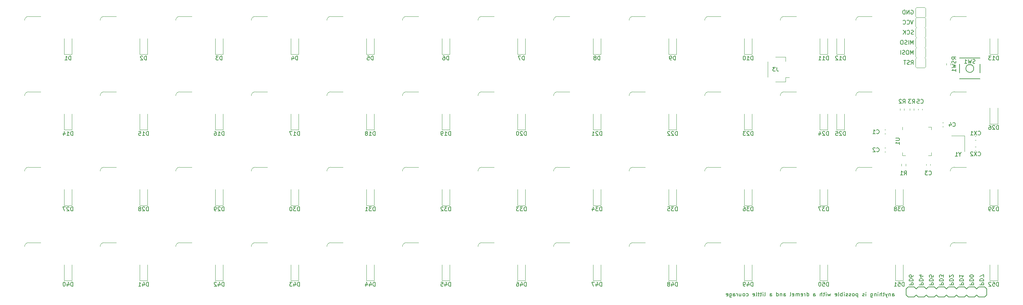
<source format=gbr>
%TF.GenerationSoftware,KiCad,Pcbnew,7.0.1-0*%
%TF.CreationDate,2023-05-19T13:37:57-05:00*%
%TF.ProjectId,pcb,7063622e-6b69-4636-9164-5f7063625858,rev?*%
%TF.SameCoordinates,Original*%
%TF.FileFunction,Legend,Bot*%
%TF.FilePolarity,Positive*%
%FSLAX46Y46*%
G04 Gerber Fmt 4.6, Leading zero omitted, Abs format (unit mm)*
G04 Created by KiCad (PCBNEW 7.0.1-0) date 2023-05-19 13:37:57*
%MOMM*%
%LPD*%
G01*
G04 APERTURE LIST*
%ADD10C,0.150000*%
%ADD11C,0.120000*%
G04 APERTURE END LIST*
D10*
X252120541Y-94837619D02*
X252120541Y-94313809D01*
X252120541Y-94313809D02*
X252168160Y-94218571D01*
X252168160Y-94218571D02*
X252263398Y-94170952D01*
X252263398Y-94170952D02*
X252453874Y-94170952D01*
X252453874Y-94170952D02*
X252549112Y-94218571D01*
X252120541Y-94790000D02*
X252215779Y-94837619D01*
X252215779Y-94837619D02*
X252453874Y-94837619D01*
X252453874Y-94837619D02*
X252549112Y-94790000D01*
X252549112Y-94790000D02*
X252596731Y-94694761D01*
X252596731Y-94694761D02*
X252596731Y-94599523D01*
X252596731Y-94599523D02*
X252549112Y-94504285D01*
X252549112Y-94504285D02*
X252453874Y-94456666D01*
X252453874Y-94456666D02*
X252215779Y-94456666D01*
X252215779Y-94456666D02*
X252120541Y-94409047D01*
X251644350Y-94170952D02*
X251644350Y-94837619D01*
X251644350Y-94266190D02*
X251596731Y-94218571D01*
X251596731Y-94218571D02*
X251501493Y-94170952D01*
X251501493Y-94170952D02*
X251358636Y-94170952D01*
X251358636Y-94170952D02*
X251263398Y-94218571D01*
X251263398Y-94218571D02*
X251215779Y-94313809D01*
X251215779Y-94313809D02*
X251215779Y-94837619D01*
X250834826Y-94170952D02*
X250596731Y-94837619D01*
X250358636Y-94170952D02*
X250596731Y-94837619D01*
X250596731Y-94837619D02*
X250691969Y-95075714D01*
X250691969Y-95075714D02*
X250739588Y-95123333D01*
X250739588Y-95123333D02*
X250834826Y-95170952D01*
X250120540Y-94170952D02*
X249739588Y-94170952D01*
X249977683Y-93837619D02*
X249977683Y-94694761D01*
X249977683Y-94694761D02*
X249930064Y-94790000D01*
X249930064Y-94790000D02*
X249834826Y-94837619D01*
X249834826Y-94837619D02*
X249739588Y-94837619D01*
X249406254Y-94837619D02*
X249406254Y-93837619D01*
X248977683Y-94837619D02*
X248977683Y-94313809D01*
X248977683Y-94313809D02*
X249025302Y-94218571D01*
X249025302Y-94218571D02*
X249120540Y-94170952D01*
X249120540Y-94170952D02*
X249263397Y-94170952D01*
X249263397Y-94170952D02*
X249358635Y-94218571D01*
X249358635Y-94218571D02*
X249406254Y-94266190D01*
X248501492Y-94837619D02*
X248501492Y-94170952D01*
X248501492Y-93837619D02*
X248549111Y-93885238D01*
X248549111Y-93885238D02*
X248501492Y-93932857D01*
X248501492Y-93932857D02*
X248453873Y-93885238D01*
X248453873Y-93885238D02*
X248501492Y-93837619D01*
X248501492Y-93837619D02*
X248501492Y-93932857D01*
X248025302Y-94170952D02*
X248025302Y-94837619D01*
X248025302Y-94266190D02*
X247977683Y-94218571D01*
X247977683Y-94218571D02*
X247882445Y-94170952D01*
X247882445Y-94170952D02*
X247739588Y-94170952D01*
X247739588Y-94170952D02*
X247644350Y-94218571D01*
X247644350Y-94218571D02*
X247596731Y-94313809D01*
X247596731Y-94313809D02*
X247596731Y-94837619D01*
X246691969Y-94170952D02*
X246691969Y-94980476D01*
X246691969Y-94980476D02*
X246739588Y-95075714D01*
X246739588Y-95075714D02*
X246787207Y-95123333D01*
X246787207Y-95123333D02*
X246882445Y-95170952D01*
X246882445Y-95170952D02*
X247025302Y-95170952D01*
X247025302Y-95170952D02*
X247120540Y-95123333D01*
X246691969Y-94790000D02*
X246787207Y-94837619D01*
X246787207Y-94837619D02*
X246977683Y-94837619D01*
X246977683Y-94837619D02*
X247072921Y-94790000D01*
X247072921Y-94790000D02*
X247120540Y-94742380D01*
X247120540Y-94742380D02*
X247168159Y-94647142D01*
X247168159Y-94647142D02*
X247168159Y-94361428D01*
X247168159Y-94361428D02*
X247120540Y-94266190D01*
X247120540Y-94266190D02*
X247072921Y-94218571D01*
X247072921Y-94218571D02*
X246977683Y-94170952D01*
X246977683Y-94170952D02*
X246787207Y-94170952D01*
X246787207Y-94170952D02*
X246691969Y-94218571D01*
X245453873Y-94837619D02*
X245453873Y-94170952D01*
X245453873Y-93837619D02*
X245501492Y-93885238D01*
X245501492Y-93885238D02*
X245453873Y-93932857D01*
X245453873Y-93932857D02*
X245406254Y-93885238D01*
X245406254Y-93885238D02*
X245453873Y-93837619D01*
X245453873Y-93837619D02*
X245453873Y-93932857D01*
X245025302Y-94790000D02*
X244930064Y-94837619D01*
X244930064Y-94837619D02*
X244739588Y-94837619D01*
X244739588Y-94837619D02*
X244644350Y-94790000D01*
X244644350Y-94790000D02*
X244596731Y-94694761D01*
X244596731Y-94694761D02*
X244596731Y-94647142D01*
X244596731Y-94647142D02*
X244644350Y-94551904D01*
X244644350Y-94551904D02*
X244739588Y-94504285D01*
X244739588Y-94504285D02*
X244882445Y-94504285D01*
X244882445Y-94504285D02*
X244977683Y-94456666D01*
X244977683Y-94456666D02*
X245025302Y-94361428D01*
X245025302Y-94361428D02*
X245025302Y-94313809D01*
X245025302Y-94313809D02*
X244977683Y-94218571D01*
X244977683Y-94218571D02*
X244882445Y-94170952D01*
X244882445Y-94170952D02*
X244739588Y-94170952D01*
X244739588Y-94170952D02*
X244644350Y-94218571D01*
X243406254Y-94170952D02*
X243406254Y-95170952D01*
X243406254Y-94218571D02*
X243311016Y-94170952D01*
X243311016Y-94170952D02*
X243120540Y-94170952D01*
X243120540Y-94170952D02*
X243025302Y-94218571D01*
X243025302Y-94218571D02*
X242977683Y-94266190D01*
X242977683Y-94266190D02*
X242930064Y-94361428D01*
X242930064Y-94361428D02*
X242930064Y-94647142D01*
X242930064Y-94647142D02*
X242977683Y-94742380D01*
X242977683Y-94742380D02*
X243025302Y-94790000D01*
X243025302Y-94790000D02*
X243120540Y-94837619D01*
X243120540Y-94837619D02*
X243311016Y-94837619D01*
X243311016Y-94837619D02*
X243406254Y-94790000D01*
X242358635Y-94837619D02*
X242453873Y-94790000D01*
X242453873Y-94790000D02*
X242501492Y-94742380D01*
X242501492Y-94742380D02*
X242549111Y-94647142D01*
X242549111Y-94647142D02*
X242549111Y-94361428D01*
X242549111Y-94361428D02*
X242501492Y-94266190D01*
X242501492Y-94266190D02*
X242453873Y-94218571D01*
X242453873Y-94218571D02*
X242358635Y-94170952D01*
X242358635Y-94170952D02*
X242215778Y-94170952D01*
X242215778Y-94170952D02*
X242120540Y-94218571D01*
X242120540Y-94218571D02*
X242072921Y-94266190D01*
X242072921Y-94266190D02*
X242025302Y-94361428D01*
X242025302Y-94361428D02*
X242025302Y-94647142D01*
X242025302Y-94647142D02*
X242072921Y-94742380D01*
X242072921Y-94742380D02*
X242120540Y-94790000D01*
X242120540Y-94790000D02*
X242215778Y-94837619D01*
X242215778Y-94837619D02*
X242358635Y-94837619D01*
X241644349Y-94790000D02*
X241549111Y-94837619D01*
X241549111Y-94837619D02*
X241358635Y-94837619D01*
X241358635Y-94837619D02*
X241263397Y-94790000D01*
X241263397Y-94790000D02*
X241215778Y-94694761D01*
X241215778Y-94694761D02*
X241215778Y-94647142D01*
X241215778Y-94647142D02*
X241263397Y-94551904D01*
X241263397Y-94551904D02*
X241358635Y-94504285D01*
X241358635Y-94504285D02*
X241501492Y-94504285D01*
X241501492Y-94504285D02*
X241596730Y-94456666D01*
X241596730Y-94456666D02*
X241644349Y-94361428D01*
X241644349Y-94361428D02*
X241644349Y-94313809D01*
X241644349Y-94313809D02*
X241596730Y-94218571D01*
X241596730Y-94218571D02*
X241501492Y-94170952D01*
X241501492Y-94170952D02*
X241358635Y-94170952D01*
X241358635Y-94170952D02*
X241263397Y-94218571D01*
X240834825Y-94790000D02*
X240739587Y-94837619D01*
X240739587Y-94837619D02*
X240549111Y-94837619D01*
X240549111Y-94837619D02*
X240453873Y-94790000D01*
X240453873Y-94790000D02*
X240406254Y-94694761D01*
X240406254Y-94694761D02*
X240406254Y-94647142D01*
X240406254Y-94647142D02*
X240453873Y-94551904D01*
X240453873Y-94551904D02*
X240549111Y-94504285D01*
X240549111Y-94504285D02*
X240691968Y-94504285D01*
X240691968Y-94504285D02*
X240787206Y-94456666D01*
X240787206Y-94456666D02*
X240834825Y-94361428D01*
X240834825Y-94361428D02*
X240834825Y-94313809D01*
X240834825Y-94313809D02*
X240787206Y-94218571D01*
X240787206Y-94218571D02*
X240691968Y-94170952D01*
X240691968Y-94170952D02*
X240549111Y-94170952D01*
X240549111Y-94170952D02*
X240453873Y-94218571D01*
X239977682Y-94837619D02*
X239977682Y-94170952D01*
X239977682Y-93837619D02*
X240025301Y-93885238D01*
X240025301Y-93885238D02*
X239977682Y-93932857D01*
X239977682Y-93932857D02*
X239930063Y-93885238D01*
X239930063Y-93885238D02*
X239977682Y-93837619D01*
X239977682Y-93837619D02*
X239977682Y-93932857D01*
X239501492Y-94837619D02*
X239501492Y-93837619D01*
X239501492Y-94218571D02*
X239406254Y-94170952D01*
X239406254Y-94170952D02*
X239215778Y-94170952D01*
X239215778Y-94170952D02*
X239120540Y-94218571D01*
X239120540Y-94218571D02*
X239072921Y-94266190D01*
X239072921Y-94266190D02*
X239025302Y-94361428D01*
X239025302Y-94361428D02*
X239025302Y-94647142D01*
X239025302Y-94647142D02*
X239072921Y-94742380D01*
X239072921Y-94742380D02*
X239120540Y-94790000D01*
X239120540Y-94790000D02*
X239215778Y-94837619D01*
X239215778Y-94837619D02*
X239406254Y-94837619D01*
X239406254Y-94837619D02*
X239501492Y-94790000D01*
X238453873Y-94837619D02*
X238549111Y-94790000D01*
X238549111Y-94790000D02*
X238596730Y-94694761D01*
X238596730Y-94694761D02*
X238596730Y-93837619D01*
X237691968Y-94790000D02*
X237787206Y-94837619D01*
X237787206Y-94837619D02*
X237977682Y-94837619D01*
X237977682Y-94837619D02*
X238072920Y-94790000D01*
X238072920Y-94790000D02*
X238120539Y-94694761D01*
X238120539Y-94694761D02*
X238120539Y-94313809D01*
X238120539Y-94313809D02*
X238072920Y-94218571D01*
X238072920Y-94218571D02*
X237977682Y-94170952D01*
X237977682Y-94170952D02*
X237787206Y-94170952D01*
X237787206Y-94170952D02*
X237691968Y-94218571D01*
X237691968Y-94218571D02*
X237644349Y-94313809D01*
X237644349Y-94313809D02*
X237644349Y-94409047D01*
X237644349Y-94409047D02*
X238120539Y-94504285D01*
X236549110Y-94170952D02*
X236358634Y-94837619D01*
X236358634Y-94837619D02*
X236168158Y-94361428D01*
X236168158Y-94361428D02*
X235977682Y-94837619D01*
X235977682Y-94837619D02*
X235787206Y-94170952D01*
X235406253Y-94837619D02*
X235406253Y-94170952D01*
X235406253Y-93837619D02*
X235453872Y-93885238D01*
X235453872Y-93885238D02*
X235406253Y-93932857D01*
X235406253Y-93932857D02*
X235358634Y-93885238D01*
X235358634Y-93885238D02*
X235406253Y-93837619D01*
X235406253Y-93837619D02*
X235406253Y-93932857D01*
X235072920Y-94170952D02*
X234691968Y-94170952D01*
X234930063Y-93837619D02*
X234930063Y-94694761D01*
X234930063Y-94694761D02*
X234882444Y-94790000D01*
X234882444Y-94790000D02*
X234787206Y-94837619D01*
X234787206Y-94837619D02*
X234691968Y-94837619D01*
X234358634Y-94837619D02*
X234358634Y-93837619D01*
X233930063Y-94837619D02*
X233930063Y-94313809D01*
X233930063Y-94313809D02*
X233977682Y-94218571D01*
X233977682Y-94218571D02*
X234072920Y-94170952D01*
X234072920Y-94170952D02*
X234215777Y-94170952D01*
X234215777Y-94170952D02*
X234311015Y-94218571D01*
X234311015Y-94218571D02*
X234358634Y-94266190D01*
X232263396Y-94837619D02*
X232263396Y-94313809D01*
X232263396Y-94313809D02*
X232311015Y-94218571D01*
X232311015Y-94218571D02*
X232406253Y-94170952D01*
X232406253Y-94170952D02*
X232596729Y-94170952D01*
X232596729Y-94170952D02*
X232691967Y-94218571D01*
X232263396Y-94790000D02*
X232358634Y-94837619D01*
X232358634Y-94837619D02*
X232596729Y-94837619D01*
X232596729Y-94837619D02*
X232691967Y-94790000D01*
X232691967Y-94790000D02*
X232739586Y-94694761D01*
X232739586Y-94694761D02*
X232739586Y-94599523D01*
X232739586Y-94599523D02*
X232691967Y-94504285D01*
X232691967Y-94504285D02*
X232596729Y-94456666D01*
X232596729Y-94456666D02*
X232358634Y-94456666D01*
X232358634Y-94456666D02*
X232263396Y-94409047D01*
X230596729Y-94837619D02*
X230596729Y-93837619D01*
X230596729Y-94790000D02*
X230691967Y-94837619D01*
X230691967Y-94837619D02*
X230882443Y-94837619D01*
X230882443Y-94837619D02*
X230977681Y-94790000D01*
X230977681Y-94790000D02*
X231025300Y-94742380D01*
X231025300Y-94742380D02*
X231072919Y-94647142D01*
X231072919Y-94647142D02*
X231072919Y-94361428D01*
X231072919Y-94361428D02*
X231025300Y-94266190D01*
X231025300Y-94266190D02*
X230977681Y-94218571D01*
X230977681Y-94218571D02*
X230882443Y-94170952D01*
X230882443Y-94170952D02*
X230691967Y-94170952D01*
X230691967Y-94170952D02*
X230596729Y-94218571D01*
X230120538Y-94837619D02*
X230120538Y-94170952D01*
X230120538Y-94361428D02*
X230072919Y-94266190D01*
X230072919Y-94266190D02*
X230025300Y-94218571D01*
X230025300Y-94218571D02*
X229930062Y-94170952D01*
X229930062Y-94170952D02*
X229834824Y-94170952D01*
X229120538Y-94790000D02*
X229215776Y-94837619D01*
X229215776Y-94837619D02*
X229406252Y-94837619D01*
X229406252Y-94837619D02*
X229501490Y-94790000D01*
X229501490Y-94790000D02*
X229549109Y-94694761D01*
X229549109Y-94694761D02*
X229549109Y-94313809D01*
X229549109Y-94313809D02*
X229501490Y-94218571D01*
X229501490Y-94218571D02*
X229406252Y-94170952D01*
X229406252Y-94170952D02*
X229215776Y-94170952D01*
X229215776Y-94170952D02*
X229120538Y-94218571D01*
X229120538Y-94218571D02*
X229072919Y-94313809D01*
X229072919Y-94313809D02*
X229072919Y-94409047D01*
X229072919Y-94409047D02*
X229549109Y-94504285D01*
X228644347Y-94837619D02*
X228644347Y-94170952D01*
X228644347Y-94266190D02*
X228596728Y-94218571D01*
X228596728Y-94218571D02*
X228501490Y-94170952D01*
X228501490Y-94170952D02*
X228358633Y-94170952D01*
X228358633Y-94170952D02*
X228263395Y-94218571D01*
X228263395Y-94218571D02*
X228215776Y-94313809D01*
X228215776Y-94313809D02*
X228215776Y-94837619D01*
X228215776Y-94313809D02*
X228168157Y-94218571D01*
X228168157Y-94218571D02*
X228072919Y-94170952D01*
X228072919Y-94170952D02*
X227930062Y-94170952D01*
X227930062Y-94170952D02*
X227834823Y-94218571D01*
X227834823Y-94218571D02*
X227787204Y-94313809D01*
X227787204Y-94313809D02*
X227787204Y-94837619D01*
X226930062Y-94790000D02*
X227025300Y-94837619D01*
X227025300Y-94837619D02*
X227215776Y-94837619D01*
X227215776Y-94837619D02*
X227311014Y-94790000D01*
X227311014Y-94790000D02*
X227358633Y-94694761D01*
X227358633Y-94694761D02*
X227358633Y-94313809D01*
X227358633Y-94313809D02*
X227311014Y-94218571D01*
X227311014Y-94218571D02*
X227215776Y-94170952D01*
X227215776Y-94170952D02*
X227025300Y-94170952D01*
X227025300Y-94170952D02*
X226930062Y-94218571D01*
X226930062Y-94218571D02*
X226882443Y-94313809D01*
X226882443Y-94313809D02*
X226882443Y-94409047D01*
X226882443Y-94409047D02*
X227358633Y-94504285D01*
X226311014Y-94837619D02*
X226406252Y-94790000D01*
X226406252Y-94790000D02*
X226453871Y-94694761D01*
X226453871Y-94694761D02*
X226453871Y-93837619D01*
X224739585Y-94837619D02*
X224739585Y-94313809D01*
X224739585Y-94313809D02*
X224787204Y-94218571D01*
X224787204Y-94218571D02*
X224882442Y-94170952D01*
X224882442Y-94170952D02*
X225072918Y-94170952D01*
X225072918Y-94170952D02*
X225168156Y-94218571D01*
X224739585Y-94790000D02*
X224834823Y-94837619D01*
X224834823Y-94837619D02*
X225072918Y-94837619D01*
X225072918Y-94837619D02*
X225168156Y-94790000D01*
X225168156Y-94790000D02*
X225215775Y-94694761D01*
X225215775Y-94694761D02*
X225215775Y-94599523D01*
X225215775Y-94599523D02*
X225168156Y-94504285D01*
X225168156Y-94504285D02*
X225072918Y-94456666D01*
X225072918Y-94456666D02*
X224834823Y-94456666D01*
X224834823Y-94456666D02*
X224739585Y-94409047D01*
X224263394Y-94170952D02*
X224263394Y-94837619D01*
X224263394Y-94266190D02*
X224215775Y-94218571D01*
X224215775Y-94218571D02*
X224120537Y-94170952D01*
X224120537Y-94170952D02*
X223977680Y-94170952D01*
X223977680Y-94170952D02*
X223882442Y-94218571D01*
X223882442Y-94218571D02*
X223834823Y-94313809D01*
X223834823Y-94313809D02*
X223834823Y-94837619D01*
X222930061Y-94837619D02*
X222930061Y-93837619D01*
X222930061Y-94790000D02*
X223025299Y-94837619D01*
X223025299Y-94837619D02*
X223215775Y-94837619D01*
X223215775Y-94837619D02*
X223311013Y-94790000D01*
X223311013Y-94790000D02*
X223358632Y-94742380D01*
X223358632Y-94742380D02*
X223406251Y-94647142D01*
X223406251Y-94647142D02*
X223406251Y-94361428D01*
X223406251Y-94361428D02*
X223358632Y-94266190D01*
X223358632Y-94266190D02*
X223311013Y-94218571D01*
X223311013Y-94218571D02*
X223215775Y-94170952D01*
X223215775Y-94170952D02*
X223025299Y-94170952D01*
X223025299Y-94170952D02*
X222930061Y-94218571D01*
X221263394Y-94837619D02*
X221263394Y-94313809D01*
X221263394Y-94313809D02*
X221311013Y-94218571D01*
X221311013Y-94218571D02*
X221406251Y-94170952D01*
X221406251Y-94170952D02*
X221596727Y-94170952D01*
X221596727Y-94170952D02*
X221691965Y-94218571D01*
X221263394Y-94790000D02*
X221358632Y-94837619D01*
X221358632Y-94837619D02*
X221596727Y-94837619D01*
X221596727Y-94837619D02*
X221691965Y-94790000D01*
X221691965Y-94790000D02*
X221739584Y-94694761D01*
X221739584Y-94694761D02*
X221739584Y-94599523D01*
X221739584Y-94599523D02*
X221691965Y-94504285D01*
X221691965Y-94504285D02*
X221596727Y-94456666D01*
X221596727Y-94456666D02*
X221358632Y-94456666D01*
X221358632Y-94456666D02*
X221263394Y-94409047D01*
X219882441Y-94837619D02*
X219977679Y-94790000D01*
X219977679Y-94790000D02*
X220025298Y-94694761D01*
X220025298Y-94694761D02*
X220025298Y-93837619D01*
X219501488Y-94837619D02*
X219501488Y-94170952D01*
X219501488Y-93837619D02*
X219549107Y-93885238D01*
X219549107Y-93885238D02*
X219501488Y-93932857D01*
X219501488Y-93932857D02*
X219453869Y-93885238D01*
X219453869Y-93885238D02*
X219501488Y-93837619D01*
X219501488Y-93837619D02*
X219501488Y-93932857D01*
X219168155Y-94170952D02*
X218787203Y-94170952D01*
X219025298Y-93837619D02*
X219025298Y-94694761D01*
X219025298Y-94694761D02*
X218977679Y-94790000D01*
X218977679Y-94790000D02*
X218882441Y-94837619D01*
X218882441Y-94837619D02*
X218787203Y-94837619D01*
X218596726Y-94170952D02*
X218215774Y-94170952D01*
X218453869Y-93837619D02*
X218453869Y-94694761D01*
X218453869Y-94694761D02*
X218406250Y-94790000D01*
X218406250Y-94790000D02*
X218311012Y-94837619D01*
X218311012Y-94837619D02*
X218215774Y-94837619D01*
X217739583Y-94837619D02*
X217834821Y-94790000D01*
X217834821Y-94790000D02*
X217882440Y-94694761D01*
X217882440Y-94694761D02*
X217882440Y-93837619D01*
X216977678Y-94790000D02*
X217072916Y-94837619D01*
X217072916Y-94837619D02*
X217263392Y-94837619D01*
X217263392Y-94837619D02*
X217358630Y-94790000D01*
X217358630Y-94790000D02*
X217406249Y-94694761D01*
X217406249Y-94694761D02*
X217406249Y-94313809D01*
X217406249Y-94313809D02*
X217358630Y-94218571D01*
X217358630Y-94218571D02*
X217263392Y-94170952D01*
X217263392Y-94170952D02*
X217072916Y-94170952D01*
X217072916Y-94170952D02*
X216977678Y-94218571D01*
X216977678Y-94218571D02*
X216930059Y-94313809D01*
X216930059Y-94313809D02*
X216930059Y-94409047D01*
X216930059Y-94409047D02*
X217406249Y-94504285D01*
X215311011Y-94790000D02*
X215406249Y-94837619D01*
X215406249Y-94837619D02*
X215596725Y-94837619D01*
X215596725Y-94837619D02*
X215691963Y-94790000D01*
X215691963Y-94790000D02*
X215739582Y-94742380D01*
X215739582Y-94742380D02*
X215787201Y-94647142D01*
X215787201Y-94647142D02*
X215787201Y-94361428D01*
X215787201Y-94361428D02*
X215739582Y-94266190D01*
X215739582Y-94266190D02*
X215691963Y-94218571D01*
X215691963Y-94218571D02*
X215596725Y-94170952D01*
X215596725Y-94170952D02*
X215406249Y-94170952D01*
X215406249Y-94170952D02*
X215311011Y-94218571D01*
X214739582Y-94837619D02*
X214834820Y-94790000D01*
X214834820Y-94790000D02*
X214882439Y-94742380D01*
X214882439Y-94742380D02*
X214930058Y-94647142D01*
X214930058Y-94647142D02*
X214930058Y-94361428D01*
X214930058Y-94361428D02*
X214882439Y-94266190D01*
X214882439Y-94266190D02*
X214834820Y-94218571D01*
X214834820Y-94218571D02*
X214739582Y-94170952D01*
X214739582Y-94170952D02*
X214596725Y-94170952D01*
X214596725Y-94170952D02*
X214501487Y-94218571D01*
X214501487Y-94218571D02*
X214453868Y-94266190D01*
X214453868Y-94266190D02*
X214406249Y-94361428D01*
X214406249Y-94361428D02*
X214406249Y-94647142D01*
X214406249Y-94647142D02*
X214453868Y-94742380D01*
X214453868Y-94742380D02*
X214501487Y-94790000D01*
X214501487Y-94790000D02*
X214596725Y-94837619D01*
X214596725Y-94837619D02*
X214739582Y-94837619D01*
X213549106Y-94170952D02*
X213549106Y-94837619D01*
X213977677Y-94170952D02*
X213977677Y-94694761D01*
X213977677Y-94694761D02*
X213930058Y-94790000D01*
X213930058Y-94790000D02*
X213834820Y-94837619D01*
X213834820Y-94837619D02*
X213691963Y-94837619D01*
X213691963Y-94837619D02*
X213596725Y-94790000D01*
X213596725Y-94790000D02*
X213549106Y-94742380D01*
X213072915Y-94837619D02*
X213072915Y-94170952D01*
X213072915Y-94361428D02*
X213025296Y-94266190D01*
X213025296Y-94266190D02*
X212977677Y-94218571D01*
X212977677Y-94218571D02*
X212882439Y-94170952D01*
X212882439Y-94170952D02*
X212787201Y-94170952D01*
X212025296Y-94837619D02*
X212025296Y-94313809D01*
X212025296Y-94313809D02*
X212072915Y-94218571D01*
X212072915Y-94218571D02*
X212168153Y-94170952D01*
X212168153Y-94170952D02*
X212358629Y-94170952D01*
X212358629Y-94170952D02*
X212453867Y-94218571D01*
X212025296Y-94790000D02*
X212120534Y-94837619D01*
X212120534Y-94837619D02*
X212358629Y-94837619D01*
X212358629Y-94837619D02*
X212453867Y-94790000D01*
X212453867Y-94790000D02*
X212501486Y-94694761D01*
X212501486Y-94694761D02*
X212501486Y-94599523D01*
X212501486Y-94599523D02*
X212453867Y-94504285D01*
X212453867Y-94504285D02*
X212358629Y-94456666D01*
X212358629Y-94456666D02*
X212120534Y-94456666D01*
X212120534Y-94456666D02*
X212025296Y-94409047D01*
X211120534Y-94170952D02*
X211120534Y-94980476D01*
X211120534Y-94980476D02*
X211168153Y-95075714D01*
X211168153Y-95075714D02*
X211215772Y-95123333D01*
X211215772Y-95123333D02*
X211311010Y-95170952D01*
X211311010Y-95170952D02*
X211453867Y-95170952D01*
X211453867Y-95170952D02*
X211549105Y-95123333D01*
X211120534Y-94790000D02*
X211215772Y-94837619D01*
X211215772Y-94837619D02*
X211406248Y-94837619D01*
X211406248Y-94837619D02*
X211501486Y-94790000D01*
X211501486Y-94790000D02*
X211549105Y-94742380D01*
X211549105Y-94742380D02*
X211596724Y-94647142D01*
X211596724Y-94647142D02*
X211596724Y-94361428D01*
X211596724Y-94361428D02*
X211549105Y-94266190D01*
X211549105Y-94266190D02*
X211501486Y-94218571D01*
X211501486Y-94218571D02*
X211406248Y-94170952D01*
X211406248Y-94170952D02*
X211215772Y-94170952D01*
X211215772Y-94170952D02*
X211120534Y-94218571D01*
X210263391Y-94790000D02*
X210358629Y-94837619D01*
X210358629Y-94837619D02*
X210549105Y-94837619D01*
X210549105Y-94837619D02*
X210644343Y-94790000D01*
X210644343Y-94790000D02*
X210691962Y-94694761D01*
X210691962Y-94694761D02*
X210691962Y-94313809D01*
X210691962Y-94313809D02*
X210644343Y-94218571D01*
X210644343Y-94218571D02*
X210549105Y-94170952D01*
X210549105Y-94170952D02*
X210358629Y-94170952D01*
X210358629Y-94170952D02*
X210263391Y-94218571D01*
X210263391Y-94218571D02*
X210215772Y-94313809D01*
X210215772Y-94313809D02*
X210215772Y-94409047D01*
X210215772Y-94409047D02*
X210691962Y-94504285D01*
%TO.C,U1*%
X252942619Y-54938095D02*
X253752142Y-54938095D01*
X253752142Y-54938095D02*
X253847380Y-54985714D01*
X253847380Y-54985714D02*
X253895000Y-55033333D01*
X253895000Y-55033333D02*
X253942619Y-55128571D01*
X253942619Y-55128571D02*
X253942619Y-55319047D01*
X253942619Y-55319047D02*
X253895000Y-55414285D01*
X253895000Y-55414285D02*
X253847380Y-55461904D01*
X253847380Y-55461904D02*
X253752142Y-55509523D01*
X253752142Y-55509523D02*
X252942619Y-55509523D01*
X253942619Y-56509523D02*
X253942619Y-55938095D01*
X253942619Y-56223809D02*
X252942619Y-56223809D01*
X252942619Y-56223809D02*
X253085476Y-56128571D01*
X253085476Y-56128571D02*
X253180714Y-56033333D01*
X253180714Y-56033333D02*
X253228333Y-55938095D01*
%TO.C,RSW1*%
X268142619Y-35035714D02*
X267666428Y-34702381D01*
X268142619Y-34464286D02*
X267142619Y-34464286D01*
X267142619Y-34464286D02*
X267142619Y-34845238D01*
X267142619Y-34845238D02*
X267190238Y-34940476D01*
X267190238Y-34940476D02*
X267237857Y-34988095D01*
X267237857Y-34988095D02*
X267333095Y-35035714D01*
X267333095Y-35035714D02*
X267475952Y-35035714D01*
X267475952Y-35035714D02*
X267571190Y-34988095D01*
X267571190Y-34988095D02*
X267618809Y-34940476D01*
X267618809Y-34940476D02*
X267666428Y-34845238D01*
X267666428Y-34845238D02*
X267666428Y-34464286D01*
X268095000Y-35416667D02*
X268142619Y-35559524D01*
X268142619Y-35559524D02*
X268142619Y-35797619D01*
X268142619Y-35797619D02*
X268095000Y-35892857D01*
X268095000Y-35892857D02*
X268047380Y-35940476D01*
X268047380Y-35940476D02*
X267952142Y-35988095D01*
X267952142Y-35988095D02*
X267856904Y-35988095D01*
X267856904Y-35988095D02*
X267761666Y-35940476D01*
X267761666Y-35940476D02*
X267714047Y-35892857D01*
X267714047Y-35892857D02*
X267666428Y-35797619D01*
X267666428Y-35797619D02*
X267618809Y-35607143D01*
X267618809Y-35607143D02*
X267571190Y-35511905D01*
X267571190Y-35511905D02*
X267523571Y-35464286D01*
X267523571Y-35464286D02*
X267428333Y-35416667D01*
X267428333Y-35416667D02*
X267333095Y-35416667D01*
X267333095Y-35416667D02*
X267237857Y-35464286D01*
X267237857Y-35464286D02*
X267190238Y-35511905D01*
X267190238Y-35511905D02*
X267142619Y-35607143D01*
X267142619Y-35607143D02*
X267142619Y-35845238D01*
X267142619Y-35845238D02*
X267190238Y-35988095D01*
X267142619Y-36321429D02*
X268142619Y-36559524D01*
X268142619Y-36559524D02*
X267428333Y-36750000D01*
X267428333Y-36750000D02*
X268142619Y-36940476D01*
X268142619Y-36940476D02*
X267142619Y-37178572D01*
X268142619Y-38083333D02*
X268142619Y-37511905D01*
X268142619Y-37797619D02*
X267142619Y-37797619D01*
X267142619Y-37797619D02*
X267285476Y-37702381D01*
X267285476Y-37702381D02*
X267380714Y-37607143D01*
X267380714Y-37607143D02*
X267428333Y-37511905D01*
%TO.C,R3*%
X257176666Y-46137619D02*
X257509999Y-45661428D01*
X257748094Y-46137619D02*
X257748094Y-45137619D01*
X257748094Y-45137619D02*
X257367142Y-45137619D01*
X257367142Y-45137619D02*
X257271904Y-45185238D01*
X257271904Y-45185238D02*
X257224285Y-45232857D01*
X257224285Y-45232857D02*
X257176666Y-45328095D01*
X257176666Y-45328095D02*
X257176666Y-45470952D01*
X257176666Y-45470952D02*
X257224285Y-45566190D01*
X257224285Y-45566190D02*
X257271904Y-45613809D01*
X257271904Y-45613809D02*
X257367142Y-45661428D01*
X257367142Y-45661428D02*
X257748094Y-45661428D01*
X256843332Y-45137619D02*
X256224285Y-45137619D01*
X256224285Y-45137619D02*
X256557618Y-45518571D01*
X256557618Y-45518571D02*
X256414761Y-45518571D01*
X256414761Y-45518571D02*
X256319523Y-45566190D01*
X256319523Y-45566190D02*
X256271904Y-45613809D01*
X256271904Y-45613809D02*
X256224285Y-45709047D01*
X256224285Y-45709047D02*
X256224285Y-45947142D01*
X256224285Y-45947142D02*
X256271904Y-46042380D01*
X256271904Y-46042380D02*
X256319523Y-46090000D01*
X256319523Y-46090000D02*
X256414761Y-46137619D01*
X256414761Y-46137619D02*
X256700475Y-46137619D01*
X256700475Y-46137619D02*
X256795713Y-46090000D01*
X256795713Y-46090000D02*
X256843332Y-46042380D01*
%TO.C,R2*%
X254766666Y-46137619D02*
X255099999Y-45661428D01*
X255338094Y-46137619D02*
X255338094Y-45137619D01*
X255338094Y-45137619D02*
X254957142Y-45137619D01*
X254957142Y-45137619D02*
X254861904Y-45185238D01*
X254861904Y-45185238D02*
X254814285Y-45232857D01*
X254814285Y-45232857D02*
X254766666Y-45328095D01*
X254766666Y-45328095D02*
X254766666Y-45470952D01*
X254766666Y-45470952D02*
X254814285Y-45566190D01*
X254814285Y-45566190D02*
X254861904Y-45613809D01*
X254861904Y-45613809D02*
X254957142Y-45661428D01*
X254957142Y-45661428D02*
X255338094Y-45661428D01*
X254385713Y-45232857D02*
X254338094Y-45185238D01*
X254338094Y-45185238D02*
X254242856Y-45137619D01*
X254242856Y-45137619D02*
X254004761Y-45137619D01*
X254004761Y-45137619D02*
X253909523Y-45185238D01*
X253909523Y-45185238D02*
X253861904Y-45232857D01*
X253861904Y-45232857D02*
X253814285Y-45328095D01*
X253814285Y-45328095D02*
X253814285Y-45423333D01*
X253814285Y-45423333D02*
X253861904Y-45566190D01*
X253861904Y-45566190D02*
X254433332Y-46137619D01*
X254433332Y-46137619D02*
X253814285Y-46137619D01*
%TO.C,R1*%
X255116666Y-64212619D02*
X255449999Y-63736428D01*
X255688094Y-64212619D02*
X255688094Y-63212619D01*
X255688094Y-63212619D02*
X255307142Y-63212619D01*
X255307142Y-63212619D02*
X255211904Y-63260238D01*
X255211904Y-63260238D02*
X255164285Y-63307857D01*
X255164285Y-63307857D02*
X255116666Y-63403095D01*
X255116666Y-63403095D02*
X255116666Y-63545952D01*
X255116666Y-63545952D02*
X255164285Y-63641190D01*
X255164285Y-63641190D02*
X255211904Y-63688809D01*
X255211904Y-63688809D02*
X255307142Y-63736428D01*
X255307142Y-63736428D02*
X255688094Y-63736428D01*
X254164285Y-64212619D02*
X254735713Y-64212619D01*
X254449999Y-64212619D02*
X254449999Y-63212619D01*
X254449999Y-63212619D02*
X254545237Y-63355476D01*
X254545237Y-63355476D02*
X254640475Y-63450714D01*
X254640475Y-63450714D02*
X254735713Y-63498333D01*
%TO.C,CX2*%
X273742857Y-59292380D02*
X273790476Y-59340000D01*
X273790476Y-59340000D02*
X273933333Y-59387619D01*
X273933333Y-59387619D02*
X274028571Y-59387619D01*
X274028571Y-59387619D02*
X274171428Y-59340000D01*
X274171428Y-59340000D02*
X274266666Y-59244761D01*
X274266666Y-59244761D02*
X274314285Y-59149523D01*
X274314285Y-59149523D02*
X274361904Y-58959047D01*
X274361904Y-58959047D02*
X274361904Y-58816190D01*
X274361904Y-58816190D02*
X274314285Y-58625714D01*
X274314285Y-58625714D02*
X274266666Y-58530476D01*
X274266666Y-58530476D02*
X274171428Y-58435238D01*
X274171428Y-58435238D02*
X274028571Y-58387619D01*
X274028571Y-58387619D02*
X273933333Y-58387619D01*
X273933333Y-58387619D02*
X273790476Y-58435238D01*
X273790476Y-58435238D02*
X273742857Y-58482857D01*
X273409523Y-58387619D02*
X272742857Y-59387619D01*
X272742857Y-58387619D02*
X273409523Y-59387619D01*
X272409523Y-58482857D02*
X272361904Y-58435238D01*
X272361904Y-58435238D02*
X272266666Y-58387619D01*
X272266666Y-58387619D02*
X272028571Y-58387619D01*
X272028571Y-58387619D02*
X271933333Y-58435238D01*
X271933333Y-58435238D02*
X271885714Y-58482857D01*
X271885714Y-58482857D02*
X271838095Y-58578095D01*
X271838095Y-58578095D02*
X271838095Y-58673333D01*
X271838095Y-58673333D02*
X271885714Y-58816190D01*
X271885714Y-58816190D02*
X272457142Y-59387619D01*
X272457142Y-59387619D02*
X271838095Y-59387619D01*
%TO.C,CX1*%
X273742857Y-54042380D02*
X273790476Y-54090000D01*
X273790476Y-54090000D02*
X273933333Y-54137619D01*
X273933333Y-54137619D02*
X274028571Y-54137619D01*
X274028571Y-54137619D02*
X274171428Y-54090000D01*
X274171428Y-54090000D02*
X274266666Y-53994761D01*
X274266666Y-53994761D02*
X274314285Y-53899523D01*
X274314285Y-53899523D02*
X274361904Y-53709047D01*
X274361904Y-53709047D02*
X274361904Y-53566190D01*
X274361904Y-53566190D02*
X274314285Y-53375714D01*
X274314285Y-53375714D02*
X274266666Y-53280476D01*
X274266666Y-53280476D02*
X274171428Y-53185238D01*
X274171428Y-53185238D02*
X274028571Y-53137619D01*
X274028571Y-53137619D02*
X273933333Y-53137619D01*
X273933333Y-53137619D02*
X273790476Y-53185238D01*
X273790476Y-53185238D02*
X273742857Y-53232857D01*
X273409523Y-53137619D02*
X272742857Y-54137619D01*
X272742857Y-53137619D02*
X273409523Y-54137619D01*
X271838095Y-54137619D02*
X272409523Y-54137619D01*
X272123809Y-54137619D02*
X272123809Y-53137619D01*
X272123809Y-53137619D02*
X272219047Y-53280476D01*
X272219047Y-53280476D02*
X272314285Y-53375714D01*
X272314285Y-53375714D02*
X272409523Y-53423333D01*
%TO.C,C5*%
X259291666Y-46042380D02*
X259339285Y-46090000D01*
X259339285Y-46090000D02*
X259482142Y-46137619D01*
X259482142Y-46137619D02*
X259577380Y-46137619D01*
X259577380Y-46137619D02*
X259720237Y-46090000D01*
X259720237Y-46090000D02*
X259815475Y-45994761D01*
X259815475Y-45994761D02*
X259863094Y-45899523D01*
X259863094Y-45899523D02*
X259910713Y-45709047D01*
X259910713Y-45709047D02*
X259910713Y-45566190D01*
X259910713Y-45566190D02*
X259863094Y-45375714D01*
X259863094Y-45375714D02*
X259815475Y-45280476D01*
X259815475Y-45280476D02*
X259720237Y-45185238D01*
X259720237Y-45185238D02*
X259577380Y-45137619D01*
X259577380Y-45137619D02*
X259482142Y-45137619D01*
X259482142Y-45137619D02*
X259339285Y-45185238D01*
X259339285Y-45185238D02*
X259291666Y-45232857D01*
X258386904Y-45137619D02*
X258863094Y-45137619D01*
X258863094Y-45137619D02*
X258910713Y-45613809D01*
X258910713Y-45613809D02*
X258863094Y-45566190D01*
X258863094Y-45566190D02*
X258767856Y-45518571D01*
X258767856Y-45518571D02*
X258529761Y-45518571D01*
X258529761Y-45518571D02*
X258434523Y-45566190D01*
X258434523Y-45566190D02*
X258386904Y-45613809D01*
X258386904Y-45613809D02*
X258339285Y-45709047D01*
X258339285Y-45709047D02*
X258339285Y-45947142D01*
X258339285Y-45947142D02*
X258386904Y-46042380D01*
X258386904Y-46042380D02*
X258434523Y-46090000D01*
X258434523Y-46090000D02*
X258529761Y-46137619D01*
X258529761Y-46137619D02*
X258767856Y-46137619D01*
X258767856Y-46137619D02*
X258863094Y-46090000D01*
X258863094Y-46090000D02*
X258910713Y-46042380D01*
%TO.C,C4*%
X267366666Y-51892380D02*
X267414285Y-51940000D01*
X267414285Y-51940000D02*
X267557142Y-51987619D01*
X267557142Y-51987619D02*
X267652380Y-51987619D01*
X267652380Y-51987619D02*
X267795237Y-51940000D01*
X267795237Y-51940000D02*
X267890475Y-51844761D01*
X267890475Y-51844761D02*
X267938094Y-51749523D01*
X267938094Y-51749523D02*
X267985713Y-51559047D01*
X267985713Y-51559047D02*
X267985713Y-51416190D01*
X267985713Y-51416190D02*
X267938094Y-51225714D01*
X267938094Y-51225714D02*
X267890475Y-51130476D01*
X267890475Y-51130476D02*
X267795237Y-51035238D01*
X267795237Y-51035238D02*
X267652380Y-50987619D01*
X267652380Y-50987619D02*
X267557142Y-50987619D01*
X267557142Y-50987619D02*
X267414285Y-51035238D01*
X267414285Y-51035238D02*
X267366666Y-51082857D01*
X266509523Y-51320952D02*
X266509523Y-51987619D01*
X266747618Y-50940000D02*
X266985713Y-51654285D01*
X266985713Y-51654285D02*
X266366666Y-51654285D01*
%TO.C,C3*%
X261366666Y-64117380D02*
X261414285Y-64165000D01*
X261414285Y-64165000D02*
X261557142Y-64212619D01*
X261557142Y-64212619D02*
X261652380Y-64212619D01*
X261652380Y-64212619D02*
X261795237Y-64165000D01*
X261795237Y-64165000D02*
X261890475Y-64069761D01*
X261890475Y-64069761D02*
X261938094Y-63974523D01*
X261938094Y-63974523D02*
X261985713Y-63784047D01*
X261985713Y-63784047D02*
X261985713Y-63641190D01*
X261985713Y-63641190D02*
X261938094Y-63450714D01*
X261938094Y-63450714D02*
X261890475Y-63355476D01*
X261890475Y-63355476D02*
X261795237Y-63260238D01*
X261795237Y-63260238D02*
X261652380Y-63212619D01*
X261652380Y-63212619D02*
X261557142Y-63212619D01*
X261557142Y-63212619D02*
X261414285Y-63260238D01*
X261414285Y-63260238D02*
X261366666Y-63307857D01*
X261033332Y-63212619D02*
X260414285Y-63212619D01*
X260414285Y-63212619D02*
X260747618Y-63593571D01*
X260747618Y-63593571D02*
X260604761Y-63593571D01*
X260604761Y-63593571D02*
X260509523Y-63641190D01*
X260509523Y-63641190D02*
X260461904Y-63688809D01*
X260461904Y-63688809D02*
X260414285Y-63784047D01*
X260414285Y-63784047D02*
X260414285Y-64022142D01*
X260414285Y-64022142D02*
X260461904Y-64117380D01*
X260461904Y-64117380D02*
X260509523Y-64165000D01*
X260509523Y-64165000D02*
X260604761Y-64212619D01*
X260604761Y-64212619D02*
X260890475Y-64212619D01*
X260890475Y-64212619D02*
X260985713Y-64165000D01*
X260985713Y-64165000D02*
X261033332Y-64117380D01*
%TO.C,C2*%
X248166666Y-58267380D02*
X248214285Y-58315000D01*
X248214285Y-58315000D02*
X248357142Y-58362619D01*
X248357142Y-58362619D02*
X248452380Y-58362619D01*
X248452380Y-58362619D02*
X248595237Y-58315000D01*
X248595237Y-58315000D02*
X248690475Y-58219761D01*
X248690475Y-58219761D02*
X248738094Y-58124523D01*
X248738094Y-58124523D02*
X248785713Y-57934047D01*
X248785713Y-57934047D02*
X248785713Y-57791190D01*
X248785713Y-57791190D02*
X248738094Y-57600714D01*
X248738094Y-57600714D02*
X248690475Y-57505476D01*
X248690475Y-57505476D02*
X248595237Y-57410238D01*
X248595237Y-57410238D02*
X248452380Y-57362619D01*
X248452380Y-57362619D02*
X248357142Y-57362619D01*
X248357142Y-57362619D02*
X248214285Y-57410238D01*
X248214285Y-57410238D02*
X248166666Y-57457857D01*
X247785713Y-57457857D02*
X247738094Y-57410238D01*
X247738094Y-57410238D02*
X247642856Y-57362619D01*
X247642856Y-57362619D02*
X247404761Y-57362619D01*
X247404761Y-57362619D02*
X247309523Y-57410238D01*
X247309523Y-57410238D02*
X247261904Y-57457857D01*
X247261904Y-57457857D02*
X247214285Y-57553095D01*
X247214285Y-57553095D02*
X247214285Y-57648333D01*
X247214285Y-57648333D02*
X247261904Y-57791190D01*
X247261904Y-57791190D02*
X247833332Y-58362619D01*
X247833332Y-58362619D02*
X247214285Y-58362619D01*
%TO.C,C1*%
X248166666Y-53692380D02*
X248214285Y-53740000D01*
X248214285Y-53740000D02*
X248357142Y-53787619D01*
X248357142Y-53787619D02*
X248452380Y-53787619D01*
X248452380Y-53787619D02*
X248595237Y-53740000D01*
X248595237Y-53740000D02*
X248690475Y-53644761D01*
X248690475Y-53644761D02*
X248738094Y-53549523D01*
X248738094Y-53549523D02*
X248785713Y-53359047D01*
X248785713Y-53359047D02*
X248785713Y-53216190D01*
X248785713Y-53216190D02*
X248738094Y-53025714D01*
X248738094Y-53025714D02*
X248690475Y-52930476D01*
X248690475Y-52930476D02*
X248595237Y-52835238D01*
X248595237Y-52835238D02*
X248452380Y-52787619D01*
X248452380Y-52787619D02*
X248357142Y-52787619D01*
X248357142Y-52787619D02*
X248214285Y-52835238D01*
X248214285Y-52835238D02*
X248166666Y-52882857D01*
X247214285Y-53787619D02*
X247785713Y-53787619D01*
X247499999Y-53787619D02*
X247499999Y-52787619D01*
X247499999Y-52787619D02*
X247595237Y-52930476D01*
X247595237Y-52930476D02*
X247690475Y-53025714D01*
X247690475Y-53025714D02*
X247785713Y-53073333D01*
%TO.C,D7*%
X159344346Y-35189619D02*
X159344346Y-34189619D01*
X159344346Y-34189619D02*
X159106251Y-34189619D01*
X159106251Y-34189619D02*
X158963394Y-34237238D01*
X158963394Y-34237238D02*
X158868156Y-34332476D01*
X158868156Y-34332476D02*
X158820537Y-34427714D01*
X158820537Y-34427714D02*
X158772918Y-34618190D01*
X158772918Y-34618190D02*
X158772918Y-34761047D01*
X158772918Y-34761047D02*
X158820537Y-34951523D01*
X158820537Y-34951523D02*
X158868156Y-35046761D01*
X158868156Y-35046761D02*
X158963394Y-35142000D01*
X158963394Y-35142000D02*
X159106251Y-35189619D01*
X159106251Y-35189619D02*
X159344346Y-35189619D01*
X158439584Y-34189619D02*
X157772918Y-34189619D01*
X157772918Y-34189619D02*
X158201489Y-35189619D01*
%TO.C,D8*%
X178394346Y-35189619D02*
X178394346Y-34189619D01*
X178394346Y-34189619D02*
X178156251Y-34189619D01*
X178156251Y-34189619D02*
X178013394Y-34237238D01*
X178013394Y-34237238D02*
X177918156Y-34332476D01*
X177918156Y-34332476D02*
X177870537Y-34427714D01*
X177870537Y-34427714D02*
X177822918Y-34618190D01*
X177822918Y-34618190D02*
X177822918Y-34761047D01*
X177822918Y-34761047D02*
X177870537Y-34951523D01*
X177870537Y-34951523D02*
X177918156Y-35046761D01*
X177918156Y-35046761D02*
X178013394Y-35142000D01*
X178013394Y-35142000D02*
X178156251Y-35189619D01*
X178156251Y-35189619D02*
X178394346Y-35189619D01*
X177251489Y-34618190D02*
X177346727Y-34570571D01*
X177346727Y-34570571D02*
X177394346Y-34522952D01*
X177394346Y-34522952D02*
X177441965Y-34427714D01*
X177441965Y-34427714D02*
X177441965Y-34380095D01*
X177441965Y-34380095D02*
X177394346Y-34284857D01*
X177394346Y-34284857D02*
X177346727Y-34237238D01*
X177346727Y-34237238D02*
X177251489Y-34189619D01*
X177251489Y-34189619D02*
X177061013Y-34189619D01*
X177061013Y-34189619D02*
X176965775Y-34237238D01*
X176965775Y-34237238D02*
X176918156Y-34284857D01*
X176918156Y-34284857D02*
X176870537Y-34380095D01*
X176870537Y-34380095D02*
X176870537Y-34427714D01*
X176870537Y-34427714D02*
X176918156Y-34522952D01*
X176918156Y-34522952D02*
X176965775Y-34570571D01*
X176965775Y-34570571D02*
X177061013Y-34618190D01*
X177061013Y-34618190D02*
X177251489Y-34618190D01*
X177251489Y-34618190D02*
X177346727Y-34665809D01*
X177346727Y-34665809D02*
X177394346Y-34713428D01*
X177394346Y-34713428D02*
X177441965Y-34808666D01*
X177441965Y-34808666D02*
X177441965Y-34999142D01*
X177441965Y-34999142D02*
X177394346Y-35094380D01*
X177394346Y-35094380D02*
X177346727Y-35142000D01*
X177346727Y-35142000D02*
X177251489Y-35189619D01*
X177251489Y-35189619D02*
X177061013Y-35189619D01*
X177061013Y-35189619D02*
X176965775Y-35142000D01*
X176965775Y-35142000D02*
X176918156Y-35094380D01*
X176918156Y-35094380D02*
X176870537Y-34999142D01*
X176870537Y-34999142D02*
X176870537Y-34808666D01*
X176870537Y-34808666D02*
X176918156Y-34713428D01*
X176918156Y-34713428D02*
X176965775Y-34665809D01*
X176965775Y-34665809D02*
X177061013Y-34618190D01*
%TO.C,D14*%
X45520537Y-54239619D02*
X45520537Y-53239619D01*
X45520537Y-53239619D02*
X45282442Y-53239619D01*
X45282442Y-53239619D02*
X45139585Y-53287238D01*
X45139585Y-53287238D02*
X45044347Y-53382476D01*
X45044347Y-53382476D02*
X44996728Y-53477714D01*
X44996728Y-53477714D02*
X44949109Y-53668190D01*
X44949109Y-53668190D02*
X44949109Y-53811047D01*
X44949109Y-53811047D02*
X44996728Y-54001523D01*
X44996728Y-54001523D02*
X45044347Y-54096761D01*
X45044347Y-54096761D02*
X45139585Y-54192000D01*
X45139585Y-54192000D02*
X45282442Y-54239619D01*
X45282442Y-54239619D02*
X45520537Y-54239619D01*
X43996728Y-54239619D02*
X44568156Y-54239619D01*
X44282442Y-54239619D02*
X44282442Y-53239619D01*
X44282442Y-53239619D02*
X44377680Y-53382476D01*
X44377680Y-53382476D02*
X44472918Y-53477714D01*
X44472918Y-53477714D02*
X44568156Y-53525333D01*
X43139585Y-53572952D02*
X43139585Y-54239619D01*
X43377680Y-53192000D02*
X43615775Y-53906285D01*
X43615775Y-53906285D02*
X42996728Y-53906285D01*
%TO.C,D35*%
X197920537Y-73314619D02*
X197920537Y-72314619D01*
X197920537Y-72314619D02*
X197682442Y-72314619D01*
X197682442Y-72314619D02*
X197539585Y-72362238D01*
X197539585Y-72362238D02*
X197444347Y-72457476D01*
X197444347Y-72457476D02*
X197396728Y-72552714D01*
X197396728Y-72552714D02*
X197349109Y-72743190D01*
X197349109Y-72743190D02*
X197349109Y-72886047D01*
X197349109Y-72886047D02*
X197396728Y-73076523D01*
X197396728Y-73076523D02*
X197444347Y-73171761D01*
X197444347Y-73171761D02*
X197539585Y-73267000D01*
X197539585Y-73267000D02*
X197682442Y-73314619D01*
X197682442Y-73314619D02*
X197920537Y-73314619D01*
X197015775Y-72314619D02*
X196396728Y-72314619D01*
X196396728Y-72314619D02*
X196730061Y-72695571D01*
X196730061Y-72695571D02*
X196587204Y-72695571D01*
X196587204Y-72695571D02*
X196491966Y-72743190D01*
X196491966Y-72743190D02*
X196444347Y-72790809D01*
X196444347Y-72790809D02*
X196396728Y-72886047D01*
X196396728Y-72886047D02*
X196396728Y-73124142D01*
X196396728Y-73124142D02*
X196444347Y-73219380D01*
X196444347Y-73219380D02*
X196491966Y-73267000D01*
X196491966Y-73267000D02*
X196587204Y-73314619D01*
X196587204Y-73314619D02*
X196872918Y-73314619D01*
X196872918Y-73314619D02*
X196968156Y-73267000D01*
X196968156Y-73267000D02*
X197015775Y-73219380D01*
X195491966Y-72314619D02*
X195968156Y-72314619D01*
X195968156Y-72314619D02*
X196015775Y-72790809D01*
X196015775Y-72790809D02*
X195968156Y-72743190D01*
X195968156Y-72743190D02*
X195872918Y-72695571D01*
X195872918Y-72695571D02*
X195634823Y-72695571D01*
X195634823Y-72695571D02*
X195539585Y-72743190D01*
X195539585Y-72743190D02*
X195491966Y-72790809D01*
X195491966Y-72790809D02*
X195444347Y-72886047D01*
X195444347Y-72886047D02*
X195444347Y-73124142D01*
X195444347Y-73124142D02*
X195491966Y-73219380D01*
X195491966Y-73219380D02*
X195539585Y-73267000D01*
X195539585Y-73267000D02*
X195634823Y-73314619D01*
X195634823Y-73314619D02*
X195872918Y-73314619D01*
X195872918Y-73314619D02*
X195968156Y-73267000D01*
X195968156Y-73267000D02*
X196015775Y-73219380D01*
%TO.C,D11*%
X236020537Y-35189619D02*
X236020537Y-34189619D01*
X236020537Y-34189619D02*
X235782442Y-34189619D01*
X235782442Y-34189619D02*
X235639585Y-34237238D01*
X235639585Y-34237238D02*
X235544347Y-34332476D01*
X235544347Y-34332476D02*
X235496728Y-34427714D01*
X235496728Y-34427714D02*
X235449109Y-34618190D01*
X235449109Y-34618190D02*
X235449109Y-34761047D01*
X235449109Y-34761047D02*
X235496728Y-34951523D01*
X235496728Y-34951523D02*
X235544347Y-35046761D01*
X235544347Y-35046761D02*
X235639585Y-35142000D01*
X235639585Y-35142000D02*
X235782442Y-35189619D01*
X235782442Y-35189619D02*
X236020537Y-35189619D01*
X234496728Y-35189619D02*
X235068156Y-35189619D01*
X234782442Y-35189619D02*
X234782442Y-34189619D01*
X234782442Y-34189619D02*
X234877680Y-34332476D01*
X234877680Y-34332476D02*
X234972918Y-34427714D01*
X234972918Y-34427714D02*
X235068156Y-34475333D01*
X233544347Y-35189619D02*
X234115775Y-35189619D01*
X233830061Y-35189619D02*
X233830061Y-34189619D01*
X233830061Y-34189619D02*
X233925299Y-34332476D01*
X233925299Y-34332476D02*
X234020537Y-34427714D01*
X234020537Y-34427714D02*
X234115775Y-34475333D01*
%TO.C,D39*%
X278883033Y-73314619D02*
X278883033Y-72314619D01*
X278883033Y-72314619D02*
X278644938Y-72314619D01*
X278644938Y-72314619D02*
X278502081Y-72362238D01*
X278502081Y-72362238D02*
X278406843Y-72457476D01*
X278406843Y-72457476D02*
X278359224Y-72552714D01*
X278359224Y-72552714D02*
X278311605Y-72743190D01*
X278311605Y-72743190D02*
X278311605Y-72886047D01*
X278311605Y-72886047D02*
X278359224Y-73076523D01*
X278359224Y-73076523D02*
X278406843Y-73171761D01*
X278406843Y-73171761D02*
X278502081Y-73267000D01*
X278502081Y-73267000D02*
X278644938Y-73314619D01*
X278644938Y-73314619D02*
X278883033Y-73314619D01*
X277978271Y-72314619D02*
X277359224Y-72314619D01*
X277359224Y-72314619D02*
X277692557Y-72695571D01*
X277692557Y-72695571D02*
X277549700Y-72695571D01*
X277549700Y-72695571D02*
X277454462Y-72743190D01*
X277454462Y-72743190D02*
X277406843Y-72790809D01*
X277406843Y-72790809D02*
X277359224Y-72886047D01*
X277359224Y-72886047D02*
X277359224Y-73124142D01*
X277359224Y-73124142D02*
X277406843Y-73219380D01*
X277406843Y-73219380D02*
X277454462Y-73267000D01*
X277454462Y-73267000D02*
X277549700Y-73314619D01*
X277549700Y-73314619D02*
X277835414Y-73314619D01*
X277835414Y-73314619D02*
X277930652Y-73267000D01*
X277930652Y-73267000D02*
X277978271Y-73219380D01*
X276883033Y-73314619D02*
X276692557Y-73314619D01*
X276692557Y-73314619D02*
X276597319Y-73267000D01*
X276597319Y-73267000D02*
X276549700Y-73219380D01*
X276549700Y-73219380D02*
X276454462Y-73076523D01*
X276454462Y-73076523D02*
X276406843Y-72886047D01*
X276406843Y-72886047D02*
X276406843Y-72505095D01*
X276406843Y-72505095D02*
X276454462Y-72409857D01*
X276454462Y-72409857D02*
X276502081Y-72362238D01*
X276502081Y-72362238D02*
X276597319Y-72314619D01*
X276597319Y-72314619D02*
X276787795Y-72314619D01*
X276787795Y-72314619D02*
X276883033Y-72362238D01*
X276883033Y-72362238D02*
X276930652Y-72409857D01*
X276930652Y-72409857D02*
X276978271Y-72505095D01*
X276978271Y-72505095D02*
X276978271Y-72743190D01*
X276978271Y-72743190D02*
X276930652Y-72838428D01*
X276930652Y-72838428D02*
X276883033Y-72886047D01*
X276883033Y-72886047D02*
X276787795Y-72933666D01*
X276787795Y-72933666D02*
X276597319Y-72933666D01*
X276597319Y-72933666D02*
X276502081Y-72886047D01*
X276502081Y-72886047D02*
X276454462Y-72838428D01*
X276454462Y-72838428D02*
X276406843Y-72743190D01*
%TO.C,D46*%
X159820537Y-92314619D02*
X159820537Y-91314619D01*
X159820537Y-91314619D02*
X159582442Y-91314619D01*
X159582442Y-91314619D02*
X159439585Y-91362238D01*
X159439585Y-91362238D02*
X159344347Y-91457476D01*
X159344347Y-91457476D02*
X159296728Y-91552714D01*
X159296728Y-91552714D02*
X159249109Y-91743190D01*
X159249109Y-91743190D02*
X159249109Y-91886047D01*
X159249109Y-91886047D02*
X159296728Y-92076523D01*
X159296728Y-92076523D02*
X159344347Y-92171761D01*
X159344347Y-92171761D02*
X159439585Y-92267000D01*
X159439585Y-92267000D02*
X159582442Y-92314619D01*
X159582442Y-92314619D02*
X159820537Y-92314619D01*
X158391966Y-91647952D02*
X158391966Y-92314619D01*
X158630061Y-91267000D02*
X158868156Y-91981285D01*
X158868156Y-91981285D02*
X158249109Y-91981285D01*
X157439585Y-91314619D02*
X157630061Y-91314619D01*
X157630061Y-91314619D02*
X157725299Y-91362238D01*
X157725299Y-91362238D02*
X157772918Y-91409857D01*
X157772918Y-91409857D02*
X157868156Y-91552714D01*
X157868156Y-91552714D02*
X157915775Y-91743190D01*
X157915775Y-91743190D02*
X157915775Y-92124142D01*
X157915775Y-92124142D02*
X157868156Y-92219380D01*
X157868156Y-92219380D02*
X157820537Y-92267000D01*
X157820537Y-92267000D02*
X157725299Y-92314619D01*
X157725299Y-92314619D02*
X157534823Y-92314619D01*
X157534823Y-92314619D02*
X157439585Y-92267000D01*
X157439585Y-92267000D02*
X157391966Y-92219380D01*
X157391966Y-92219380D02*
X157344347Y-92124142D01*
X157344347Y-92124142D02*
X157344347Y-91886047D01*
X157344347Y-91886047D02*
X157391966Y-91790809D01*
X157391966Y-91790809D02*
X157439585Y-91743190D01*
X157439585Y-91743190D02*
X157534823Y-91695571D01*
X157534823Y-91695571D02*
X157725299Y-91695571D01*
X157725299Y-91695571D02*
X157820537Y-91743190D01*
X157820537Y-91743190D02*
X157868156Y-91790809D01*
X157868156Y-91790809D02*
X157915775Y-91886047D01*
%TO.C,D40*%
X45520537Y-92314619D02*
X45520537Y-91314619D01*
X45520537Y-91314619D02*
X45282442Y-91314619D01*
X45282442Y-91314619D02*
X45139585Y-91362238D01*
X45139585Y-91362238D02*
X45044347Y-91457476D01*
X45044347Y-91457476D02*
X44996728Y-91552714D01*
X44996728Y-91552714D02*
X44949109Y-91743190D01*
X44949109Y-91743190D02*
X44949109Y-91886047D01*
X44949109Y-91886047D02*
X44996728Y-92076523D01*
X44996728Y-92076523D02*
X45044347Y-92171761D01*
X45044347Y-92171761D02*
X45139585Y-92267000D01*
X45139585Y-92267000D02*
X45282442Y-92314619D01*
X45282442Y-92314619D02*
X45520537Y-92314619D01*
X44091966Y-91647952D02*
X44091966Y-92314619D01*
X44330061Y-91267000D02*
X44568156Y-91981285D01*
X44568156Y-91981285D02*
X43949109Y-91981285D01*
X43377680Y-91314619D02*
X43282442Y-91314619D01*
X43282442Y-91314619D02*
X43187204Y-91362238D01*
X43187204Y-91362238D02*
X43139585Y-91409857D01*
X43139585Y-91409857D02*
X43091966Y-91505095D01*
X43091966Y-91505095D02*
X43044347Y-91695571D01*
X43044347Y-91695571D02*
X43044347Y-91933666D01*
X43044347Y-91933666D02*
X43091966Y-92124142D01*
X43091966Y-92124142D02*
X43139585Y-92219380D01*
X43139585Y-92219380D02*
X43187204Y-92267000D01*
X43187204Y-92267000D02*
X43282442Y-92314619D01*
X43282442Y-92314619D02*
X43377680Y-92314619D01*
X43377680Y-92314619D02*
X43472918Y-92267000D01*
X43472918Y-92267000D02*
X43520537Y-92219380D01*
X43520537Y-92219380D02*
X43568156Y-92124142D01*
X43568156Y-92124142D02*
X43615775Y-91933666D01*
X43615775Y-91933666D02*
X43615775Y-91695571D01*
X43615775Y-91695571D02*
X43568156Y-91505095D01*
X43568156Y-91505095D02*
X43520537Y-91409857D01*
X43520537Y-91409857D02*
X43472918Y-91362238D01*
X43472918Y-91362238D02*
X43377680Y-91314619D01*
%TO.C,D4*%
X102194346Y-35189619D02*
X102194346Y-34189619D01*
X102194346Y-34189619D02*
X101956251Y-34189619D01*
X101956251Y-34189619D02*
X101813394Y-34237238D01*
X101813394Y-34237238D02*
X101718156Y-34332476D01*
X101718156Y-34332476D02*
X101670537Y-34427714D01*
X101670537Y-34427714D02*
X101622918Y-34618190D01*
X101622918Y-34618190D02*
X101622918Y-34761047D01*
X101622918Y-34761047D02*
X101670537Y-34951523D01*
X101670537Y-34951523D02*
X101718156Y-35046761D01*
X101718156Y-35046761D02*
X101813394Y-35142000D01*
X101813394Y-35142000D02*
X101956251Y-35189619D01*
X101956251Y-35189619D02*
X102194346Y-35189619D01*
X100765775Y-34522952D02*
X100765775Y-35189619D01*
X101003870Y-34142000D02*
X101241965Y-34856285D01*
X101241965Y-34856285D02*
X100622918Y-34856285D01*
%TO.C,Y1*%
X269176190Y-58986428D02*
X269176190Y-59462619D01*
X269509523Y-58462619D02*
X269176190Y-58986428D01*
X269176190Y-58986428D02*
X268842857Y-58462619D01*
X267985714Y-59462619D02*
X268557142Y-59462619D01*
X268271428Y-59462619D02*
X268271428Y-58462619D01*
X268271428Y-58462619D02*
X268366666Y-58605476D01*
X268366666Y-58605476D02*
X268461904Y-58700714D01*
X268461904Y-58700714D02*
X268557142Y-58748333D01*
%TO.C,D29*%
X83620537Y-73314619D02*
X83620537Y-72314619D01*
X83620537Y-72314619D02*
X83382442Y-72314619D01*
X83382442Y-72314619D02*
X83239585Y-72362238D01*
X83239585Y-72362238D02*
X83144347Y-72457476D01*
X83144347Y-72457476D02*
X83096728Y-72552714D01*
X83096728Y-72552714D02*
X83049109Y-72743190D01*
X83049109Y-72743190D02*
X83049109Y-72886047D01*
X83049109Y-72886047D02*
X83096728Y-73076523D01*
X83096728Y-73076523D02*
X83144347Y-73171761D01*
X83144347Y-73171761D02*
X83239585Y-73267000D01*
X83239585Y-73267000D02*
X83382442Y-73314619D01*
X83382442Y-73314619D02*
X83620537Y-73314619D01*
X82668156Y-72409857D02*
X82620537Y-72362238D01*
X82620537Y-72362238D02*
X82525299Y-72314619D01*
X82525299Y-72314619D02*
X82287204Y-72314619D01*
X82287204Y-72314619D02*
X82191966Y-72362238D01*
X82191966Y-72362238D02*
X82144347Y-72409857D01*
X82144347Y-72409857D02*
X82096728Y-72505095D01*
X82096728Y-72505095D02*
X82096728Y-72600333D01*
X82096728Y-72600333D02*
X82144347Y-72743190D01*
X82144347Y-72743190D02*
X82715775Y-73314619D01*
X82715775Y-73314619D02*
X82096728Y-73314619D01*
X81620537Y-73314619D02*
X81430061Y-73314619D01*
X81430061Y-73314619D02*
X81334823Y-73267000D01*
X81334823Y-73267000D02*
X81287204Y-73219380D01*
X81287204Y-73219380D02*
X81191966Y-73076523D01*
X81191966Y-73076523D02*
X81144347Y-72886047D01*
X81144347Y-72886047D02*
X81144347Y-72505095D01*
X81144347Y-72505095D02*
X81191966Y-72409857D01*
X81191966Y-72409857D02*
X81239585Y-72362238D01*
X81239585Y-72362238D02*
X81334823Y-72314619D01*
X81334823Y-72314619D02*
X81525299Y-72314619D01*
X81525299Y-72314619D02*
X81620537Y-72362238D01*
X81620537Y-72362238D02*
X81668156Y-72409857D01*
X81668156Y-72409857D02*
X81715775Y-72505095D01*
X81715775Y-72505095D02*
X81715775Y-72743190D01*
X81715775Y-72743190D02*
X81668156Y-72838428D01*
X81668156Y-72838428D02*
X81620537Y-72886047D01*
X81620537Y-72886047D02*
X81525299Y-72933666D01*
X81525299Y-72933666D02*
X81334823Y-72933666D01*
X81334823Y-72933666D02*
X81239585Y-72886047D01*
X81239585Y-72886047D02*
X81191966Y-72838428D01*
X81191966Y-72838428D02*
X81144347Y-72743190D01*
%TO.C,D24*%
X236020537Y-54239619D02*
X236020537Y-53239619D01*
X236020537Y-53239619D02*
X235782442Y-53239619D01*
X235782442Y-53239619D02*
X235639585Y-53287238D01*
X235639585Y-53287238D02*
X235544347Y-53382476D01*
X235544347Y-53382476D02*
X235496728Y-53477714D01*
X235496728Y-53477714D02*
X235449109Y-53668190D01*
X235449109Y-53668190D02*
X235449109Y-53811047D01*
X235449109Y-53811047D02*
X235496728Y-54001523D01*
X235496728Y-54001523D02*
X235544347Y-54096761D01*
X235544347Y-54096761D02*
X235639585Y-54192000D01*
X235639585Y-54192000D02*
X235782442Y-54239619D01*
X235782442Y-54239619D02*
X236020537Y-54239619D01*
X235068156Y-53334857D02*
X235020537Y-53287238D01*
X235020537Y-53287238D02*
X234925299Y-53239619D01*
X234925299Y-53239619D02*
X234687204Y-53239619D01*
X234687204Y-53239619D02*
X234591966Y-53287238D01*
X234591966Y-53287238D02*
X234544347Y-53334857D01*
X234544347Y-53334857D02*
X234496728Y-53430095D01*
X234496728Y-53430095D02*
X234496728Y-53525333D01*
X234496728Y-53525333D02*
X234544347Y-53668190D01*
X234544347Y-53668190D02*
X235115775Y-54239619D01*
X235115775Y-54239619D02*
X234496728Y-54239619D01*
X233639585Y-53572952D02*
X233639585Y-54239619D01*
X233877680Y-53192000D02*
X234115775Y-53906285D01*
X234115775Y-53906285D02*
X233496728Y-53906285D01*
%TO.C,D31*%
X121720537Y-73314619D02*
X121720537Y-72314619D01*
X121720537Y-72314619D02*
X121482442Y-72314619D01*
X121482442Y-72314619D02*
X121339585Y-72362238D01*
X121339585Y-72362238D02*
X121244347Y-72457476D01*
X121244347Y-72457476D02*
X121196728Y-72552714D01*
X121196728Y-72552714D02*
X121149109Y-72743190D01*
X121149109Y-72743190D02*
X121149109Y-72886047D01*
X121149109Y-72886047D02*
X121196728Y-73076523D01*
X121196728Y-73076523D02*
X121244347Y-73171761D01*
X121244347Y-73171761D02*
X121339585Y-73267000D01*
X121339585Y-73267000D02*
X121482442Y-73314619D01*
X121482442Y-73314619D02*
X121720537Y-73314619D01*
X120815775Y-72314619D02*
X120196728Y-72314619D01*
X120196728Y-72314619D02*
X120530061Y-72695571D01*
X120530061Y-72695571D02*
X120387204Y-72695571D01*
X120387204Y-72695571D02*
X120291966Y-72743190D01*
X120291966Y-72743190D02*
X120244347Y-72790809D01*
X120244347Y-72790809D02*
X120196728Y-72886047D01*
X120196728Y-72886047D02*
X120196728Y-73124142D01*
X120196728Y-73124142D02*
X120244347Y-73219380D01*
X120244347Y-73219380D02*
X120291966Y-73267000D01*
X120291966Y-73267000D02*
X120387204Y-73314619D01*
X120387204Y-73314619D02*
X120672918Y-73314619D01*
X120672918Y-73314619D02*
X120768156Y-73267000D01*
X120768156Y-73267000D02*
X120815775Y-73219380D01*
X119244347Y-73314619D02*
X119815775Y-73314619D01*
X119530061Y-73314619D02*
X119530061Y-72314619D01*
X119530061Y-72314619D02*
X119625299Y-72457476D01*
X119625299Y-72457476D02*
X119720537Y-72552714D01*
X119720537Y-72552714D02*
X119815775Y-72600333D01*
%TO.C,D45*%
X140770537Y-92314619D02*
X140770537Y-91314619D01*
X140770537Y-91314619D02*
X140532442Y-91314619D01*
X140532442Y-91314619D02*
X140389585Y-91362238D01*
X140389585Y-91362238D02*
X140294347Y-91457476D01*
X140294347Y-91457476D02*
X140246728Y-91552714D01*
X140246728Y-91552714D02*
X140199109Y-91743190D01*
X140199109Y-91743190D02*
X140199109Y-91886047D01*
X140199109Y-91886047D02*
X140246728Y-92076523D01*
X140246728Y-92076523D02*
X140294347Y-92171761D01*
X140294347Y-92171761D02*
X140389585Y-92267000D01*
X140389585Y-92267000D02*
X140532442Y-92314619D01*
X140532442Y-92314619D02*
X140770537Y-92314619D01*
X139341966Y-91647952D02*
X139341966Y-92314619D01*
X139580061Y-91267000D02*
X139818156Y-91981285D01*
X139818156Y-91981285D02*
X139199109Y-91981285D01*
X138341966Y-91314619D02*
X138818156Y-91314619D01*
X138818156Y-91314619D02*
X138865775Y-91790809D01*
X138865775Y-91790809D02*
X138818156Y-91743190D01*
X138818156Y-91743190D02*
X138722918Y-91695571D01*
X138722918Y-91695571D02*
X138484823Y-91695571D01*
X138484823Y-91695571D02*
X138389585Y-91743190D01*
X138389585Y-91743190D02*
X138341966Y-91790809D01*
X138341966Y-91790809D02*
X138294347Y-91886047D01*
X138294347Y-91886047D02*
X138294347Y-92124142D01*
X138294347Y-92124142D02*
X138341966Y-92219380D01*
X138341966Y-92219380D02*
X138389585Y-92267000D01*
X138389585Y-92267000D02*
X138484823Y-92314619D01*
X138484823Y-92314619D02*
X138722918Y-92314619D01*
X138722918Y-92314619D02*
X138818156Y-92267000D01*
X138818156Y-92267000D02*
X138865775Y-92219380D01*
%TO.C,D16*%
X83620537Y-54239619D02*
X83620537Y-53239619D01*
X83620537Y-53239619D02*
X83382442Y-53239619D01*
X83382442Y-53239619D02*
X83239585Y-53287238D01*
X83239585Y-53287238D02*
X83144347Y-53382476D01*
X83144347Y-53382476D02*
X83096728Y-53477714D01*
X83096728Y-53477714D02*
X83049109Y-53668190D01*
X83049109Y-53668190D02*
X83049109Y-53811047D01*
X83049109Y-53811047D02*
X83096728Y-54001523D01*
X83096728Y-54001523D02*
X83144347Y-54096761D01*
X83144347Y-54096761D02*
X83239585Y-54192000D01*
X83239585Y-54192000D02*
X83382442Y-54239619D01*
X83382442Y-54239619D02*
X83620537Y-54239619D01*
X82096728Y-54239619D02*
X82668156Y-54239619D01*
X82382442Y-54239619D02*
X82382442Y-53239619D01*
X82382442Y-53239619D02*
X82477680Y-53382476D01*
X82477680Y-53382476D02*
X82572918Y-53477714D01*
X82572918Y-53477714D02*
X82668156Y-53525333D01*
X81239585Y-53239619D02*
X81430061Y-53239619D01*
X81430061Y-53239619D02*
X81525299Y-53287238D01*
X81525299Y-53287238D02*
X81572918Y-53334857D01*
X81572918Y-53334857D02*
X81668156Y-53477714D01*
X81668156Y-53477714D02*
X81715775Y-53668190D01*
X81715775Y-53668190D02*
X81715775Y-54049142D01*
X81715775Y-54049142D02*
X81668156Y-54144380D01*
X81668156Y-54144380D02*
X81620537Y-54192000D01*
X81620537Y-54192000D02*
X81525299Y-54239619D01*
X81525299Y-54239619D02*
X81334823Y-54239619D01*
X81334823Y-54239619D02*
X81239585Y-54192000D01*
X81239585Y-54192000D02*
X81191966Y-54144380D01*
X81191966Y-54144380D02*
X81144347Y-54049142D01*
X81144347Y-54049142D02*
X81144347Y-53811047D01*
X81144347Y-53811047D02*
X81191966Y-53715809D01*
X81191966Y-53715809D02*
X81239585Y-53668190D01*
X81239585Y-53668190D02*
X81334823Y-53620571D01*
X81334823Y-53620571D02*
X81525299Y-53620571D01*
X81525299Y-53620571D02*
X81620537Y-53668190D01*
X81620537Y-53668190D02*
X81668156Y-53715809D01*
X81668156Y-53715809D02*
X81715775Y-53811047D01*
%TO.C,D41*%
X64570537Y-92314619D02*
X64570537Y-91314619D01*
X64570537Y-91314619D02*
X64332442Y-91314619D01*
X64332442Y-91314619D02*
X64189585Y-91362238D01*
X64189585Y-91362238D02*
X64094347Y-91457476D01*
X64094347Y-91457476D02*
X64046728Y-91552714D01*
X64046728Y-91552714D02*
X63999109Y-91743190D01*
X63999109Y-91743190D02*
X63999109Y-91886047D01*
X63999109Y-91886047D02*
X64046728Y-92076523D01*
X64046728Y-92076523D02*
X64094347Y-92171761D01*
X64094347Y-92171761D02*
X64189585Y-92267000D01*
X64189585Y-92267000D02*
X64332442Y-92314619D01*
X64332442Y-92314619D02*
X64570537Y-92314619D01*
X63141966Y-91647952D02*
X63141966Y-92314619D01*
X63380061Y-91267000D02*
X63618156Y-91981285D01*
X63618156Y-91981285D02*
X62999109Y-91981285D01*
X62094347Y-92314619D02*
X62665775Y-92314619D01*
X62380061Y-92314619D02*
X62380061Y-91314619D01*
X62380061Y-91314619D02*
X62475299Y-91457476D01*
X62475299Y-91457476D02*
X62570537Y-91552714D01*
X62570537Y-91552714D02*
X62665775Y-91600333D01*
%TO.C,D13*%
X278883033Y-35189619D02*
X278883033Y-34189619D01*
X278883033Y-34189619D02*
X278644938Y-34189619D01*
X278644938Y-34189619D02*
X278502081Y-34237238D01*
X278502081Y-34237238D02*
X278406843Y-34332476D01*
X278406843Y-34332476D02*
X278359224Y-34427714D01*
X278359224Y-34427714D02*
X278311605Y-34618190D01*
X278311605Y-34618190D02*
X278311605Y-34761047D01*
X278311605Y-34761047D02*
X278359224Y-34951523D01*
X278359224Y-34951523D02*
X278406843Y-35046761D01*
X278406843Y-35046761D02*
X278502081Y-35142000D01*
X278502081Y-35142000D02*
X278644938Y-35189619D01*
X278644938Y-35189619D02*
X278883033Y-35189619D01*
X277359224Y-35189619D02*
X277930652Y-35189619D01*
X277644938Y-35189619D02*
X277644938Y-34189619D01*
X277644938Y-34189619D02*
X277740176Y-34332476D01*
X277740176Y-34332476D02*
X277835414Y-34427714D01*
X277835414Y-34427714D02*
X277930652Y-34475333D01*
X277025890Y-34189619D02*
X276406843Y-34189619D01*
X276406843Y-34189619D02*
X276740176Y-34570571D01*
X276740176Y-34570571D02*
X276597319Y-34570571D01*
X276597319Y-34570571D02*
X276502081Y-34618190D01*
X276502081Y-34618190D02*
X276454462Y-34665809D01*
X276454462Y-34665809D02*
X276406843Y-34761047D01*
X276406843Y-34761047D02*
X276406843Y-34999142D01*
X276406843Y-34999142D02*
X276454462Y-35094380D01*
X276454462Y-35094380D02*
X276502081Y-35142000D01*
X276502081Y-35142000D02*
X276597319Y-35189619D01*
X276597319Y-35189619D02*
X276883033Y-35189619D01*
X276883033Y-35189619D02*
X276978271Y-35142000D01*
X276978271Y-35142000D02*
X277025890Y-35094380D01*
%TO.C,D49*%
X216970537Y-92314619D02*
X216970537Y-91314619D01*
X216970537Y-91314619D02*
X216732442Y-91314619D01*
X216732442Y-91314619D02*
X216589585Y-91362238D01*
X216589585Y-91362238D02*
X216494347Y-91457476D01*
X216494347Y-91457476D02*
X216446728Y-91552714D01*
X216446728Y-91552714D02*
X216399109Y-91743190D01*
X216399109Y-91743190D02*
X216399109Y-91886047D01*
X216399109Y-91886047D02*
X216446728Y-92076523D01*
X216446728Y-92076523D02*
X216494347Y-92171761D01*
X216494347Y-92171761D02*
X216589585Y-92267000D01*
X216589585Y-92267000D02*
X216732442Y-92314619D01*
X216732442Y-92314619D02*
X216970537Y-92314619D01*
X215541966Y-91647952D02*
X215541966Y-92314619D01*
X215780061Y-91267000D02*
X216018156Y-91981285D01*
X216018156Y-91981285D02*
X215399109Y-91981285D01*
X214970537Y-92314619D02*
X214780061Y-92314619D01*
X214780061Y-92314619D02*
X214684823Y-92267000D01*
X214684823Y-92267000D02*
X214637204Y-92219380D01*
X214637204Y-92219380D02*
X214541966Y-92076523D01*
X214541966Y-92076523D02*
X214494347Y-91886047D01*
X214494347Y-91886047D02*
X214494347Y-91505095D01*
X214494347Y-91505095D02*
X214541966Y-91409857D01*
X214541966Y-91409857D02*
X214589585Y-91362238D01*
X214589585Y-91362238D02*
X214684823Y-91314619D01*
X214684823Y-91314619D02*
X214875299Y-91314619D01*
X214875299Y-91314619D02*
X214970537Y-91362238D01*
X214970537Y-91362238D02*
X215018156Y-91409857D01*
X215018156Y-91409857D02*
X215065775Y-91505095D01*
X215065775Y-91505095D02*
X215065775Y-91743190D01*
X215065775Y-91743190D02*
X215018156Y-91838428D01*
X215018156Y-91838428D02*
X214970537Y-91886047D01*
X214970537Y-91886047D02*
X214875299Y-91933666D01*
X214875299Y-91933666D02*
X214684823Y-91933666D01*
X214684823Y-91933666D02*
X214589585Y-91886047D01*
X214589585Y-91886047D02*
X214541966Y-91838428D01*
X214541966Y-91838428D02*
X214494347Y-91743190D01*
%TO.C,D51*%
X255070537Y-92314619D02*
X255070537Y-91314619D01*
X255070537Y-91314619D02*
X254832442Y-91314619D01*
X254832442Y-91314619D02*
X254689585Y-91362238D01*
X254689585Y-91362238D02*
X254594347Y-91457476D01*
X254594347Y-91457476D02*
X254546728Y-91552714D01*
X254546728Y-91552714D02*
X254499109Y-91743190D01*
X254499109Y-91743190D02*
X254499109Y-91886047D01*
X254499109Y-91886047D02*
X254546728Y-92076523D01*
X254546728Y-92076523D02*
X254594347Y-92171761D01*
X254594347Y-92171761D02*
X254689585Y-92267000D01*
X254689585Y-92267000D02*
X254832442Y-92314619D01*
X254832442Y-92314619D02*
X255070537Y-92314619D01*
X253594347Y-91314619D02*
X254070537Y-91314619D01*
X254070537Y-91314619D02*
X254118156Y-91790809D01*
X254118156Y-91790809D02*
X254070537Y-91743190D01*
X254070537Y-91743190D02*
X253975299Y-91695571D01*
X253975299Y-91695571D02*
X253737204Y-91695571D01*
X253737204Y-91695571D02*
X253641966Y-91743190D01*
X253641966Y-91743190D02*
X253594347Y-91790809D01*
X253594347Y-91790809D02*
X253546728Y-91886047D01*
X253546728Y-91886047D02*
X253546728Y-92124142D01*
X253546728Y-92124142D02*
X253594347Y-92219380D01*
X253594347Y-92219380D02*
X253641966Y-92267000D01*
X253641966Y-92267000D02*
X253737204Y-92314619D01*
X253737204Y-92314619D02*
X253975299Y-92314619D01*
X253975299Y-92314619D02*
X254070537Y-92267000D01*
X254070537Y-92267000D02*
X254118156Y-92219380D01*
X252594347Y-92314619D02*
X253165775Y-92314619D01*
X252880061Y-92314619D02*
X252880061Y-91314619D01*
X252880061Y-91314619D02*
X252975299Y-91457476D01*
X252975299Y-91457476D02*
X253070537Y-91552714D01*
X253070537Y-91552714D02*
X253165775Y-91600333D01*
%TO.C,D50*%
X236020537Y-92314619D02*
X236020537Y-91314619D01*
X236020537Y-91314619D02*
X235782442Y-91314619D01*
X235782442Y-91314619D02*
X235639585Y-91362238D01*
X235639585Y-91362238D02*
X235544347Y-91457476D01*
X235544347Y-91457476D02*
X235496728Y-91552714D01*
X235496728Y-91552714D02*
X235449109Y-91743190D01*
X235449109Y-91743190D02*
X235449109Y-91886047D01*
X235449109Y-91886047D02*
X235496728Y-92076523D01*
X235496728Y-92076523D02*
X235544347Y-92171761D01*
X235544347Y-92171761D02*
X235639585Y-92267000D01*
X235639585Y-92267000D02*
X235782442Y-92314619D01*
X235782442Y-92314619D02*
X236020537Y-92314619D01*
X234544347Y-91314619D02*
X235020537Y-91314619D01*
X235020537Y-91314619D02*
X235068156Y-91790809D01*
X235068156Y-91790809D02*
X235020537Y-91743190D01*
X235020537Y-91743190D02*
X234925299Y-91695571D01*
X234925299Y-91695571D02*
X234687204Y-91695571D01*
X234687204Y-91695571D02*
X234591966Y-91743190D01*
X234591966Y-91743190D02*
X234544347Y-91790809D01*
X234544347Y-91790809D02*
X234496728Y-91886047D01*
X234496728Y-91886047D02*
X234496728Y-92124142D01*
X234496728Y-92124142D02*
X234544347Y-92219380D01*
X234544347Y-92219380D02*
X234591966Y-92267000D01*
X234591966Y-92267000D02*
X234687204Y-92314619D01*
X234687204Y-92314619D02*
X234925299Y-92314619D01*
X234925299Y-92314619D02*
X235020537Y-92267000D01*
X235020537Y-92267000D02*
X235068156Y-92219380D01*
X233877680Y-91314619D02*
X233782442Y-91314619D01*
X233782442Y-91314619D02*
X233687204Y-91362238D01*
X233687204Y-91362238D02*
X233639585Y-91409857D01*
X233639585Y-91409857D02*
X233591966Y-91505095D01*
X233591966Y-91505095D02*
X233544347Y-91695571D01*
X233544347Y-91695571D02*
X233544347Y-91933666D01*
X233544347Y-91933666D02*
X233591966Y-92124142D01*
X233591966Y-92124142D02*
X233639585Y-92219380D01*
X233639585Y-92219380D02*
X233687204Y-92267000D01*
X233687204Y-92267000D02*
X233782442Y-92314619D01*
X233782442Y-92314619D02*
X233877680Y-92314619D01*
X233877680Y-92314619D02*
X233972918Y-92267000D01*
X233972918Y-92267000D02*
X234020537Y-92219380D01*
X234020537Y-92219380D02*
X234068156Y-92124142D01*
X234068156Y-92124142D02*
X234115775Y-91933666D01*
X234115775Y-91933666D02*
X234115775Y-91695571D01*
X234115775Y-91695571D02*
X234068156Y-91505095D01*
X234068156Y-91505095D02*
X234020537Y-91409857D01*
X234020537Y-91409857D02*
X233972918Y-91362238D01*
X233972918Y-91362238D02*
X233877680Y-91314619D01*
%TO.C,D52*%
X278883033Y-92314619D02*
X278883033Y-91314619D01*
X278883033Y-91314619D02*
X278644938Y-91314619D01*
X278644938Y-91314619D02*
X278502081Y-91362238D01*
X278502081Y-91362238D02*
X278406843Y-91457476D01*
X278406843Y-91457476D02*
X278359224Y-91552714D01*
X278359224Y-91552714D02*
X278311605Y-91743190D01*
X278311605Y-91743190D02*
X278311605Y-91886047D01*
X278311605Y-91886047D02*
X278359224Y-92076523D01*
X278359224Y-92076523D02*
X278406843Y-92171761D01*
X278406843Y-92171761D02*
X278502081Y-92267000D01*
X278502081Y-92267000D02*
X278644938Y-92314619D01*
X278644938Y-92314619D02*
X278883033Y-92314619D01*
X277406843Y-91314619D02*
X277883033Y-91314619D01*
X277883033Y-91314619D02*
X277930652Y-91790809D01*
X277930652Y-91790809D02*
X277883033Y-91743190D01*
X277883033Y-91743190D02*
X277787795Y-91695571D01*
X277787795Y-91695571D02*
X277549700Y-91695571D01*
X277549700Y-91695571D02*
X277454462Y-91743190D01*
X277454462Y-91743190D02*
X277406843Y-91790809D01*
X277406843Y-91790809D02*
X277359224Y-91886047D01*
X277359224Y-91886047D02*
X277359224Y-92124142D01*
X277359224Y-92124142D02*
X277406843Y-92219380D01*
X277406843Y-92219380D02*
X277454462Y-92267000D01*
X277454462Y-92267000D02*
X277549700Y-92314619D01*
X277549700Y-92314619D02*
X277787795Y-92314619D01*
X277787795Y-92314619D02*
X277883033Y-92267000D01*
X277883033Y-92267000D02*
X277930652Y-92219380D01*
X276978271Y-91409857D02*
X276930652Y-91362238D01*
X276930652Y-91362238D02*
X276835414Y-91314619D01*
X276835414Y-91314619D02*
X276597319Y-91314619D01*
X276597319Y-91314619D02*
X276502081Y-91362238D01*
X276502081Y-91362238D02*
X276454462Y-91409857D01*
X276454462Y-91409857D02*
X276406843Y-91505095D01*
X276406843Y-91505095D02*
X276406843Y-91600333D01*
X276406843Y-91600333D02*
X276454462Y-91743190D01*
X276454462Y-91743190D02*
X277025890Y-92314619D01*
X277025890Y-92314619D02*
X276406843Y-92314619D01*
%TO.C,D37*%
X236020537Y-73314619D02*
X236020537Y-72314619D01*
X236020537Y-72314619D02*
X235782442Y-72314619D01*
X235782442Y-72314619D02*
X235639585Y-72362238D01*
X235639585Y-72362238D02*
X235544347Y-72457476D01*
X235544347Y-72457476D02*
X235496728Y-72552714D01*
X235496728Y-72552714D02*
X235449109Y-72743190D01*
X235449109Y-72743190D02*
X235449109Y-72886047D01*
X235449109Y-72886047D02*
X235496728Y-73076523D01*
X235496728Y-73076523D02*
X235544347Y-73171761D01*
X235544347Y-73171761D02*
X235639585Y-73267000D01*
X235639585Y-73267000D02*
X235782442Y-73314619D01*
X235782442Y-73314619D02*
X236020537Y-73314619D01*
X235115775Y-72314619D02*
X234496728Y-72314619D01*
X234496728Y-72314619D02*
X234830061Y-72695571D01*
X234830061Y-72695571D02*
X234687204Y-72695571D01*
X234687204Y-72695571D02*
X234591966Y-72743190D01*
X234591966Y-72743190D02*
X234544347Y-72790809D01*
X234544347Y-72790809D02*
X234496728Y-72886047D01*
X234496728Y-72886047D02*
X234496728Y-73124142D01*
X234496728Y-73124142D02*
X234544347Y-73219380D01*
X234544347Y-73219380D02*
X234591966Y-73267000D01*
X234591966Y-73267000D02*
X234687204Y-73314619D01*
X234687204Y-73314619D02*
X234972918Y-73314619D01*
X234972918Y-73314619D02*
X235068156Y-73267000D01*
X235068156Y-73267000D02*
X235115775Y-73219380D01*
X234163394Y-72314619D02*
X233496728Y-72314619D01*
X233496728Y-72314619D02*
X233925299Y-73314619D01*
%TO.C,D3*%
X83144346Y-35189619D02*
X83144346Y-34189619D01*
X83144346Y-34189619D02*
X82906251Y-34189619D01*
X82906251Y-34189619D02*
X82763394Y-34237238D01*
X82763394Y-34237238D02*
X82668156Y-34332476D01*
X82668156Y-34332476D02*
X82620537Y-34427714D01*
X82620537Y-34427714D02*
X82572918Y-34618190D01*
X82572918Y-34618190D02*
X82572918Y-34761047D01*
X82572918Y-34761047D02*
X82620537Y-34951523D01*
X82620537Y-34951523D02*
X82668156Y-35046761D01*
X82668156Y-35046761D02*
X82763394Y-35142000D01*
X82763394Y-35142000D02*
X82906251Y-35189619D01*
X82906251Y-35189619D02*
X83144346Y-35189619D01*
X82239584Y-34189619D02*
X81620537Y-34189619D01*
X81620537Y-34189619D02*
X81953870Y-34570571D01*
X81953870Y-34570571D02*
X81811013Y-34570571D01*
X81811013Y-34570571D02*
X81715775Y-34618190D01*
X81715775Y-34618190D02*
X81668156Y-34665809D01*
X81668156Y-34665809D02*
X81620537Y-34761047D01*
X81620537Y-34761047D02*
X81620537Y-34999142D01*
X81620537Y-34999142D02*
X81668156Y-35094380D01*
X81668156Y-35094380D02*
X81715775Y-35142000D01*
X81715775Y-35142000D02*
X81811013Y-35189619D01*
X81811013Y-35189619D02*
X82096727Y-35189619D01*
X82096727Y-35189619D02*
X82191965Y-35142000D01*
X82191965Y-35142000D02*
X82239584Y-35094380D01*
%TO.C,D18*%
X121720537Y-54239619D02*
X121720537Y-53239619D01*
X121720537Y-53239619D02*
X121482442Y-53239619D01*
X121482442Y-53239619D02*
X121339585Y-53287238D01*
X121339585Y-53287238D02*
X121244347Y-53382476D01*
X121244347Y-53382476D02*
X121196728Y-53477714D01*
X121196728Y-53477714D02*
X121149109Y-53668190D01*
X121149109Y-53668190D02*
X121149109Y-53811047D01*
X121149109Y-53811047D02*
X121196728Y-54001523D01*
X121196728Y-54001523D02*
X121244347Y-54096761D01*
X121244347Y-54096761D02*
X121339585Y-54192000D01*
X121339585Y-54192000D02*
X121482442Y-54239619D01*
X121482442Y-54239619D02*
X121720537Y-54239619D01*
X120196728Y-54239619D02*
X120768156Y-54239619D01*
X120482442Y-54239619D02*
X120482442Y-53239619D01*
X120482442Y-53239619D02*
X120577680Y-53382476D01*
X120577680Y-53382476D02*
X120672918Y-53477714D01*
X120672918Y-53477714D02*
X120768156Y-53525333D01*
X119625299Y-53668190D02*
X119720537Y-53620571D01*
X119720537Y-53620571D02*
X119768156Y-53572952D01*
X119768156Y-53572952D02*
X119815775Y-53477714D01*
X119815775Y-53477714D02*
X119815775Y-53430095D01*
X119815775Y-53430095D02*
X119768156Y-53334857D01*
X119768156Y-53334857D02*
X119720537Y-53287238D01*
X119720537Y-53287238D02*
X119625299Y-53239619D01*
X119625299Y-53239619D02*
X119434823Y-53239619D01*
X119434823Y-53239619D02*
X119339585Y-53287238D01*
X119339585Y-53287238D02*
X119291966Y-53334857D01*
X119291966Y-53334857D02*
X119244347Y-53430095D01*
X119244347Y-53430095D02*
X119244347Y-53477714D01*
X119244347Y-53477714D02*
X119291966Y-53572952D01*
X119291966Y-53572952D02*
X119339585Y-53620571D01*
X119339585Y-53620571D02*
X119434823Y-53668190D01*
X119434823Y-53668190D02*
X119625299Y-53668190D01*
X119625299Y-53668190D02*
X119720537Y-53715809D01*
X119720537Y-53715809D02*
X119768156Y-53763428D01*
X119768156Y-53763428D02*
X119815775Y-53858666D01*
X119815775Y-53858666D02*
X119815775Y-54049142D01*
X119815775Y-54049142D02*
X119768156Y-54144380D01*
X119768156Y-54144380D02*
X119720537Y-54192000D01*
X119720537Y-54192000D02*
X119625299Y-54239619D01*
X119625299Y-54239619D02*
X119434823Y-54239619D01*
X119434823Y-54239619D02*
X119339585Y-54192000D01*
X119339585Y-54192000D02*
X119291966Y-54144380D01*
X119291966Y-54144380D02*
X119244347Y-54049142D01*
X119244347Y-54049142D02*
X119244347Y-53858666D01*
X119244347Y-53858666D02*
X119291966Y-53763428D01*
X119291966Y-53763428D02*
X119339585Y-53715809D01*
X119339585Y-53715809D02*
X119434823Y-53668190D01*
%TO.C,D28*%
X64570537Y-73314619D02*
X64570537Y-72314619D01*
X64570537Y-72314619D02*
X64332442Y-72314619D01*
X64332442Y-72314619D02*
X64189585Y-72362238D01*
X64189585Y-72362238D02*
X64094347Y-72457476D01*
X64094347Y-72457476D02*
X64046728Y-72552714D01*
X64046728Y-72552714D02*
X63999109Y-72743190D01*
X63999109Y-72743190D02*
X63999109Y-72886047D01*
X63999109Y-72886047D02*
X64046728Y-73076523D01*
X64046728Y-73076523D02*
X64094347Y-73171761D01*
X64094347Y-73171761D02*
X64189585Y-73267000D01*
X64189585Y-73267000D02*
X64332442Y-73314619D01*
X64332442Y-73314619D02*
X64570537Y-73314619D01*
X63618156Y-72409857D02*
X63570537Y-72362238D01*
X63570537Y-72362238D02*
X63475299Y-72314619D01*
X63475299Y-72314619D02*
X63237204Y-72314619D01*
X63237204Y-72314619D02*
X63141966Y-72362238D01*
X63141966Y-72362238D02*
X63094347Y-72409857D01*
X63094347Y-72409857D02*
X63046728Y-72505095D01*
X63046728Y-72505095D02*
X63046728Y-72600333D01*
X63046728Y-72600333D02*
X63094347Y-72743190D01*
X63094347Y-72743190D02*
X63665775Y-73314619D01*
X63665775Y-73314619D02*
X63046728Y-73314619D01*
X62475299Y-72743190D02*
X62570537Y-72695571D01*
X62570537Y-72695571D02*
X62618156Y-72647952D01*
X62618156Y-72647952D02*
X62665775Y-72552714D01*
X62665775Y-72552714D02*
X62665775Y-72505095D01*
X62665775Y-72505095D02*
X62618156Y-72409857D01*
X62618156Y-72409857D02*
X62570537Y-72362238D01*
X62570537Y-72362238D02*
X62475299Y-72314619D01*
X62475299Y-72314619D02*
X62284823Y-72314619D01*
X62284823Y-72314619D02*
X62189585Y-72362238D01*
X62189585Y-72362238D02*
X62141966Y-72409857D01*
X62141966Y-72409857D02*
X62094347Y-72505095D01*
X62094347Y-72505095D02*
X62094347Y-72552714D01*
X62094347Y-72552714D02*
X62141966Y-72647952D01*
X62141966Y-72647952D02*
X62189585Y-72695571D01*
X62189585Y-72695571D02*
X62284823Y-72743190D01*
X62284823Y-72743190D02*
X62475299Y-72743190D01*
X62475299Y-72743190D02*
X62570537Y-72790809D01*
X62570537Y-72790809D02*
X62618156Y-72838428D01*
X62618156Y-72838428D02*
X62665775Y-72933666D01*
X62665775Y-72933666D02*
X62665775Y-73124142D01*
X62665775Y-73124142D02*
X62618156Y-73219380D01*
X62618156Y-73219380D02*
X62570537Y-73267000D01*
X62570537Y-73267000D02*
X62475299Y-73314619D01*
X62475299Y-73314619D02*
X62284823Y-73314619D01*
X62284823Y-73314619D02*
X62189585Y-73267000D01*
X62189585Y-73267000D02*
X62141966Y-73219380D01*
X62141966Y-73219380D02*
X62094347Y-73124142D01*
X62094347Y-73124142D02*
X62094347Y-72933666D01*
X62094347Y-72933666D02*
X62141966Y-72838428D01*
X62141966Y-72838428D02*
X62189585Y-72790809D01*
X62189585Y-72790809D02*
X62284823Y-72743190D01*
%TO.C,D32*%
X140770537Y-73314619D02*
X140770537Y-72314619D01*
X140770537Y-72314619D02*
X140532442Y-72314619D01*
X140532442Y-72314619D02*
X140389585Y-72362238D01*
X140389585Y-72362238D02*
X140294347Y-72457476D01*
X140294347Y-72457476D02*
X140246728Y-72552714D01*
X140246728Y-72552714D02*
X140199109Y-72743190D01*
X140199109Y-72743190D02*
X140199109Y-72886047D01*
X140199109Y-72886047D02*
X140246728Y-73076523D01*
X140246728Y-73076523D02*
X140294347Y-73171761D01*
X140294347Y-73171761D02*
X140389585Y-73267000D01*
X140389585Y-73267000D02*
X140532442Y-73314619D01*
X140532442Y-73314619D02*
X140770537Y-73314619D01*
X139865775Y-72314619D02*
X139246728Y-72314619D01*
X139246728Y-72314619D02*
X139580061Y-72695571D01*
X139580061Y-72695571D02*
X139437204Y-72695571D01*
X139437204Y-72695571D02*
X139341966Y-72743190D01*
X139341966Y-72743190D02*
X139294347Y-72790809D01*
X139294347Y-72790809D02*
X139246728Y-72886047D01*
X139246728Y-72886047D02*
X139246728Y-73124142D01*
X139246728Y-73124142D02*
X139294347Y-73219380D01*
X139294347Y-73219380D02*
X139341966Y-73267000D01*
X139341966Y-73267000D02*
X139437204Y-73314619D01*
X139437204Y-73314619D02*
X139722918Y-73314619D01*
X139722918Y-73314619D02*
X139818156Y-73267000D01*
X139818156Y-73267000D02*
X139865775Y-73219380D01*
X138865775Y-72409857D02*
X138818156Y-72362238D01*
X138818156Y-72362238D02*
X138722918Y-72314619D01*
X138722918Y-72314619D02*
X138484823Y-72314619D01*
X138484823Y-72314619D02*
X138389585Y-72362238D01*
X138389585Y-72362238D02*
X138341966Y-72409857D01*
X138341966Y-72409857D02*
X138294347Y-72505095D01*
X138294347Y-72505095D02*
X138294347Y-72600333D01*
X138294347Y-72600333D02*
X138341966Y-72743190D01*
X138341966Y-72743190D02*
X138913394Y-73314619D01*
X138913394Y-73314619D02*
X138294347Y-73314619D01*
%TO.C,D5*%
X121244346Y-35189619D02*
X121244346Y-34189619D01*
X121244346Y-34189619D02*
X121006251Y-34189619D01*
X121006251Y-34189619D02*
X120863394Y-34237238D01*
X120863394Y-34237238D02*
X120768156Y-34332476D01*
X120768156Y-34332476D02*
X120720537Y-34427714D01*
X120720537Y-34427714D02*
X120672918Y-34618190D01*
X120672918Y-34618190D02*
X120672918Y-34761047D01*
X120672918Y-34761047D02*
X120720537Y-34951523D01*
X120720537Y-34951523D02*
X120768156Y-35046761D01*
X120768156Y-35046761D02*
X120863394Y-35142000D01*
X120863394Y-35142000D02*
X121006251Y-35189619D01*
X121006251Y-35189619D02*
X121244346Y-35189619D01*
X119768156Y-34189619D02*
X120244346Y-34189619D01*
X120244346Y-34189619D02*
X120291965Y-34665809D01*
X120291965Y-34665809D02*
X120244346Y-34618190D01*
X120244346Y-34618190D02*
X120149108Y-34570571D01*
X120149108Y-34570571D02*
X119911013Y-34570571D01*
X119911013Y-34570571D02*
X119815775Y-34618190D01*
X119815775Y-34618190D02*
X119768156Y-34665809D01*
X119768156Y-34665809D02*
X119720537Y-34761047D01*
X119720537Y-34761047D02*
X119720537Y-34999142D01*
X119720537Y-34999142D02*
X119768156Y-35094380D01*
X119768156Y-35094380D02*
X119815775Y-35142000D01*
X119815775Y-35142000D02*
X119911013Y-35189619D01*
X119911013Y-35189619D02*
X120149108Y-35189619D01*
X120149108Y-35189619D02*
X120244346Y-35142000D01*
X120244346Y-35142000D02*
X120291965Y-35094380D01*
%TO.C,D27*%
X45520537Y-73314619D02*
X45520537Y-72314619D01*
X45520537Y-72314619D02*
X45282442Y-72314619D01*
X45282442Y-72314619D02*
X45139585Y-72362238D01*
X45139585Y-72362238D02*
X45044347Y-72457476D01*
X45044347Y-72457476D02*
X44996728Y-72552714D01*
X44996728Y-72552714D02*
X44949109Y-72743190D01*
X44949109Y-72743190D02*
X44949109Y-72886047D01*
X44949109Y-72886047D02*
X44996728Y-73076523D01*
X44996728Y-73076523D02*
X45044347Y-73171761D01*
X45044347Y-73171761D02*
X45139585Y-73267000D01*
X45139585Y-73267000D02*
X45282442Y-73314619D01*
X45282442Y-73314619D02*
X45520537Y-73314619D01*
X44568156Y-72409857D02*
X44520537Y-72362238D01*
X44520537Y-72362238D02*
X44425299Y-72314619D01*
X44425299Y-72314619D02*
X44187204Y-72314619D01*
X44187204Y-72314619D02*
X44091966Y-72362238D01*
X44091966Y-72362238D02*
X44044347Y-72409857D01*
X44044347Y-72409857D02*
X43996728Y-72505095D01*
X43996728Y-72505095D02*
X43996728Y-72600333D01*
X43996728Y-72600333D02*
X44044347Y-72743190D01*
X44044347Y-72743190D02*
X44615775Y-73314619D01*
X44615775Y-73314619D02*
X43996728Y-73314619D01*
X43663394Y-72314619D02*
X42996728Y-72314619D01*
X42996728Y-72314619D02*
X43425299Y-73314619D01*
%TO.C,D48*%
X197920537Y-92314619D02*
X197920537Y-91314619D01*
X197920537Y-91314619D02*
X197682442Y-91314619D01*
X197682442Y-91314619D02*
X197539585Y-91362238D01*
X197539585Y-91362238D02*
X197444347Y-91457476D01*
X197444347Y-91457476D02*
X197396728Y-91552714D01*
X197396728Y-91552714D02*
X197349109Y-91743190D01*
X197349109Y-91743190D02*
X197349109Y-91886047D01*
X197349109Y-91886047D02*
X197396728Y-92076523D01*
X197396728Y-92076523D02*
X197444347Y-92171761D01*
X197444347Y-92171761D02*
X197539585Y-92267000D01*
X197539585Y-92267000D02*
X197682442Y-92314619D01*
X197682442Y-92314619D02*
X197920537Y-92314619D01*
X196491966Y-91647952D02*
X196491966Y-92314619D01*
X196730061Y-91267000D02*
X196968156Y-91981285D01*
X196968156Y-91981285D02*
X196349109Y-91981285D01*
X195825299Y-91743190D02*
X195920537Y-91695571D01*
X195920537Y-91695571D02*
X195968156Y-91647952D01*
X195968156Y-91647952D02*
X196015775Y-91552714D01*
X196015775Y-91552714D02*
X196015775Y-91505095D01*
X196015775Y-91505095D02*
X195968156Y-91409857D01*
X195968156Y-91409857D02*
X195920537Y-91362238D01*
X195920537Y-91362238D02*
X195825299Y-91314619D01*
X195825299Y-91314619D02*
X195634823Y-91314619D01*
X195634823Y-91314619D02*
X195539585Y-91362238D01*
X195539585Y-91362238D02*
X195491966Y-91409857D01*
X195491966Y-91409857D02*
X195444347Y-91505095D01*
X195444347Y-91505095D02*
X195444347Y-91552714D01*
X195444347Y-91552714D02*
X195491966Y-91647952D01*
X195491966Y-91647952D02*
X195539585Y-91695571D01*
X195539585Y-91695571D02*
X195634823Y-91743190D01*
X195634823Y-91743190D02*
X195825299Y-91743190D01*
X195825299Y-91743190D02*
X195920537Y-91790809D01*
X195920537Y-91790809D02*
X195968156Y-91838428D01*
X195968156Y-91838428D02*
X196015775Y-91933666D01*
X196015775Y-91933666D02*
X196015775Y-92124142D01*
X196015775Y-92124142D02*
X195968156Y-92219380D01*
X195968156Y-92219380D02*
X195920537Y-92267000D01*
X195920537Y-92267000D02*
X195825299Y-92314619D01*
X195825299Y-92314619D02*
X195634823Y-92314619D01*
X195634823Y-92314619D02*
X195539585Y-92267000D01*
X195539585Y-92267000D02*
X195491966Y-92219380D01*
X195491966Y-92219380D02*
X195444347Y-92124142D01*
X195444347Y-92124142D02*
X195444347Y-91933666D01*
X195444347Y-91933666D02*
X195491966Y-91838428D01*
X195491966Y-91838428D02*
X195539585Y-91790809D01*
X195539585Y-91790809D02*
X195634823Y-91743190D01*
%TO.C,D34*%
X178870537Y-73314619D02*
X178870537Y-72314619D01*
X178870537Y-72314619D02*
X178632442Y-72314619D01*
X178632442Y-72314619D02*
X178489585Y-72362238D01*
X178489585Y-72362238D02*
X178394347Y-72457476D01*
X178394347Y-72457476D02*
X178346728Y-72552714D01*
X178346728Y-72552714D02*
X178299109Y-72743190D01*
X178299109Y-72743190D02*
X178299109Y-72886047D01*
X178299109Y-72886047D02*
X178346728Y-73076523D01*
X178346728Y-73076523D02*
X178394347Y-73171761D01*
X178394347Y-73171761D02*
X178489585Y-73267000D01*
X178489585Y-73267000D02*
X178632442Y-73314619D01*
X178632442Y-73314619D02*
X178870537Y-73314619D01*
X177965775Y-72314619D02*
X177346728Y-72314619D01*
X177346728Y-72314619D02*
X177680061Y-72695571D01*
X177680061Y-72695571D02*
X177537204Y-72695571D01*
X177537204Y-72695571D02*
X177441966Y-72743190D01*
X177441966Y-72743190D02*
X177394347Y-72790809D01*
X177394347Y-72790809D02*
X177346728Y-72886047D01*
X177346728Y-72886047D02*
X177346728Y-73124142D01*
X177346728Y-73124142D02*
X177394347Y-73219380D01*
X177394347Y-73219380D02*
X177441966Y-73267000D01*
X177441966Y-73267000D02*
X177537204Y-73314619D01*
X177537204Y-73314619D02*
X177822918Y-73314619D01*
X177822918Y-73314619D02*
X177918156Y-73267000D01*
X177918156Y-73267000D02*
X177965775Y-73219380D01*
X176489585Y-72647952D02*
X176489585Y-73314619D01*
X176727680Y-72267000D02*
X176965775Y-72981285D01*
X176965775Y-72981285D02*
X176346728Y-72981285D01*
%TO.C,D20*%
X159820537Y-54239619D02*
X159820537Y-53239619D01*
X159820537Y-53239619D02*
X159582442Y-53239619D01*
X159582442Y-53239619D02*
X159439585Y-53287238D01*
X159439585Y-53287238D02*
X159344347Y-53382476D01*
X159344347Y-53382476D02*
X159296728Y-53477714D01*
X159296728Y-53477714D02*
X159249109Y-53668190D01*
X159249109Y-53668190D02*
X159249109Y-53811047D01*
X159249109Y-53811047D02*
X159296728Y-54001523D01*
X159296728Y-54001523D02*
X159344347Y-54096761D01*
X159344347Y-54096761D02*
X159439585Y-54192000D01*
X159439585Y-54192000D02*
X159582442Y-54239619D01*
X159582442Y-54239619D02*
X159820537Y-54239619D01*
X158868156Y-53334857D02*
X158820537Y-53287238D01*
X158820537Y-53287238D02*
X158725299Y-53239619D01*
X158725299Y-53239619D02*
X158487204Y-53239619D01*
X158487204Y-53239619D02*
X158391966Y-53287238D01*
X158391966Y-53287238D02*
X158344347Y-53334857D01*
X158344347Y-53334857D02*
X158296728Y-53430095D01*
X158296728Y-53430095D02*
X158296728Y-53525333D01*
X158296728Y-53525333D02*
X158344347Y-53668190D01*
X158344347Y-53668190D02*
X158915775Y-54239619D01*
X158915775Y-54239619D02*
X158296728Y-54239619D01*
X157677680Y-53239619D02*
X157582442Y-53239619D01*
X157582442Y-53239619D02*
X157487204Y-53287238D01*
X157487204Y-53287238D02*
X157439585Y-53334857D01*
X157439585Y-53334857D02*
X157391966Y-53430095D01*
X157391966Y-53430095D02*
X157344347Y-53620571D01*
X157344347Y-53620571D02*
X157344347Y-53858666D01*
X157344347Y-53858666D02*
X157391966Y-54049142D01*
X157391966Y-54049142D02*
X157439585Y-54144380D01*
X157439585Y-54144380D02*
X157487204Y-54192000D01*
X157487204Y-54192000D02*
X157582442Y-54239619D01*
X157582442Y-54239619D02*
X157677680Y-54239619D01*
X157677680Y-54239619D02*
X157772918Y-54192000D01*
X157772918Y-54192000D02*
X157820537Y-54144380D01*
X157820537Y-54144380D02*
X157868156Y-54049142D01*
X157868156Y-54049142D02*
X157915775Y-53858666D01*
X157915775Y-53858666D02*
X157915775Y-53620571D01*
X157915775Y-53620571D02*
X157868156Y-53430095D01*
X157868156Y-53430095D02*
X157820537Y-53334857D01*
X157820537Y-53334857D02*
X157772918Y-53287238D01*
X157772918Y-53287238D02*
X157677680Y-53239619D01*
%TO.C,J3*%
X223024585Y-37012619D02*
X223024585Y-37726904D01*
X223024585Y-37726904D02*
X223072204Y-37869761D01*
X223072204Y-37869761D02*
X223167442Y-37965000D01*
X223167442Y-37965000D02*
X223310299Y-38012619D01*
X223310299Y-38012619D02*
X223405537Y-38012619D01*
X222643632Y-37012619D02*
X222024585Y-37012619D01*
X222024585Y-37012619D02*
X222357918Y-37393571D01*
X222357918Y-37393571D02*
X222215061Y-37393571D01*
X222215061Y-37393571D02*
X222119823Y-37441190D01*
X222119823Y-37441190D02*
X222072204Y-37488809D01*
X222072204Y-37488809D02*
X222024585Y-37584047D01*
X222024585Y-37584047D02*
X222024585Y-37822142D01*
X222024585Y-37822142D02*
X222072204Y-37917380D01*
X222072204Y-37917380D02*
X222119823Y-37965000D01*
X222119823Y-37965000D02*
X222215061Y-38012619D01*
X222215061Y-38012619D02*
X222500775Y-38012619D01*
X222500775Y-38012619D02*
X222596013Y-37965000D01*
X222596013Y-37965000D02*
X222643632Y-37917380D01*
%TO.C,D19*%
X140770537Y-54239619D02*
X140770537Y-53239619D01*
X140770537Y-53239619D02*
X140532442Y-53239619D01*
X140532442Y-53239619D02*
X140389585Y-53287238D01*
X140389585Y-53287238D02*
X140294347Y-53382476D01*
X140294347Y-53382476D02*
X140246728Y-53477714D01*
X140246728Y-53477714D02*
X140199109Y-53668190D01*
X140199109Y-53668190D02*
X140199109Y-53811047D01*
X140199109Y-53811047D02*
X140246728Y-54001523D01*
X140246728Y-54001523D02*
X140294347Y-54096761D01*
X140294347Y-54096761D02*
X140389585Y-54192000D01*
X140389585Y-54192000D02*
X140532442Y-54239619D01*
X140532442Y-54239619D02*
X140770537Y-54239619D01*
X139246728Y-54239619D02*
X139818156Y-54239619D01*
X139532442Y-54239619D02*
X139532442Y-53239619D01*
X139532442Y-53239619D02*
X139627680Y-53382476D01*
X139627680Y-53382476D02*
X139722918Y-53477714D01*
X139722918Y-53477714D02*
X139818156Y-53525333D01*
X138770537Y-54239619D02*
X138580061Y-54239619D01*
X138580061Y-54239619D02*
X138484823Y-54192000D01*
X138484823Y-54192000D02*
X138437204Y-54144380D01*
X138437204Y-54144380D02*
X138341966Y-54001523D01*
X138341966Y-54001523D02*
X138294347Y-53811047D01*
X138294347Y-53811047D02*
X138294347Y-53430095D01*
X138294347Y-53430095D02*
X138341966Y-53334857D01*
X138341966Y-53334857D02*
X138389585Y-53287238D01*
X138389585Y-53287238D02*
X138484823Y-53239619D01*
X138484823Y-53239619D02*
X138675299Y-53239619D01*
X138675299Y-53239619D02*
X138770537Y-53287238D01*
X138770537Y-53287238D02*
X138818156Y-53334857D01*
X138818156Y-53334857D02*
X138865775Y-53430095D01*
X138865775Y-53430095D02*
X138865775Y-53668190D01*
X138865775Y-53668190D02*
X138818156Y-53763428D01*
X138818156Y-53763428D02*
X138770537Y-53811047D01*
X138770537Y-53811047D02*
X138675299Y-53858666D01*
X138675299Y-53858666D02*
X138484823Y-53858666D01*
X138484823Y-53858666D02*
X138389585Y-53811047D01*
X138389585Y-53811047D02*
X138341966Y-53763428D01*
X138341966Y-53763428D02*
X138294347Y-53668190D01*
%TO.C,J5*%
X256362380Y-91987904D02*
X257362380Y-91987904D01*
X257362380Y-91987904D02*
X257362380Y-91606952D01*
X257362380Y-91606952D02*
X257314761Y-91511714D01*
X257314761Y-91511714D02*
X257267142Y-91464095D01*
X257267142Y-91464095D02*
X257171904Y-91416476D01*
X257171904Y-91416476D02*
X257029047Y-91416476D01*
X257029047Y-91416476D02*
X256933809Y-91464095D01*
X256933809Y-91464095D02*
X256886190Y-91511714D01*
X256886190Y-91511714D02*
X256838571Y-91606952D01*
X256838571Y-91606952D02*
X256838571Y-91987904D01*
X256362380Y-90987904D02*
X257362380Y-90987904D01*
X257362380Y-90987904D02*
X257362380Y-90749809D01*
X257362380Y-90749809D02*
X257314761Y-90606952D01*
X257314761Y-90606952D02*
X257219523Y-90511714D01*
X257219523Y-90511714D02*
X257124285Y-90464095D01*
X257124285Y-90464095D02*
X256933809Y-90416476D01*
X256933809Y-90416476D02*
X256790952Y-90416476D01*
X256790952Y-90416476D02*
X256600476Y-90464095D01*
X256600476Y-90464095D02*
X256505238Y-90511714D01*
X256505238Y-90511714D02*
X256410000Y-90606952D01*
X256410000Y-90606952D02*
X256362380Y-90749809D01*
X256362380Y-90749809D02*
X256362380Y-90987904D01*
X257362380Y-89559333D02*
X257362380Y-89749809D01*
X257362380Y-89749809D02*
X257314761Y-89845047D01*
X257314761Y-89845047D02*
X257267142Y-89892666D01*
X257267142Y-89892666D02*
X257124285Y-89987904D01*
X257124285Y-89987904D02*
X256933809Y-90035523D01*
X256933809Y-90035523D02*
X256552857Y-90035523D01*
X256552857Y-90035523D02*
X256457619Y-89987904D01*
X256457619Y-89987904D02*
X256410000Y-89940285D01*
X256410000Y-89940285D02*
X256362380Y-89845047D01*
X256362380Y-89845047D02*
X256362380Y-89654571D01*
X256362380Y-89654571D02*
X256410000Y-89559333D01*
X256410000Y-89559333D02*
X256457619Y-89511714D01*
X256457619Y-89511714D02*
X256552857Y-89464095D01*
X256552857Y-89464095D02*
X256790952Y-89464095D01*
X256790952Y-89464095D02*
X256886190Y-89511714D01*
X256886190Y-89511714D02*
X256933809Y-89559333D01*
X256933809Y-89559333D02*
X256981428Y-89654571D01*
X256981428Y-89654571D02*
X256981428Y-89845047D01*
X256981428Y-89845047D02*
X256933809Y-89940285D01*
X256933809Y-89940285D02*
X256886190Y-89987904D01*
X256886190Y-89987904D02*
X256790952Y-90035523D01*
X266522380Y-91987904D02*
X267522380Y-91987904D01*
X267522380Y-91987904D02*
X267522380Y-91606952D01*
X267522380Y-91606952D02*
X267474761Y-91511714D01*
X267474761Y-91511714D02*
X267427142Y-91464095D01*
X267427142Y-91464095D02*
X267331904Y-91416476D01*
X267331904Y-91416476D02*
X267189047Y-91416476D01*
X267189047Y-91416476D02*
X267093809Y-91464095D01*
X267093809Y-91464095D02*
X267046190Y-91511714D01*
X267046190Y-91511714D02*
X266998571Y-91606952D01*
X266998571Y-91606952D02*
X266998571Y-91987904D01*
X266522380Y-90987904D02*
X267522380Y-90987904D01*
X267522380Y-90987904D02*
X267522380Y-90749809D01*
X267522380Y-90749809D02*
X267474761Y-90606952D01*
X267474761Y-90606952D02*
X267379523Y-90511714D01*
X267379523Y-90511714D02*
X267284285Y-90464095D01*
X267284285Y-90464095D02*
X267093809Y-90416476D01*
X267093809Y-90416476D02*
X266950952Y-90416476D01*
X266950952Y-90416476D02*
X266760476Y-90464095D01*
X266760476Y-90464095D02*
X266665238Y-90511714D01*
X266665238Y-90511714D02*
X266570000Y-90606952D01*
X266570000Y-90606952D02*
X266522380Y-90749809D01*
X266522380Y-90749809D02*
X266522380Y-90987904D01*
X267427142Y-90035523D02*
X267474761Y-89987904D01*
X267474761Y-89987904D02*
X267522380Y-89892666D01*
X267522380Y-89892666D02*
X267522380Y-89654571D01*
X267522380Y-89654571D02*
X267474761Y-89559333D01*
X267474761Y-89559333D02*
X267427142Y-89511714D01*
X267427142Y-89511714D02*
X267331904Y-89464095D01*
X267331904Y-89464095D02*
X267236666Y-89464095D01*
X267236666Y-89464095D02*
X267093809Y-89511714D01*
X267093809Y-89511714D02*
X266522380Y-90083142D01*
X266522380Y-90083142D02*
X266522380Y-89464095D01*
X258902380Y-91987904D02*
X259902380Y-91987904D01*
X259902380Y-91987904D02*
X259902380Y-91606952D01*
X259902380Y-91606952D02*
X259854761Y-91511714D01*
X259854761Y-91511714D02*
X259807142Y-91464095D01*
X259807142Y-91464095D02*
X259711904Y-91416476D01*
X259711904Y-91416476D02*
X259569047Y-91416476D01*
X259569047Y-91416476D02*
X259473809Y-91464095D01*
X259473809Y-91464095D02*
X259426190Y-91511714D01*
X259426190Y-91511714D02*
X259378571Y-91606952D01*
X259378571Y-91606952D02*
X259378571Y-91987904D01*
X258902380Y-90987904D02*
X259902380Y-90987904D01*
X259902380Y-90987904D02*
X259902380Y-90749809D01*
X259902380Y-90749809D02*
X259854761Y-90606952D01*
X259854761Y-90606952D02*
X259759523Y-90511714D01*
X259759523Y-90511714D02*
X259664285Y-90464095D01*
X259664285Y-90464095D02*
X259473809Y-90416476D01*
X259473809Y-90416476D02*
X259330952Y-90416476D01*
X259330952Y-90416476D02*
X259140476Y-90464095D01*
X259140476Y-90464095D02*
X259045238Y-90511714D01*
X259045238Y-90511714D02*
X258950000Y-90606952D01*
X258950000Y-90606952D02*
X258902380Y-90749809D01*
X258902380Y-90749809D02*
X258902380Y-90987904D01*
X259569047Y-89559333D02*
X258902380Y-89559333D01*
X259950000Y-89797428D02*
X259235714Y-90035523D01*
X259235714Y-90035523D02*
X259235714Y-89416476D01*
X261442380Y-91987904D02*
X262442380Y-91987904D01*
X262442380Y-91987904D02*
X262442380Y-91606952D01*
X262442380Y-91606952D02*
X262394761Y-91511714D01*
X262394761Y-91511714D02*
X262347142Y-91464095D01*
X262347142Y-91464095D02*
X262251904Y-91416476D01*
X262251904Y-91416476D02*
X262109047Y-91416476D01*
X262109047Y-91416476D02*
X262013809Y-91464095D01*
X262013809Y-91464095D02*
X261966190Y-91511714D01*
X261966190Y-91511714D02*
X261918571Y-91606952D01*
X261918571Y-91606952D02*
X261918571Y-91987904D01*
X261442380Y-90987904D02*
X262442380Y-90987904D01*
X262442380Y-90987904D02*
X262442380Y-90749809D01*
X262442380Y-90749809D02*
X262394761Y-90606952D01*
X262394761Y-90606952D02*
X262299523Y-90511714D01*
X262299523Y-90511714D02*
X262204285Y-90464095D01*
X262204285Y-90464095D02*
X262013809Y-90416476D01*
X262013809Y-90416476D02*
X261870952Y-90416476D01*
X261870952Y-90416476D02*
X261680476Y-90464095D01*
X261680476Y-90464095D02*
X261585238Y-90511714D01*
X261585238Y-90511714D02*
X261490000Y-90606952D01*
X261490000Y-90606952D02*
X261442380Y-90749809D01*
X261442380Y-90749809D02*
X261442380Y-90987904D01*
X262442380Y-89511714D02*
X262442380Y-89987904D01*
X262442380Y-89987904D02*
X261966190Y-90035523D01*
X261966190Y-90035523D02*
X262013809Y-89987904D01*
X262013809Y-89987904D02*
X262061428Y-89892666D01*
X262061428Y-89892666D02*
X262061428Y-89654571D01*
X262061428Y-89654571D02*
X262013809Y-89559333D01*
X262013809Y-89559333D02*
X261966190Y-89511714D01*
X261966190Y-89511714D02*
X261870952Y-89464095D01*
X261870952Y-89464095D02*
X261632857Y-89464095D01*
X261632857Y-89464095D02*
X261537619Y-89511714D01*
X261537619Y-89511714D02*
X261490000Y-89559333D01*
X261490000Y-89559333D02*
X261442380Y-89654571D01*
X261442380Y-89654571D02*
X261442380Y-89892666D01*
X261442380Y-89892666D02*
X261490000Y-89987904D01*
X261490000Y-89987904D02*
X261537619Y-90035523D01*
X263982380Y-91987904D02*
X264982380Y-91987904D01*
X264982380Y-91987904D02*
X264982380Y-91606952D01*
X264982380Y-91606952D02*
X264934761Y-91511714D01*
X264934761Y-91511714D02*
X264887142Y-91464095D01*
X264887142Y-91464095D02*
X264791904Y-91416476D01*
X264791904Y-91416476D02*
X264649047Y-91416476D01*
X264649047Y-91416476D02*
X264553809Y-91464095D01*
X264553809Y-91464095D02*
X264506190Y-91511714D01*
X264506190Y-91511714D02*
X264458571Y-91606952D01*
X264458571Y-91606952D02*
X264458571Y-91987904D01*
X263982380Y-90987904D02*
X264982380Y-90987904D01*
X264982380Y-90987904D02*
X264982380Y-90749809D01*
X264982380Y-90749809D02*
X264934761Y-90606952D01*
X264934761Y-90606952D02*
X264839523Y-90511714D01*
X264839523Y-90511714D02*
X264744285Y-90464095D01*
X264744285Y-90464095D02*
X264553809Y-90416476D01*
X264553809Y-90416476D02*
X264410952Y-90416476D01*
X264410952Y-90416476D02*
X264220476Y-90464095D01*
X264220476Y-90464095D02*
X264125238Y-90511714D01*
X264125238Y-90511714D02*
X264030000Y-90606952D01*
X264030000Y-90606952D02*
X263982380Y-90749809D01*
X263982380Y-90749809D02*
X263982380Y-90987904D01*
X264982380Y-90083142D02*
X264982380Y-89464095D01*
X264982380Y-89464095D02*
X264601428Y-89797428D01*
X264601428Y-89797428D02*
X264601428Y-89654571D01*
X264601428Y-89654571D02*
X264553809Y-89559333D01*
X264553809Y-89559333D02*
X264506190Y-89511714D01*
X264506190Y-89511714D02*
X264410952Y-89464095D01*
X264410952Y-89464095D02*
X264172857Y-89464095D01*
X264172857Y-89464095D02*
X264077619Y-89511714D01*
X264077619Y-89511714D02*
X264030000Y-89559333D01*
X264030000Y-89559333D02*
X263982380Y-89654571D01*
X263982380Y-89654571D02*
X263982380Y-89940285D01*
X263982380Y-89940285D02*
X264030000Y-90035523D01*
X264030000Y-90035523D02*
X264077619Y-90083142D01*
X274142380Y-91987904D02*
X275142380Y-91987904D01*
X275142380Y-91987904D02*
X275142380Y-91606952D01*
X275142380Y-91606952D02*
X275094761Y-91511714D01*
X275094761Y-91511714D02*
X275047142Y-91464095D01*
X275047142Y-91464095D02*
X274951904Y-91416476D01*
X274951904Y-91416476D02*
X274809047Y-91416476D01*
X274809047Y-91416476D02*
X274713809Y-91464095D01*
X274713809Y-91464095D02*
X274666190Y-91511714D01*
X274666190Y-91511714D02*
X274618571Y-91606952D01*
X274618571Y-91606952D02*
X274618571Y-91987904D01*
X274142380Y-90987904D02*
X275142380Y-90987904D01*
X275142380Y-90987904D02*
X275142380Y-90749809D01*
X275142380Y-90749809D02*
X275094761Y-90606952D01*
X275094761Y-90606952D02*
X274999523Y-90511714D01*
X274999523Y-90511714D02*
X274904285Y-90464095D01*
X274904285Y-90464095D02*
X274713809Y-90416476D01*
X274713809Y-90416476D02*
X274570952Y-90416476D01*
X274570952Y-90416476D02*
X274380476Y-90464095D01*
X274380476Y-90464095D02*
X274285238Y-90511714D01*
X274285238Y-90511714D02*
X274190000Y-90606952D01*
X274190000Y-90606952D02*
X274142380Y-90749809D01*
X274142380Y-90749809D02*
X274142380Y-90987904D01*
X275142380Y-90083142D02*
X275142380Y-89416476D01*
X275142380Y-89416476D02*
X274142380Y-89845047D01*
X269062380Y-91987904D02*
X270062380Y-91987904D01*
X270062380Y-91987904D02*
X270062380Y-91606952D01*
X270062380Y-91606952D02*
X270014761Y-91511714D01*
X270014761Y-91511714D02*
X269967142Y-91464095D01*
X269967142Y-91464095D02*
X269871904Y-91416476D01*
X269871904Y-91416476D02*
X269729047Y-91416476D01*
X269729047Y-91416476D02*
X269633809Y-91464095D01*
X269633809Y-91464095D02*
X269586190Y-91511714D01*
X269586190Y-91511714D02*
X269538571Y-91606952D01*
X269538571Y-91606952D02*
X269538571Y-91987904D01*
X269062380Y-90987904D02*
X270062380Y-90987904D01*
X270062380Y-90987904D02*
X270062380Y-90749809D01*
X270062380Y-90749809D02*
X270014761Y-90606952D01*
X270014761Y-90606952D02*
X269919523Y-90511714D01*
X269919523Y-90511714D02*
X269824285Y-90464095D01*
X269824285Y-90464095D02*
X269633809Y-90416476D01*
X269633809Y-90416476D02*
X269490952Y-90416476D01*
X269490952Y-90416476D02*
X269300476Y-90464095D01*
X269300476Y-90464095D02*
X269205238Y-90511714D01*
X269205238Y-90511714D02*
X269110000Y-90606952D01*
X269110000Y-90606952D02*
X269062380Y-90749809D01*
X269062380Y-90749809D02*
X269062380Y-90987904D01*
X269062380Y-89464095D02*
X269062380Y-90035523D01*
X269062380Y-89749809D02*
X270062380Y-89749809D01*
X270062380Y-89749809D02*
X269919523Y-89845047D01*
X269919523Y-89845047D02*
X269824285Y-89940285D01*
X269824285Y-89940285D02*
X269776666Y-90035523D01*
X271602380Y-91987904D02*
X272602380Y-91987904D01*
X272602380Y-91987904D02*
X272602380Y-91606952D01*
X272602380Y-91606952D02*
X272554761Y-91511714D01*
X272554761Y-91511714D02*
X272507142Y-91464095D01*
X272507142Y-91464095D02*
X272411904Y-91416476D01*
X272411904Y-91416476D02*
X272269047Y-91416476D01*
X272269047Y-91416476D02*
X272173809Y-91464095D01*
X272173809Y-91464095D02*
X272126190Y-91511714D01*
X272126190Y-91511714D02*
X272078571Y-91606952D01*
X272078571Y-91606952D02*
X272078571Y-91987904D01*
X271602380Y-90987904D02*
X272602380Y-90987904D01*
X272602380Y-90987904D02*
X272602380Y-90749809D01*
X272602380Y-90749809D02*
X272554761Y-90606952D01*
X272554761Y-90606952D02*
X272459523Y-90511714D01*
X272459523Y-90511714D02*
X272364285Y-90464095D01*
X272364285Y-90464095D02*
X272173809Y-90416476D01*
X272173809Y-90416476D02*
X272030952Y-90416476D01*
X272030952Y-90416476D02*
X271840476Y-90464095D01*
X271840476Y-90464095D02*
X271745238Y-90511714D01*
X271745238Y-90511714D02*
X271650000Y-90606952D01*
X271650000Y-90606952D02*
X271602380Y-90749809D01*
X271602380Y-90749809D02*
X271602380Y-90987904D01*
X272602380Y-89797428D02*
X272602380Y-89702190D01*
X272602380Y-89702190D02*
X272554761Y-89606952D01*
X272554761Y-89606952D02*
X272507142Y-89559333D01*
X272507142Y-89559333D02*
X272411904Y-89511714D01*
X272411904Y-89511714D02*
X272221428Y-89464095D01*
X272221428Y-89464095D02*
X271983333Y-89464095D01*
X271983333Y-89464095D02*
X271792857Y-89511714D01*
X271792857Y-89511714D02*
X271697619Y-89559333D01*
X271697619Y-89559333D02*
X271650000Y-89606952D01*
X271650000Y-89606952D02*
X271602380Y-89702190D01*
X271602380Y-89702190D02*
X271602380Y-89797428D01*
X271602380Y-89797428D02*
X271650000Y-89892666D01*
X271650000Y-89892666D02*
X271697619Y-89940285D01*
X271697619Y-89940285D02*
X271792857Y-89987904D01*
X271792857Y-89987904D02*
X271983333Y-90035523D01*
X271983333Y-90035523D02*
X272221428Y-90035523D01*
X272221428Y-90035523D02*
X272411904Y-89987904D01*
X272411904Y-89987904D02*
X272507142Y-89940285D01*
X272507142Y-89940285D02*
X272554761Y-89892666D01*
X272554761Y-89892666D02*
X272602380Y-89797428D01*
%TO.C,D6*%
X140294346Y-35189619D02*
X140294346Y-34189619D01*
X140294346Y-34189619D02*
X140056251Y-34189619D01*
X140056251Y-34189619D02*
X139913394Y-34237238D01*
X139913394Y-34237238D02*
X139818156Y-34332476D01*
X139818156Y-34332476D02*
X139770537Y-34427714D01*
X139770537Y-34427714D02*
X139722918Y-34618190D01*
X139722918Y-34618190D02*
X139722918Y-34761047D01*
X139722918Y-34761047D02*
X139770537Y-34951523D01*
X139770537Y-34951523D02*
X139818156Y-35046761D01*
X139818156Y-35046761D02*
X139913394Y-35142000D01*
X139913394Y-35142000D02*
X140056251Y-35189619D01*
X140056251Y-35189619D02*
X140294346Y-35189619D01*
X138865775Y-34189619D02*
X139056251Y-34189619D01*
X139056251Y-34189619D02*
X139151489Y-34237238D01*
X139151489Y-34237238D02*
X139199108Y-34284857D01*
X139199108Y-34284857D02*
X139294346Y-34427714D01*
X139294346Y-34427714D02*
X139341965Y-34618190D01*
X139341965Y-34618190D02*
X139341965Y-34999142D01*
X139341965Y-34999142D02*
X139294346Y-35094380D01*
X139294346Y-35094380D02*
X139246727Y-35142000D01*
X139246727Y-35142000D02*
X139151489Y-35189619D01*
X139151489Y-35189619D02*
X138961013Y-35189619D01*
X138961013Y-35189619D02*
X138865775Y-35142000D01*
X138865775Y-35142000D02*
X138818156Y-35094380D01*
X138818156Y-35094380D02*
X138770537Y-34999142D01*
X138770537Y-34999142D02*
X138770537Y-34761047D01*
X138770537Y-34761047D02*
X138818156Y-34665809D01*
X138818156Y-34665809D02*
X138865775Y-34618190D01*
X138865775Y-34618190D02*
X138961013Y-34570571D01*
X138961013Y-34570571D02*
X139151489Y-34570571D01*
X139151489Y-34570571D02*
X139246727Y-34618190D01*
X139246727Y-34618190D02*
X139294346Y-34665809D01*
X139294346Y-34665809D02*
X139341965Y-34761047D01*
%TO.C,D12*%
X240264285Y-35189619D02*
X240264285Y-34189619D01*
X240264285Y-34189619D02*
X240026190Y-34189619D01*
X240026190Y-34189619D02*
X239883333Y-34237238D01*
X239883333Y-34237238D02*
X239788095Y-34332476D01*
X239788095Y-34332476D02*
X239740476Y-34427714D01*
X239740476Y-34427714D02*
X239692857Y-34618190D01*
X239692857Y-34618190D02*
X239692857Y-34761047D01*
X239692857Y-34761047D02*
X239740476Y-34951523D01*
X239740476Y-34951523D02*
X239788095Y-35046761D01*
X239788095Y-35046761D02*
X239883333Y-35142000D01*
X239883333Y-35142000D02*
X240026190Y-35189619D01*
X240026190Y-35189619D02*
X240264285Y-35189619D01*
X238740476Y-35189619D02*
X239311904Y-35189619D01*
X239026190Y-35189619D02*
X239026190Y-34189619D01*
X239026190Y-34189619D02*
X239121428Y-34332476D01*
X239121428Y-34332476D02*
X239216666Y-34427714D01*
X239216666Y-34427714D02*
X239311904Y-34475333D01*
X238359523Y-34284857D02*
X238311904Y-34237238D01*
X238311904Y-34237238D02*
X238216666Y-34189619D01*
X238216666Y-34189619D02*
X237978571Y-34189619D01*
X237978571Y-34189619D02*
X237883333Y-34237238D01*
X237883333Y-34237238D02*
X237835714Y-34284857D01*
X237835714Y-34284857D02*
X237788095Y-34380095D01*
X237788095Y-34380095D02*
X237788095Y-34475333D01*
X237788095Y-34475333D02*
X237835714Y-34618190D01*
X237835714Y-34618190D02*
X238407142Y-35189619D01*
X238407142Y-35189619D02*
X237788095Y-35189619D01*
%TO.C,D30*%
X102670537Y-73314619D02*
X102670537Y-72314619D01*
X102670537Y-72314619D02*
X102432442Y-72314619D01*
X102432442Y-72314619D02*
X102289585Y-72362238D01*
X102289585Y-72362238D02*
X102194347Y-72457476D01*
X102194347Y-72457476D02*
X102146728Y-72552714D01*
X102146728Y-72552714D02*
X102099109Y-72743190D01*
X102099109Y-72743190D02*
X102099109Y-72886047D01*
X102099109Y-72886047D02*
X102146728Y-73076523D01*
X102146728Y-73076523D02*
X102194347Y-73171761D01*
X102194347Y-73171761D02*
X102289585Y-73267000D01*
X102289585Y-73267000D02*
X102432442Y-73314619D01*
X102432442Y-73314619D02*
X102670537Y-73314619D01*
X101765775Y-72314619D02*
X101146728Y-72314619D01*
X101146728Y-72314619D02*
X101480061Y-72695571D01*
X101480061Y-72695571D02*
X101337204Y-72695571D01*
X101337204Y-72695571D02*
X101241966Y-72743190D01*
X101241966Y-72743190D02*
X101194347Y-72790809D01*
X101194347Y-72790809D02*
X101146728Y-72886047D01*
X101146728Y-72886047D02*
X101146728Y-73124142D01*
X101146728Y-73124142D02*
X101194347Y-73219380D01*
X101194347Y-73219380D02*
X101241966Y-73267000D01*
X101241966Y-73267000D02*
X101337204Y-73314619D01*
X101337204Y-73314619D02*
X101622918Y-73314619D01*
X101622918Y-73314619D02*
X101718156Y-73267000D01*
X101718156Y-73267000D02*
X101765775Y-73219380D01*
X100527680Y-72314619D02*
X100432442Y-72314619D01*
X100432442Y-72314619D02*
X100337204Y-72362238D01*
X100337204Y-72362238D02*
X100289585Y-72409857D01*
X100289585Y-72409857D02*
X100241966Y-72505095D01*
X100241966Y-72505095D02*
X100194347Y-72695571D01*
X100194347Y-72695571D02*
X100194347Y-72933666D01*
X100194347Y-72933666D02*
X100241966Y-73124142D01*
X100241966Y-73124142D02*
X100289585Y-73219380D01*
X100289585Y-73219380D02*
X100337204Y-73267000D01*
X100337204Y-73267000D02*
X100432442Y-73314619D01*
X100432442Y-73314619D02*
X100527680Y-73314619D01*
X100527680Y-73314619D02*
X100622918Y-73267000D01*
X100622918Y-73267000D02*
X100670537Y-73219380D01*
X100670537Y-73219380D02*
X100718156Y-73124142D01*
X100718156Y-73124142D02*
X100765775Y-72933666D01*
X100765775Y-72933666D02*
X100765775Y-72695571D01*
X100765775Y-72695571D02*
X100718156Y-72505095D01*
X100718156Y-72505095D02*
X100670537Y-72409857D01*
X100670537Y-72409857D02*
X100622918Y-72362238D01*
X100622918Y-72362238D02*
X100527680Y-72314619D01*
%TO.C,D2*%
X64089346Y-35189619D02*
X64089346Y-34189619D01*
X64089346Y-34189619D02*
X63851251Y-34189619D01*
X63851251Y-34189619D02*
X63708394Y-34237238D01*
X63708394Y-34237238D02*
X63613156Y-34332476D01*
X63613156Y-34332476D02*
X63565537Y-34427714D01*
X63565537Y-34427714D02*
X63517918Y-34618190D01*
X63517918Y-34618190D02*
X63517918Y-34761047D01*
X63517918Y-34761047D02*
X63565537Y-34951523D01*
X63565537Y-34951523D02*
X63613156Y-35046761D01*
X63613156Y-35046761D02*
X63708394Y-35142000D01*
X63708394Y-35142000D02*
X63851251Y-35189619D01*
X63851251Y-35189619D02*
X64089346Y-35189619D01*
X63136965Y-34284857D02*
X63089346Y-34237238D01*
X63089346Y-34237238D02*
X62994108Y-34189619D01*
X62994108Y-34189619D02*
X62756013Y-34189619D01*
X62756013Y-34189619D02*
X62660775Y-34237238D01*
X62660775Y-34237238D02*
X62613156Y-34284857D01*
X62613156Y-34284857D02*
X62565537Y-34380095D01*
X62565537Y-34380095D02*
X62565537Y-34475333D01*
X62565537Y-34475333D02*
X62613156Y-34618190D01*
X62613156Y-34618190D02*
X63184584Y-35189619D01*
X63184584Y-35189619D02*
X62565537Y-35189619D01*
%TO.C,D33*%
X159820537Y-73314619D02*
X159820537Y-72314619D01*
X159820537Y-72314619D02*
X159582442Y-72314619D01*
X159582442Y-72314619D02*
X159439585Y-72362238D01*
X159439585Y-72362238D02*
X159344347Y-72457476D01*
X159344347Y-72457476D02*
X159296728Y-72552714D01*
X159296728Y-72552714D02*
X159249109Y-72743190D01*
X159249109Y-72743190D02*
X159249109Y-72886047D01*
X159249109Y-72886047D02*
X159296728Y-73076523D01*
X159296728Y-73076523D02*
X159344347Y-73171761D01*
X159344347Y-73171761D02*
X159439585Y-73267000D01*
X159439585Y-73267000D02*
X159582442Y-73314619D01*
X159582442Y-73314619D02*
X159820537Y-73314619D01*
X158915775Y-72314619D02*
X158296728Y-72314619D01*
X158296728Y-72314619D02*
X158630061Y-72695571D01*
X158630061Y-72695571D02*
X158487204Y-72695571D01*
X158487204Y-72695571D02*
X158391966Y-72743190D01*
X158391966Y-72743190D02*
X158344347Y-72790809D01*
X158344347Y-72790809D02*
X158296728Y-72886047D01*
X158296728Y-72886047D02*
X158296728Y-73124142D01*
X158296728Y-73124142D02*
X158344347Y-73219380D01*
X158344347Y-73219380D02*
X158391966Y-73267000D01*
X158391966Y-73267000D02*
X158487204Y-73314619D01*
X158487204Y-73314619D02*
X158772918Y-73314619D01*
X158772918Y-73314619D02*
X158868156Y-73267000D01*
X158868156Y-73267000D02*
X158915775Y-73219380D01*
X157963394Y-72314619D02*
X157344347Y-72314619D01*
X157344347Y-72314619D02*
X157677680Y-72695571D01*
X157677680Y-72695571D02*
X157534823Y-72695571D01*
X157534823Y-72695571D02*
X157439585Y-72743190D01*
X157439585Y-72743190D02*
X157391966Y-72790809D01*
X157391966Y-72790809D02*
X157344347Y-72886047D01*
X157344347Y-72886047D02*
X157344347Y-73124142D01*
X157344347Y-73124142D02*
X157391966Y-73219380D01*
X157391966Y-73219380D02*
X157439585Y-73267000D01*
X157439585Y-73267000D02*
X157534823Y-73314619D01*
X157534823Y-73314619D02*
X157820537Y-73314619D01*
X157820537Y-73314619D02*
X157915775Y-73267000D01*
X157915775Y-73267000D02*
X157963394Y-73219380D01*
%TO.C,D22*%
X197920537Y-54239619D02*
X197920537Y-53239619D01*
X197920537Y-53239619D02*
X197682442Y-53239619D01*
X197682442Y-53239619D02*
X197539585Y-53287238D01*
X197539585Y-53287238D02*
X197444347Y-53382476D01*
X197444347Y-53382476D02*
X197396728Y-53477714D01*
X197396728Y-53477714D02*
X197349109Y-53668190D01*
X197349109Y-53668190D02*
X197349109Y-53811047D01*
X197349109Y-53811047D02*
X197396728Y-54001523D01*
X197396728Y-54001523D02*
X197444347Y-54096761D01*
X197444347Y-54096761D02*
X197539585Y-54192000D01*
X197539585Y-54192000D02*
X197682442Y-54239619D01*
X197682442Y-54239619D02*
X197920537Y-54239619D01*
X196968156Y-53334857D02*
X196920537Y-53287238D01*
X196920537Y-53287238D02*
X196825299Y-53239619D01*
X196825299Y-53239619D02*
X196587204Y-53239619D01*
X196587204Y-53239619D02*
X196491966Y-53287238D01*
X196491966Y-53287238D02*
X196444347Y-53334857D01*
X196444347Y-53334857D02*
X196396728Y-53430095D01*
X196396728Y-53430095D02*
X196396728Y-53525333D01*
X196396728Y-53525333D02*
X196444347Y-53668190D01*
X196444347Y-53668190D02*
X197015775Y-54239619D01*
X197015775Y-54239619D02*
X196396728Y-54239619D01*
X196015775Y-53334857D02*
X195968156Y-53287238D01*
X195968156Y-53287238D02*
X195872918Y-53239619D01*
X195872918Y-53239619D02*
X195634823Y-53239619D01*
X195634823Y-53239619D02*
X195539585Y-53287238D01*
X195539585Y-53287238D02*
X195491966Y-53334857D01*
X195491966Y-53334857D02*
X195444347Y-53430095D01*
X195444347Y-53430095D02*
X195444347Y-53525333D01*
X195444347Y-53525333D02*
X195491966Y-53668190D01*
X195491966Y-53668190D02*
X196063394Y-54239619D01*
X196063394Y-54239619D02*
X195444347Y-54239619D01*
%TO.C,D36*%
X216970537Y-73314619D02*
X216970537Y-72314619D01*
X216970537Y-72314619D02*
X216732442Y-72314619D01*
X216732442Y-72314619D02*
X216589585Y-72362238D01*
X216589585Y-72362238D02*
X216494347Y-72457476D01*
X216494347Y-72457476D02*
X216446728Y-72552714D01*
X216446728Y-72552714D02*
X216399109Y-72743190D01*
X216399109Y-72743190D02*
X216399109Y-72886047D01*
X216399109Y-72886047D02*
X216446728Y-73076523D01*
X216446728Y-73076523D02*
X216494347Y-73171761D01*
X216494347Y-73171761D02*
X216589585Y-73267000D01*
X216589585Y-73267000D02*
X216732442Y-73314619D01*
X216732442Y-73314619D02*
X216970537Y-73314619D01*
X216065775Y-72314619D02*
X215446728Y-72314619D01*
X215446728Y-72314619D02*
X215780061Y-72695571D01*
X215780061Y-72695571D02*
X215637204Y-72695571D01*
X215637204Y-72695571D02*
X215541966Y-72743190D01*
X215541966Y-72743190D02*
X215494347Y-72790809D01*
X215494347Y-72790809D02*
X215446728Y-72886047D01*
X215446728Y-72886047D02*
X215446728Y-73124142D01*
X215446728Y-73124142D02*
X215494347Y-73219380D01*
X215494347Y-73219380D02*
X215541966Y-73267000D01*
X215541966Y-73267000D02*
X215637204Y-73314619D01*
X215637204Y-73314619D02*
X215922918Y-73314619D01*
X215922918Y-73314619D02*
X216018156Y-73267000D01*
X216018156Y-73267000D02*
X216065775Y-73219380D01*
X214589585Y-72314619D02*
X214780061Y-72314619D01*
X214780061Y-72314619D02*
X214875299Y-72362238D01*
X214875299Y-72362238D02*
X214922918Y-72409857D01*
X214922918Y-72409857D02*
X215018156Y-72552714D01*
X215018156Y-72552714D02*
X215065775Y-72743190D01*
X215065775Y-72743190D02*
X215065775Y-73124142D01*
X215065775Y-73124142D02*
X215018156Y-73219380D01*
X215018156Y-73219380D02*
X214970537Y-73267000D01*
X214970537Y-73267000D02*
X214875299Y-73314619D01*
X214875299Y-73314619D02*
X214684823Y-73314619D01*
X214684823Y-73314619D02*
X214589585Y-73267000D01*
X214589585Y-73267000D02*
X214541966Y-73219380D01*
X214541966Y-73219380D02*
X214494347Y-73124142D01*
X214494347Y-73124142D02*
X214494347Y-72886047D01*
X214494347Y-72886047D02*
X214541966Y-72790809D01*
X214541966Y-72790809D02*
X214589585Y-72743190D01*
X214589585Y-72743190D02*
X214684823Y-72695571D01*
X214684823Y-72695571D02*
X214875299Y-72695571D01*
X214875299Y-72695571D02*
X214970537Y-72743190D01*
X214970537Y-72743190D02*
X215018156Y-72790809D01*
X215018156Y-72790809D02*
X215065775Y-72886047D01*
%TO.C,D43*%
X102670537Y-92314619D02*
X102670537Y-91314619D01*
X102670537Y-91314619D02*
X102432442Y-91314619D01*
X102432442Y-91314619D02*
X102289585Y-91362238D01*
X102289585Y-91362238D02*
X102194347Y-91457476D01*
X102194347Y-91457476D02*
X102146728Y-91552714D01*
X102146728Y-91552714D02*
X102099109Y-91743190D01*
X102099109Y-91743190D02*
X102099109Y-91886047D01*
X102099109Y-91886047D02*
X102146728Y-92076523D01*
X102146728Y-92076523D02*
X102194347Y-92171761D01*
X102194347Y-92171761D02*
X102289585Y-92267000D01*
X102289585Y-92267000D02*
X102432442Y-92314619D01*
X102432442Y-92314619D02*
X102670537Y-92314619D01*
X101241966Y-91647952D02*
X101241966Y-92314619D01*
X101480061Y-91267000D02*
X101718156Y-91981285D01*
X101718156Y-91981285D02*
X101099109Y-91981285D01*
X100813394Y-91314619D02*
X100194347Y-91314619D01*
X100194347Y-91314619D02*
X100527680Y-91695571D01*
X100527680Y-91695571D02*
X100384823Y-91695571D01*
X100384823Y-91695571D02*
X100289585Y-91743190D01*
X100289585Y-91743190D02*
X100241966Y-91790809D01*
X100241966Y-91790809D02*
X100194347Y-91886047D01*
X100194347Y-91886047D02*
X100194347Y-92124142D01*
X100194347Y-92124142D02*
X100241966Y-92219380D01*
X100241966Y-92219380D02*
X100289585Y-92267000D01*
X100289585Y-92267000D02*
X100384823Y-92314619D01*
X100384823Y-92314619D02*
X100670537Y-92314619D01*
X100670537Y-92314619D02*
X100765775Y-92267000D01*
X100765775Y-92267000D02*
X100813394Y-92219380D01*
%TO.C,D47*%
X178870537Y-92314619D02*
X178870537Y-91314619D01*
X178870537Y-91314619D02*
X178632442Y-91314619D01*
X178632442Y-91314619D02*
X178489585Y-91362238D01*
X178489585Y-91362238D02*
X178394347Y-91457476D01*
X178394347Y-91457476D02*
X178346728Y-91552714D01*
X178346728Y-91552714D02*
X178299109Y-91743190D01*
X178299109Y-91743190D02*
X178299109Y-91886047D01*
X178299109Y-91886047D02*
X178346728Y-92076523D01*
X178346728Y-92076523D02*
X178394347Y-92171761D01*
X178394347Y-92171761D02*
X178489585Y-92267000D01*
X178489585Y-92267000D02*
X178632442Y-92314619D01*
X178632442Y-92314619D02*
X178870537Y-92314619D01*
X177441966Y-91647952D02*
X177441966Y-92314619D01*
X177680061Y-91267000D02*
X177918156Y-91981285D01*
X177918156Y-91981285D02*
X177299109Y-91981285D01*
X177013394Y-91314619D02*
X176346728Y-91314619D01*
X176346728Y-91314619D02*
X176775299Y-92314619D01*
%TO.C,D9*%
X197444346Y-35189619D02*
X197444346Y-34189619D01*
X197444346Y-34189619D02*
X197206251Y-34189619D01*
X197206251Y-34189619D02*
X197063394Y-34237238D01*
X197063394Y-34237238D02*
X196968156Y-34332476D01*
X196968156Y-34332476D02*
X196920537Y-34427714D01*
X196920537Y-34427714D02*
X196872918Y-34618190D01*
X196872918Y-34618190D02*
X196872918Y-34761047D01*
X196872918Y-34761047D02*
X196920537Y-34951523D01*
X196920537Y-34951523D02*
X196968156Y-35046761D01*
X196968156Y-35046761D02*
X197063394Y-35142000D01*
X197063394Y-35142000D02*
X197206251Y-35189619D01*
X197206251Y-35189619D02*
X197444346Y-35189619D01*
X196396727Y-35189619D02*
X196206251Y-35189619D01*
X196206251Y-35189619D02*
X196111013Y-35142000D01*
X196111013Y-35142000D02*
X196063394Y-35094380D01*
X196063394Y-35094380D02*
X195968156Y-34951523D01*
X195968156Y-34951523D02*
X195920537Y-34761047D01*
X195920537Y-34761047D02*
X195920537Y-34380095D01*
X195920537Y-34380095D02*
X195968156Y-34284857D01*
X195968156Y-34284857D02*
X196015775Y-34237238D01*
X196015775Y-34237238D02*
X196111013Y-34189619D01*
X196111013Y-34189619D02*
X196301489Y-34189619D01*
X196301489Y-34189619D02*
X196396727Y-34237238D01*
X196396727Y-34237238D02*
X196444346Y-34284857D01*
X196444346Y-34284857D02*
X196491965Y-34380095D01*
X196491965Y-34380095D02*
X196491965Y-34618190D01*
X196491965Y-34618190D02*
X196444346Y-34713428D01*
X196444346Y-34713428D02*
X196396727Y-34761047D01*
X196396727Y-34761047D02*
X196301489Y-34808666D01*
X196301489Y-34808666D02*
X196111013Y-34808666D01*
X196111013Y-34808666D02*
X196015775Y-34761047D01*
X196015775Y-34761047D02*
X195968156Y-34713428D01*
X195968156Y-34713428D02*
X195920537Y-34618190D01*
%TO.C,D1*%
X45049346Y-35167119D02*
X45049346Y-34167119D01*
X45049346Y-34167119D02*
X44811251Y-34167119D01*
X44811251Y-34167119D02*
X44668394Y-34214738D01*
X44668394Y-34214738D02*
X44573156Y-34309976D01*
X44573156Y-34309976D02*
X44525537Y-34405214D01*
X44525537Y-34405214D02*
X44477918Y-34595690D01*
X44477918Y-34595690D02*
X44477918Y-34738547D01*
X44477918Y-34738547D02*
X44525537Y-34929023D01*
X44525537Y-34929023D02*
X44573156Y-35024261D01*
X44573156Y-35024261D02*
X44668394Y-35119500D01*
X44668394Y-35119500D02*
X44811251Y-35167119D01*
X44811251Y-35167119D02*
X45049346Y-35167119D01*
X43525537Y-35167119D02*
X44096965Y-35167119D01*
X43811251Y-35167119D02*
X43811251Y-34167119D01*
X43811251Y-34167119D02*
X43906489Y-34309976D01*
X43906489Y-34309976D02*
X44001727Y-34405214D01*
X44001727Y-34405214D02*
X44096965Y-34452833D01*
%TO.C,D21*%
X178870537Y-54239619D02*
X178870537Y-53239619D01*
X178870537Y-53239619D02*
X178632442Y-53239619D01*
X178632442Y-53239619D02*
X178489585Y-53287238D01*
X178489585Y-53287238D02*
X178394347Y-53382476D01*
X178394347Y-53382476D02*
X178346728Y-53477714D01*
X178346728Y-53477714D02*
X178299109Y-53668190D01*
X178299109Y-53668190D02*
X178299109Y-53811047D01*
X178299109Y-53811047D02*
X178346728Y-54001523D01*
X178346728Y-54001523D02*
X178394347Y-54096761D01*
X178394347Y-54096761D02*
X178489585Y-54192000D01*
X178489585Y-54192000D02*
X178632442Y-54239619D01*
X178632442Y-54239619D02*
X178870537Y-54239619D01*
X177918156Y-53334857D02*
X177870537Y-53287238D01*
X177870537Y-53287238D02*
X177775299Y-53239619D01*
X177775299Y-53239619D02*
X177537204Y-53239619D01*
X177537204Y-53239619D02*
X177441966Y-53287238D01*
X177441966Y-53287238D02*
X177394347Y-53334857D01*
X177394347Y-53334857D02*
X177346728Y-53430095D01*
X177346728Y-53430095D02*
X177346728Y-53525333D01*
X177346728Y-53525333D02*
X177394347Y-53668190D01*
X177394347Y-53668190D02*
X177965775Y-54239619D01*
X177965775Y-54239619D02*
X177346728Y-54239619D01*
X176394347Y-54239619D02*
X176965775Y-54239619D01*
X176680061Y-54239619D02*
X176680061Y-53239619D01*
X176680061Y-53239619D02*
X176775299Y-53382476D01*
X176775299Y-53382476D02*
X176870537Y-53477714D01*
X176870537Y-53477714D02*
X176965775Y-53525333D01*
%TO.C,D38*%
X255070537Y-73314619D02*
X255070537Y-72314619D01*
X255070537Y-72314619D02*
X254832442Y-72314619D01*
X254832442Y-72314619D02*
X254689585Y-72362238D01*
X254689585Y-72362238D02*
X254594347Y-72457476D01*
X254594347Y-72457476D02*
X254546728Y-72552714D01*
X254546728Y-72552714D02*
X254499109Y-72743190D01*
X254499109Y-72743190D02*
X254499109Y-72886047D01*
X254499109Y-72886047D02*
X254546728Y-73076523D01*
X254546728Y-73076523D02*
X254594347Y-73171761D01*
X254594347Y-73171761D02*
X254689585Y-73267000D01*
X254689585Y-73267000D02*
X254832442Y-73314619D01*
X254832442Y-73314619D02*
X255070537Y-73314619D01*
X254165775Y-72314619D02*
X253546728Y-72314619D01*
X253546728Y-72314619D02*
X253880061Y-72695571D01*
X253880061Y-72695571D02*
X253737204Y-72695571D01*
X253737204Y-72695571D02*
X253641966Y-72743190D01*
X253641966Y-72743190D02*
X253594347Y-72790809D01*
X253594347Y-72790809D02*
X253546728Y-72886047D01*
X253546728Y-72886047D02*
X253546728Y-73124142D01*
X253546728Y-73124142D02*
X253594347Y-73219380D01*
X253594347Y-73219380D02*
X253641966Y-73267000D01*
X253641966Y-73267000D02*
X253737204Y-73314619D01*
X253737204Y-73314619D02*
X254022918Y-73314619D01*
X254022918Y-73314619D02*
X254118156Y-73267000D01*
X254118156Y-73267000D02*
X254165775Y-73219380D01*
X252975299Y-72743190D02*
X253070537Y-72695571D01*
X253070537Y-72695571D02*
X253118156Y-72647952D01*
X253118156Y-72647952D02*
X253165775Y-72552714D01*
X253165775Y-72552714D02*
X253165775Y-72505095D01*
X253165775Y-72505095D02*
X253118156Y-72409857D01*
X253118156Y-72409857D02*
X253070537Y-72362238D01*
X253070537Y-72362238D02*
X252975299Y-72314619D01*
X252975299Y-72314619D02*
X252784823Y-72314619D01*
X252784823Y-72314619D02*
X252689585Y-72362238D01*
X252689585Y-72362238D02*
X252641966Y-72409857D01*
X252641966Y-72409857D02*
X252594347Y-72505095D01*
X252594347Y-72505095D02*
X252594347Y-72552714D01*
X252594347Y-72552714D02*
X252641966Y-72647952D01*
X252641966Y-72647952D02*
X252689585Y-72695571D01*
X252689585Y-72695571D02*
X252784823Y-72743190D01*
X252784823Y-72743190D02*
X252975299Y-72743190D01*
X252975299Y-72743190D02*
X253070537Y-72790809D01*
X253070537Y-72790809D02*
X253118156Y-72838428D01*
X253118156Y-72838428D02*
X253165775Y-72933666D01*
X253165775Y-72933666D02*
X253165775Y-73124142D01*
X253165775Y-73124142D02*
X253118156Y-73219380D01*
X253118156Y-73219380D02*
X253070537Y-73267000D01*
X253070537Y-73267000D02*
X252975299Y-73314619D01*
X252975299Y-73314619D02*
X252784823Y-73314619D01*
X252784823Y-73314619D02*
X252689585Y-73267000D01*
X252689585Y-73267000D02*
X252641966Y-73219380D01*
X252641966Y-73219380D02*
X252594347Y-73124142D01*
X252594347Y-73124142D02*
X252594347Y-72933666D01*
X252594347Y-72933666D02*
X252641966Y-72838428D01*
X252641966Y-72838428D02*
X252689585Y-72790809D01*
X252689585Y-72790809D02*
X252784823Y-72743190D01*
%TO.C,D15*%
X64570537Y-54239619D02*
X64570537Y-53239619D01*
X64570537Y-53239619D02*
X64332442Y-53239619D01*
X64332442Y-53239619D02*
X64189585Y-53287238D01*
X64189585Y-53287238D02*
X64094347Y-53382476D01*
X64094347Y-53382476D02*
X64046728Y-53477714D01*
X64046728Y-53477714D02*
X63999109Y-53668190D01*
X63999109Y-53668190D02*
X63999109Y-53811047D01*
X63999109Y-53811047D02*
X64046728Y-54001523D01*
X64046728Y-54001523D02*
X64094347Y-54096761D01*
X64094347Y-54096761D02*
X64189585Y-54192000D01*
X64189585Y-54192000D02*
X64332442Y-54239619D01*
X64332442Y-54239619D02*
X64570537Y-54239619D01*
X63046728Y-54239619D02*
X63618156Y-54239619D01*
X63332442Y-54239619D02*
X63332442Y-53239619D01*
X63332442Y-53239619D02*
X63427680Y-53382476D01*
X63427680Y-53382476D02*
X63522918Y-53477714D01*
X63522918Y-53477714D02*
X63618156Y-53525333D01*
X62141966Y-53239619D02*
X62618156Y-53239619D01*
X62618156Y-53239619D02*
X62665775Y-53715809D01*
X62665775Y-53715809D02*
X62618156Y-53668190D01*
X62618156Y-53668190D02*
X62522918Y-53620571D01*
X62522918Y-53620571D02*
X62284823Y-53620571D01*
X62284823Y-53620571D02*
X62189585Y-53668190D01*
X62189585Y-53668190D02*
X62141966Y-53715809D01*
X62141966Y-53715809D02*
X62094347Y-53811047D01*
X62094347Y-53811047D02*
X62094347Y-54049142D01*
X62094347Y-54049142D02*
X62141966Y-54144380D01*
X62141966Y-54144380D02*
X62189585Y-54192000D01*
X62189585Y-54192000D02*
X62284823Y-54239619D01*
X62284823Y-54239619D02*
X62522918Y-54239619D01*
X62522918Y-54239619D02*
X62618156Y-54192000D01*
X62618156Y-54192000D02*
X62665775Y-54144380D01*
%TO.C,J2*%
X257434523Y-28645000D02*
X257291666Y-28692619D01*
X257291666Y-28692619D02*
X257053571Y-28692619D01*
X257053571Y-28692619D02*
X256958333Y-28645000D01*
X256958333Y-28645000D02*
X256910714Y-28597380D01*
X256910714Y-28597380D02*
X256863095Y-28502142D01*
X256863095Y-28502142D02*
X256863095Y-28406904D01*
X256863095Y-28406904D02*
X256910714Y-28311666D01*
X256910714Y-28311666D02*
X256958333Y-28264047D01*
X256958333Y-28264047D02*
X257053571Y-28216428D01*
X257053571Y-28216428D02*
X257244047Y-28168809D01*
X257244047Y-28168809D02*
X257339285Y-28121190D01*
X257339285Y-28121190D02*
X257386904Y-28073571D01*
X257386904Y-28073571D02*
X257434523Y-27978333D01*
X257434523Y-27978333D02*
X257434523Y-27883095D01*
X257434523Y-27883095D02*
X257386904Y-27787857D01*
X257386904Y-27787857D02*
X257339285Y-27740238D01*
X257339285Y-27740238D02*
X257244047Y-27692619D01*
X257244047Y-27692619D02*
X257005952Y-27692619D01*
X257005952Y-27692619D02*
X256863095Y-27740238D01*
X255863095Y-28597380D02*
X255910714Y-28645000D01*
X255910714Y-28645000D02*
X256053571Y-28692619D01*
X256053571Y-28692619D02*
X256148809Y-28692619D01*
X256148809Y-28692619D02*
X256291666Y-28645000D01*
X256291666Y-28645000D02*
X256386904Y-28549761D01*
X256386904Y-28549761D02*
X256434523Y-28454523D01*
X256434523Y-28454523D02*
X256482142Y-28264047D01*
X256482142Y-28264047D02*
X256482142Y-28121190D01*
X256482142Y-28121190D02*
X256434523Y-27930714D01*
X256434523Y-27930714D02*
X256386904Y-27835476D01*
X256386904Y-27835476D02*
X256291666Y-27740238D01*
X256291666Y-27740238D02*
X256148809Y-27692619D01*
X256148809Y-27692619D02*
X256053571Y-27692619D01*
X256053571Y-27692619D02*
X255910714Y-27740238D01*
X255910714Y-27740238D02*
X255863095Y-27787857D01*
X255434523Y-28692619D02*
X255434523Y-27692619D01*
X254863095Y-28692619D02*
X255291666Y-28121190D01*
X254863095Y-27692619D02*
X255434523Y-28264047D01*
X257399761Y-25152619D02*
X257066428Y-26152619D01*
X257066428Y-26152619D02*
X256733095Y-25152619D01*
X255828333Y-26057380D02*
X255875952Y-26105000D01*
X255875952Y-26105000D02*
X256018809Y-26152619D01*
X256018809Y-26152619D02*
X256114047Y-26152619D01*
X256114047Y-26152619D02*
X256256904Y-26105000D01*
X256256904Y-26105000D02*
X256352142Y-26009761D01*
X256352142Y-26009761D02*
X256399761Y-25914523D01*
X256399761Y-25914523D02*
X256447380Y-25724047D01*
X256447380Y-25724047D02*
X256447380Y-25581190D01*
X256447380Y-25581190D02*
X256399761Y-25390714D01*
X256399761Y-25390714D02*
X256352142Y-25295476D01*
X256352142Y-25295476D02*
X256256904Y-25200238D01*
X256256904Y-25200238D02*
X256114047Y-25152619D01*
X256114047Y-25152619D02*
X256018809Y-25152619D01*
X256018809Y-25152619D02*
X255875952Y-25200238D01*
X255875952Y-25200238D02*
X255828333Y-25247857D01*
X254828333Y-26057380D02*
X254875952Y-26105000D01*
X254875952Y-26105000D02*
X255018809Y-26152619D01*
X255018809Y-26152619D02*
X255114047Y-26152619D01*
X255114047Y-26152619D02*
X255256904Y-26105000D01*
X255256904Y-26105000D02*
X255352142Y-26009761D01*
X255352142Y-26009761D02*
X255399761Y-25914523D01*
X255399761Y-25914523D02*
X255447380Y-25724047D01*
X255447380Y-25724047D02*
X255447380Y-25581190D01*
X255447380Y-25581190D02*
X255399761Y-25390714D01*
X255399761Y-25390714D02*
X255352142Y-25295476D01*
X255352142Y-25295476D02*
X255256904Y-25200238D01*
X255256904Y-25200238D02*
X255114047Y-25152619D01*
X255114047Y-25152619D02*
X255018809Y-25152619D01*
X255018809Y-25152619D02*
X254875952Y-25200238D01*
X254875952Y-25200238D02*
X254828333Y-25247857D01*
X256815476Y-36312619D02*
X257148809Y-35836428D01*
X257386904Y-36312619D02*
X257386904Y-35312619D01*
X257386904Y-35312619D02*
X257005952Y-35312619D01*
X257005952Y-35312619D02*
X256910714Y-35360238D01*
X256910714Y-35360238D02*
X256863095Y-35407857D01*
X256863095Y-35407857D02*
X256815476Y-35503095D01*
X256815476Y-35503095D02*
X256815476Y-35645952D01*
X256815476Y-35645952D02*
X256863095Y-35741190D01*
X256863095Y-35741190D02*
X256910714Y-35788809D01*
X256910714Y-35788809D02*
X257005952Y-35836428D01*
X257005952Y-35836428D02*
X257386904Y-35836428D01*
X256434523Y-36265000D02*
X256291666Y-36312619D01*
X256291666Y-36312619D02*
X256053571Y-36312619D01*
X256053571Y-36312619D02*
X255958333Y-36265000D01*
X255958333Y-36265000D02*
X255910714Y-36217380D01*
X255910714Y-36217380D02*
X255863095Y-36122142D01*
X255863095Y-36122142D02*
X255863095Y-36026904D01*
X255863095Y-36026904D02*
X255910714Y-35931666D01*
X255910714Y-35931666D02*
X255958333Y-35884047D01*
X255958333Y-35884047D02*
X256053571Y-35836428D01*
X256053571Y-35836428D02*
X256244047Y-35788809D01*
X256244047Y-35788809D02*
X256339285Y-35741190D01*
X256339285Y-35741190D02*
X256386904Y-35693571D01*
X256386904Y-35693571D02*
X256434523Y-35598333D01*
X256434523Y-35598333D02*
X256434523Y-35503095D01*
X256434523Y-35503095D02*
X256386904Y-35407857D01*
X256386904Y-35407857D02*
X256339285Y-35360238D01*
X256339285Y-35360238D02*
X256244047Y-35312619D01*
X256244047Y-35312619D02*
X256005952Y-35312619D01*
X256005952Y-35312619D02*
X255863095Y-35360238D01*
X255577380Y-35312619D02*
X255005952Y-35312619D01*
X255291666Y-36312619D02*
X255291666Y-35312619D01*
X257386904Y-33772619D02*
X257386904Y-32772619D01*
X257386904Y-32772619D02*
X257053571Y-33486904D01*
X257053571Y-33486904D02*
X256720238Y-32772619D01*
X256720238Y-32772619D02*
X256720238Y-33772619D01*
X256053571Y-32772619D02*
X255863095Y-32772619D01*
X255863095Y-32772619D02*
X255767857Y-32820238D01*
X255767857Y-32820238D02*
X255672619Y-32915476D01*
X255672619Y-32915476D02*
X255625000Y-33105952D01*
X255625000Y-33105952D02*
X255625000Y-33439285D01*
X255625000Y-33439285D02*
X255672619Y-33629761D01*
X255672619Y-33629761D02*
X255767857Y-33725000D01*
X255767857Y-33725000D02*
X255863095Y-33772619D01*
X255863095Y-33772619D02*
X256053571Y-33772619D01*
X256053571Y-33772619D02*
X256148809Y-33725000D01*
X256148809Y-33725000D02*
X256244047Y-33629761D01*
X256244047Y-33629761D02*
X256291666Y-33439285D01*
X256291666Y-33439285D02*
X256291666Y-33105952D01*
X256291666Y-33105952D02*
X256244047Y-32915476D01*
X256244047Y-32915476D02*
X256148809Y-32820238D01*
X256148809Y-32820238D02*
X256053571Y-32772619D01*
X255244047Y-33725000D02*
X255101190Y-33772619D01*
X255101190Y-33772619D02*
X254863095Y-33772619D01*
X254863095Y-33772619D02*
X254767857Y-33725000D01*
X254767857Y-33725000D02*
X254720238Y-33677380D01*
X254720238Y-33677380D02*
X254672619Y-33582142D01*
X254672619Y-33582142D02*
X254672619Y-33486904D01*
X254672619Y-33486904D02*
X254720238Y-33391666D01*
X254720238Y-33391666D02*
X254767857Y-33344047D01*
X254767857Y-33344047D02*
X254863095Y-33296428D01*
X254863095Y-33296428D02*
X255053571Y-33248809D01*
X255053571Y-33248809D02*
X255148809Y-33201190D01*
X255148809Y-33201190D02*
X255196428Y-33153571D01*
X255196428Y-33153571D02*
X255244047Y-33058333D01*
X255244047Y-33058333D02*
X255244047Y-32963095D01*
X255244047Y-32963095D02*
X255196428Y-32867857D01*
X255196428Y-32867857D02*
X255148809Y-32820238D01*
X255148809Y-32820238D02*
X255053571Y-32772619D01*
X255053571Y-32772619D02*
X254815476Y-32772619D01*
X254815476Y-32772619D02*
X254672619Y-32820238D01*
X254244047Y-33772619D02*
X254244047Y-32772619D01*
X256833095Y-22660238D02*
X256928333Y-22612619D01*
X256928333Y-22612619D02*
X257071190Y-22612619D01*
X257071190Y-22612619D02*
X257214047Y-22660238D01*
X257214047Y-22660238D02*
X257309285Y-22755476D01*
X257309285Y-22755476D02*
X257356904Y-22850714D01*
X257356904Y-22850714D02*
X257404523Y-23041190D01*
X257404523Y-23041190D02*
X257404523Y-23184047D01*
X257404523Y-23184047D02*
X257356904Y-23374523D01*
X257356904Y-23374523D02*
X257309285Y-23469761D01*
X257309285Y-23469761D02*
X257214047Y-23565000D01*
X257214047Y-23565000D02*
X257071190Y-23612619D01*
X257071190Y-23612619D02*
X256975952Y-23612619D01*
X256975952Y-23612619D02*
X256833095Y-23565000D01*
X256833095Y-23565000D02*
X256785476Y-23517380D01*
X256785476Y-23517380D02*
X256785476Y-23184047D01*
X256785476Y-23184047D02*
X256975952Y-23184047D01*
X256356904Y-23612619D02*
X256356904Y-22612619D01*
X256356904Y-22612619D02*
X255785476Y-23612619D01*
X255785476Y-23612619D02*
X255785476Y-22612619D01*
X255309285Y-23612619D02*
X255309285Y-22612619D01*
X255309285Y-22612619D02*
X255071190Y-22612619D01*
X255071190Y-22612619D02*
X254928333Y-22660238D01*
X254928333Y-22660238D02*
X254833095Y-22755476D01*
X254833095Y-22755476D02*
X254785476Y-22850714D01*
X254785476Y-22850714D02*
X254737857Y-23041190D01*
X254737857Y-23041190D02*
X254737857Y-23184047D01*
X254737857Y-23184047D02*
X254785476Y-23374523D01*
X254785476Y-23374523D02*
X254833095Y-23469761D01*
X254833095Y-23469761D02*
X254928333Y-23565000D01*
X254928333Y-23565000D02*
X255071190Y-23612619D01*
X255071190Y-23612619D02*
X255309285Y-23612619D01*
X257386904Y-31232619D02*
X257386904Y-30232619D01*
X257386904Y-30232619D02*
X257053571Y-30946904D01*
X257053571Y-30946904D02*
X256720238Y-30232619D01*
X256720238Y-30232619D02*
X256720238Y-31232619D01*
X256244047Y-31232619D02*
X256244047Y-30232619D01*
X255815476Y-31185000D02*
X255672619Y-31232619D01*
X255672619Y-31232619D02*
X255434524Y-31232619D01*
X255434524Y-31232619D02*
X255339286Y-31185000D01*
X255339286Y-31185000D02*
X255291667Y-31137380D01*
X255291667Y-31137380D02*
X255244048Y-31042142D01*
X255244048Y-31042142D02*
X255244048Y-30946904D01*
X255244048Y-30946904D02*
X255291667Y-30851666D01*
X255291667Y-30851666D02*
X255339286Y-30804047D01*
X255339286Y-30804047D02*
X255434524Y-30756428D01*
X255434524Y-30756428D02*
X255625000Y-30708809D01*
X255625000Y-30708809D02*
X255720238Y-30661190D01*
X255720238Y-30661190D02*
X255767857Y-30613571D01*
X255767857Y-30613571D02*
X255815476Y-30518333D01*
X255815476Y-30518333D02*
X255815476Y-30423095D01*
X255815476Y-30423095D02*
X255767857Y-30327857D01*
X255767857Y-30327857D02*
X255720238Y-30280238D01*
X255720238Y-30280238D02*
X255625000Y-30232619D01*
X255625000Y-30232619D02*
X255386905Y-30232619D01*
X255386905Y-30232619D02*
X255244048Y-30280238D01*
X254625000Y-30232619D02*
X254434524Y-30232619D01*
X254434524Y-30232619D02*
X254339286Y-30280238D01*
X254339286Y-30280238D02*
X254244048Y-30375476D01*
X254244048Y-30375476D02*
X254196429Y-30565952D01*
X254196429Y-30565952D02*
X254196429Y-30899285D01*
X254196429Y-30899285D02*
X254244048Y-31089761D01*
X254244048Y-31089761D02*
X254339286Y-31185000D01*
X254339286Y-31185000D02*
X254434524Y-31232619D01*
X254434524Y-31232619D02*
X254625000Y-31232619D01*
X254625000Y-31232619D02*
X254720238Y-31185000D01*
X254720238Y-31185000D02*
X254815476Y-31089761D01*
X254815476Y-31089761D02*
X254863095Y-30899285D01*
X254863095Y-30899285D02*
X254863095Y-30565952D01*
X254863095Y-30565952D02*
X254815476Y-30375476D01*
X254815476Y-30375476D02*
X254720238Y-30280238D01*
X254720238Y-30280238D02*
X254625000Y-30232619D01*
%TO.C,SW1*%
X272983332Y-35990000D02*
X272840475Y-36037619D01*
X272840475Y-36037619D02*
X272602380Y-36037619D01*
X272602380Y-36037619D02*
X272507142Y-35990000D01*
X272507142Y-35990000D02*
X272459523Y-35942380D01*
X272459523Y-35942380D02*
X272411904Y-35847142D01*
X272411904Y-35847142D02*
X272411904Y-35751904D01*
X272411904Y-35751904D02*
X272459523Y-35656666D01*
X272459523Y-35656666D02*
X272507142Y-35609047D01*
X272507142Y-35609047D02*
X272602380Y-35561428D01*
X272602380Y-35561428D02*
X272792856Y-35513809D01*
X272792856Y-35513809D02*
X272888094Y-35466190D01*
X272888094Y-35466190D02*
X272935713Y-35418571D01*
X272935713Y-35418571D02*
X272983332Y-35323333D01*
X272983332Y-35323333D02*
X272983332Y-35228095D01*
X272983332Y-35228095D02*
X272935713Y-35132857D01*
X272935713Y-35132857D02*
X272888094Y-35085238D01*
X272888094Y-35085238D02*
X272792856Y-35037619D01*
X272792856Y-35037619D02*
X272554761Y-35037619D01*
X272554761Y-35037619D02*
X272411904Y-35085238D01*
X272078570Y-35037619D02*
X271840475Y-36037619D01*
X271840475Y-36037619D02*
X271649999Y-35323333D01*
X271649999Y-35323333D02*
X271459523Y-36037619D01*
X271459523Y-36037619D02*
X271221428Y-35037619D01*
X270316666Y-36037619D02*
X270888094Y-36037619D01*
X270602380Y-36037619D02*
X270602380Y-35037619D01*
X270602380Y-35037619D02*
X270697618Y-35180476D01*
X270697618Y-35180476D02*
X270792856Y-35275714D01*
X270792856Y-35275714D02*
X270888094Y-35323333D01*
%TO.C,D23*%
X216970537Y-54239619D02*
X216970537Y-53239619D01*
X216970537Y-53239619D02*
X216732442Y-53239619D01*
X216732442Y-53239619D02*
X216589585Y-53287238D01*
X216589585Y-53287238D02*
X216494347Y-53382476D01*
X216494347Y-53382476D02*
X216446728Y-53477714D01*
X216446728Y-53477714D02*
X216399109Y-53668190D01*
X216399109Y-53668190D02*
X216399109Y-53811047D01*
X216399109Y-53811047D02*
X216446728Y-54001523D01*
X216446728Y-54001523D02*
X216494347Y-54096761D01*
X216494347Y-54096761D02*
X216589585Y-54192000D01*
X216589585Y-54192000D02*
X216732442Y-54239619D01*
X216732442Y-54239619D02*
X216970537Y-54239619D01*
X216018156Y-53334857D02*
X215970537Y-53287238D01*
X215970537Y-53287238D02*
X215875299Y-53239619D01*
X215875299Y-53239619D02*
X215637204Y-53239619D01*
X215637204Y-53239619D02*
X215541966Y-53287238D01*
X215541966Y-53287238D02*
X215494347Y-53334857D01*
X215494347Y-53334857D02*
X215446728Y-53430095D01*
X215446728Y-53430095D02*
X215446728Y-53525333D01*
X215446728Y-53525333D02*
X215494347Y-53668190D01*
X215494347Y-53668190D02*
X216065775Y-54239619D01*
X216065775Y-54239619D02*
X215446728Y-54239619D01*
X215113394Y-53239619D02*
X214494347Y-53239619D01*
X214494347Y-53239619D02*
X214827680Y-53620571D01*
X214827680Y-53620571D02*
X214684823Y-53620571D01*
X214684823Y-53620571D02*
X214589585Y-53668190D01*
X214589585Y-53668190D02*
X214541966Y-53715809D01*
X214541966Y-53715809D02*
X214494347Y-53811047D01*
X214494347Y-53811047D02*
X214494347Y-54049142D01*
X214494347Y-54049142D02*
X214541966Y-54144380D01*
X214541966Y-54144380D02*
X214589585Y-54192000D01*
X214589585Y-54192000D02*
X214684823Y-54239619D01*
X214684823Y-54239619D02*
X214970537Y-54239619D01*
X214970537Y-54239619D02*
X215065775Y-54192000D01*
X215065775Y-54192000D02*
X215113394Y-54144380D01*
%TO.C,D25*%
X240270537Y-54239619D02*
X240270537Y-53239619D01*
X240270537Y-53239619D02*
X240032442Y-53239619D01*
X240032442Y-53239619D02*
X239889585Y-53287238D01*
X239889585Y-53287238D02*
X239794347Y-53382476D01*
X239794347Y-53382476D02*
X239746728Y-53477714D01*
X239746728Y-53477714D02*
X239699109Y-53668190D01*
X239699109Y-53668190D02*
X239699109Y-53811047D01*
X239699109Y-53811047D02*
X239746728Y-54001523D01*
X239746728Y-54001523D02*
X239794347Y-54096761D01*
X239794347Y-54096761D02*
X239889585Y-54192000D01*
X239889585Y-54192000D02*
X240032442Y-54239619D01*
X240032442Y-54239619D02*
X240270537Y-54239619D01*
X239318156Y-53334857D02*
X239270537Y-53287238D01*
X239270537Y-53287238D02*
X239175299Y-53239619D01*
X239175299Y-53239619D02*
X238937204Y-53239619D01*
X238937204Y-53239619D02*
X238841966Y-53287238D01*
X238841966Y-53287238D02*
X238794347Y-53334857D01*
X238794347Y-53334857D02*
X238746728Y-53430095D01*
X238746728Y-53430095D02*
X238746728Y-53525333D01*
X238746728Y-53525333D02*
X238794347Y-53668190D01*
X238794347Y-53668190D02*
X239365775Y-54239619D01*
X239365775Y-54239619D02*
X238746728Y-54239619D01*
X237841966Y-53239619D02*
X238318156Y-53239619D01*
X238318156Y-53239619D02*
X238365775Y-53715809D01*
X238365775Y-53715809D02*
X238318156Y-53668190D01*
X238318156Y-53668190D02*
X238222918Y-53620571D01*
X238222918Y-53620571D02*
X237984823Y-53620571D01*
X237984823Y-53620571D02*
X237889585Y-53668190D01*
X237889585Y-53668190D02*
X237841966Y-53715809D01*
X237841966Y-53715809D02*
X237794347Y-53811047D01*
X237794347Y-53811047D02*
X237794347Y-54049142D01*
X237794347Y-54049142D02*
X237841966Y-54144380D01*
X237841966Y-54144380D02*
X237889585Y-54192000D01*
X237889585Y-54192000D02*
X237984823Y-54239619D01*
X237984823Y-54239619D02*
X238222918Y-54239619D01*
X238222918Y-54239619D02*
X238318156Y-54192000D01*
X238318156Y-54192000D02*
X238365775Y-54144380D01*
%TO.C,D42*%
X83620537Y-92314619D02*
X83620537Y-91314619D01*
X83620537Y-91314619D02*
X83382442Y-91314619D01*
X83382442Y-91314619D02*
X83239585Y-91362238D01*
X83239585Y-91362238D02*
X83144347Y-91457476D01*
X83144347Y-91457476D02*
X83096728Y-91552714D01*
X83096728Y-91552714D02*
X83049109Y-91743190D01*
X83049109Y-91743190D02*
X83049109Y-91886047D01*
X83049109Y-91886047D02*
X83096728Y-92076523D01*
X83096728Y-92076523D02*
X83144347Y-92171761D01*
X83144347Y-92171761D02*
X83239585Y-92267000D01*
X83239585Y-92267000D02*
X83382442Y-92314619D01*
X83382442Y-92314619D02*
X83620537Y-92314619D01*
X82191966Y-91647952D02*
X82191966Y-92314619D01*
X82430061Y-91267000D02*
X82668156Y-91981285D01*
X82668156Y-91981285D02*
X82049109Y-91981285D01*
X81715775Y-91409857D02*
X81668156Y-91362238D01*
X81668156Y-91362238D02*
X81572918Y-91314619D01*
X81572918Y-91314619D02*
X81334823Y-91314619D01*
X81334823Y-91314619D02*
X81239585Y-91362238D01*
X81239585Y-91362238D02*
X81191966Y-91409857D01*
X81191966Y-91409857D02*
X81144347Y-91505095D01*
X81144347Y-91505095D02*
X81144347Y-91600333D01*
X81144347Y-91600333D02*
X81191966Y-91743190D01*
X81191966Y-91743190D02*
X81763394Y-92314619D01*
X81763394Y-92314619D02*
X81144347Y-92314619D01*
%TO.C,D26*%
X278883033Y-52739619D02*
X278883033Y-51739619D01*
X278883033Y-51739619D02*
X278644938Y-51739619D01*
X278644938Y-51739619D02*
X278502081Y-51787238D01*
X278502081Y-51787238D02*
X278406843Y-51882476D01*
X278406843Y-51882476D02*
X278359224Y-51977714D01*
X278359224Y-51977714D02*
X278311605Y-52168190D01*
X278311605Y-52168190D02*
X278311605Y-52311047D01*
X278311605Y-52311047D02*
X278359224Y-52501523D01*
X278359224Y-52501523D02*
X278406843Y-52596761D01*
X278406843Y-52596761D02*
X278502081Y-52692000D01*
X278502081Y-52692000D02*
X278644938Y-52739619D01*
X278644938Y-52739619D02*
X278883033Y-52739619D01*
X277930652Y-51834857D02*
X277883033Y-51787238D01*
X277883033Y-51787238D02*
X277787795Y-51739619D01*
X277787795Y-51739619D02*
X277549700Y-51739619D01*
X277549700Y-51739619D02*
X277454462Y-51787238D01*
X277454462Y-51787238D02*
X277406843Y-51834857D01*
X277406843Y-51834857D02*
X277359224Y-51930095D01*
X277359224Y-51930095D02*
X277359224Y-52025333D01*
X277359224Y-52025333D02*
X277406843Y-52168190D01*
X277406843Y-52168190D02*
X277978271Y-52739619D01*
X277978271Y-52739619D02*
X277359224Y-52739619D01*
X276502081Y-51739619D02*
X276692557Y-51739619D01*
X276692557Y-51739619D02*
X276787795Y-51787238D01*
X276787795Y-51787238D02*
X276835414Y-51834857D01*
X276835414Y-51834857D02*
X276930652Y-51977714D01*
X276930652Y-51977714D02*
X276978271Y-52168190D01*
X276978271Y-52168190D02*
X276978271Y-52549142D01*
X276978271Y-52549142D02*
X276930652Y-52644380D01*
X276930652Y-52644380D02*
X276883033Y-52692000D01*
X276883033Y-52692000D02*
X276787795Y-52739619D01*
X276787795Y-52739619D02*
X276597319Y-52739619D01*
X276597319Y-52739619D02*
X276502081Y-52692000D01*
X276502081Y-52692000D02*
X276454462Y-52644380D01*
X276454462Y-52644380D02*
X276406843Y-52549142D01*
X276406843Y-52549142D02*
X276406843Y-52311047D01*
X276406843Y-52311047D02*
X276454462Y-52215809D01*
X276454462Y-52215809D02*
X276502081Y-52168190D01*
X276502081Y-52168190D02*
X276597319Y-52120571D01*
X276597319Y-52120571D02*
X276787795Y-52120571D01*
X276787795Y-52120571D02*
X276883033Y-52168190D01*
X276883033Y-52168190D02*
X276930652Y-52215809D01*
X276930652Y-52215809D02*
X276978271Y-52311047D01*
%TO.C,D10*%
X216970537Y-35189619D02*
X216970537Y-34189619D01*
X216970537Y-34189619D02*
X216732442Y-34189619D01*
X216732442Y-34189619D02*
X216589585Y-34237238D01*
X216589585Y-34237238D02*
X216494347Y-34332476D01*
X216494347Y-34332476D02*
X216446728Y-34427714D01*
X216446728Y-34427714D02*
X216399109Y-34618190D01*
X216399109Y-34618190D02*
X216399109Y-34761047D01*
X216399109Y-34761047D02*
X216446728Y-34951523D01*
X216446728Y-34951523D02*
X216494347Y-35046761D01*
X216494347Y-35046761D02*
X216589585Y-35142000D01*
X216589585Y-35142000D02*
X216732442Y-35189619D01*
X216732442Y-35189619D02*
X216970537Y-35189619D01*
X215446728Y-35189619D02*
X216018156Y-35189619D01*
X215732442Y-35189619D02*
X215732442Y-34189619D01*
X215732442Y-34189619D02*
X215827680Y-34332476D01*
X215827680Y-34332476D02*
X215922918Y-34427714D01*
X215922918Y-34427714D02*
X216018156Y-34475333D01*
X214827680Y-34189619D02*
X214732442Y-34189619D01*
X214732442Y-34189619D02*
X214637204Y-34237238D01*
X214637204Y-34237238D02*
X214589585Y-34284857D01*
X214589585Y-34284857D02*
X214541966Y-34380095D01*
X214541966Y-34380095D02*
X214494347Y-34570571D01*
X214494347Y-34570571D02*
X214494347Y-34808666D01*
X214494347Y-34808666D02*
X214541966Y-34999142D01*
X214541966Y-34999142D02*
X214589585Y-35094380D01*
X214589585Y-35094380D02*
X214637204Y-35142000D01*
X214637204Y-35142000D02*
X214732442Y-35189619D01*
X214732442Y-35189619D02*
X214827680Y-35189619D01*
X214827680Y-35189619D02*
X214922918Y-35142000D01*
X214922918Y-35142000D02*
X214970537Y-35094380D01*
X214970537Y-35094380D02*
X215018156Y-34999142D01*
X215018156Y-34999142D02*
X215065775Y-34808666D01*
X215065775Y-34808666D02*
X215065775Y-34570571D01*
X215065775Y-34570571D02*
X215018156Y-34380095D01*
X215018156Y-34380095D02*
X214970537Y-34284857D01*
X214970537Y-34284857D02*
X214922918Y-34237238D01*
X214922918Y-34237238D02*
X214827680Y-34189619D01*
%TO.C,D44*%
X121720537Y-92314619D02*
X121720537Y-91314619D01*
X121720537Y-91314619D02*
X121482442Y-91314619D01*
X121482442Y-91314619D02*
X121339585Y-91362238D01*
X121339585Y-91362238D02*
X121244347Y-91457476D01*
X121244347Y-91457476D02*
X121196728Y-91552714D01*
X121196728Y-91552714D02*
X121149109Y-91743190D01*
X121149109Y-91743190D02*
X121149109Y-91886047D01*
X121149109Y-91886047D02*
X121196728Y-92076523D01*
X121196728Y-92076523D02*
X121244347Y-92171761D01*
X121244347Y-92171761D02*
X121339585Y-92267000D01*
X121339585Y-92267000D02*
X121482442Y-92314619D01*
X121482442Y-92314619D02*
X121720537Y-92314619D01*
X120291966Y-91647952D02*
X120291966Y-92314619D01*
X120530061Y-91267000D02*
X120768156Y-91981285D01*
X120768156Y-91981285D02*
X120149109Y-91981285D01*
X119339585Y-91647952D02*
X119339585Y-92314619D01*
X119577680Y-91267000D02*
X119815775Y-91981285D01*
X119815775Y-91981285D02*
X119196728Y-91981285D01*
%TO.C,D17*%
X102670537Y-54239619D02*
X102670537Y-53239619D01*
X102670537Y-53239619D02*
X102432442Y-53239619D01*
X102432442Y-53239619D02*
X102289585Y-53287238D01*
X102289585Y-53287238D02*
X102194347Y-53382476D01*
X102194347Y-53382476D02*
X102146728Y-53477714D01*
X102146728Y-53477714D02*
X102099109Y-53668190D01*
X102099109Y-53668190D02*
X102099109Y-53811047D01*
X102099109Y-53811047D02*
X102146728Y-54001523D01*
X102146728Y-54001523D02*
X102194347Y-54096761D01*
X102194347Y-54096761D02*
X102289585Y-54192000D01*
X102289585Y-54192000D02*
X102432442Y-54239619D01*
X102432442Y-54239619D02*
X102670537Y-54239619D01*
X101146728Y-54239619D02*
X101718156Y-54239619D01*
X101432442Y-54239619D02*
X101432442Y-53239619D01*
X101432442Y-53239619D02*
X101527680Y-53382476D01*
X101527680Y-53382476D02*
X101622918Y-53477714D01*
X101622918Y-53477714D02*
X101718156Y-53525333D01*
X100813394Y-53239619D02*
X100146728Y-53239619D01*
X100146728Y-53239619D02*
X100575299Y-54239619D01*
D11*
%TO.C,U1*%
X261910000Y-52090000D02*
X261185000Y-52090000D01*
X254690000Y-52815000D02*
X254690000Y-52090000D01*
X261910000Y-52815000D02*
X261910000Y-52090000D01*
X254690000Y-58585000D02*
X254690000Y-59310000D01*
X261910000Y-58585000D02*
X261910000Y-59310000D01*
X254690000Y-59310000D02*
X255415000Y-59310000D01*
X261910000Y-59310000D02*
X261185000Y-59310000D01*
%TO.C,MX38*%
X246959582Y-62265682D02*
X243916689Y-62265682D01*
X243916689Y-62265682D02*
G75*
G03*
X242916689Y-63265682I6J-1000006D01*
G01*
%TO.C,MX25*%
X246959582Y-43215666D02*
X243916689Y-43215666D01*
X243916689Y-43215666D02*
G75*
G03*
X242916689Y-44215666I6J-1000006D01*
G01*
%TO.C,RSW1*%
X265727500Y-36487258D02*
X265727500Y-36012742D01*
X266772500Y-36487258D02*
X266772500Y-36012742D01*
%TO.C,R3*%
X257532500Y-47437742D02*
X257532500Y-47912258D01*
X256487500Y-47437742D02*
X256487500Y-47912258D01*
%TO.C,R2*%
X254077500Y-47912258D02*
X254077500Y-47437742D01*
X255122500Y-47912258D02*
X255122500Y-47437742D01*
%TO.C,R1*%
X255472500Y-61912258D02*
X255472500Y-61437742D01*
X254427500Y-61912258D02*
X254427500Y-61437742D01*
%TO.C,CX2*%
X272959420Y-57115000D02*
X273240580Y-57115000D01*
X272959420Y-58135000D02*
X273240580Y-58135000D01*
%TO.C,CX1*%
X272959420Y-54415000D02*
X273240580Y-54415000D01*
X272959420Y-55435000D02*
X273240580Y-55435000D01*
%TO.C,C5*%
X258615000Y-47815580D02*
X258615000Y-47534420D01*
X259635000Y-47815580D02*
X259635000Y-47534420D01*
%TO.C,C4*%
X264709420Y-51015000D02*
X264990580Y-51015000D01*
X264709420Y-52035000D02*
X264990580Y-52035000D01*
%TO.C,C3*%
X261710000Y-61534420D02*
X261710000Y-61815580D01*
X260690000Y-61534420D02*
X260690000Y-61815580D01*
%TO.C,C2*%
X250465580Y-57390000D02*
X250184420Y-57390000D01*
X250465580Y-58410000D02*
X250184420Y-58410000D01*
%TO.C,C1*%
X250465580Y-53835000D02*
X250184420Y-53835000D01*
X250465580Y-52815000D02*
X250184420Y-52815000D01*
%TO.C,D7*%
X157606252Y-33785000D02*
X157606252Y-29775000D01*
X159606252Y-33785000D02*
X157606252Y-33785000D01*
X159606252Y-33785000D02*
X159606252Y-29775000D01*
%TO.C,D8*%
X176656252Y-33785000D02*
X176656252Y-29775000D01*
X178656252Y-33785000D02*
X176656252Y-33785000D01*
X178656252Y-33785000D02*
X178656252Y-29775000D01*
%TO.C,D14*%
X43306252Y-52835000D02*
X43306252Y-48825000D01*
X45306252Y-52835000D02*
X43306252Y-52835000D01*
X45306252Y-52835000D02*
X45306252Y-48825000D01*
%TO.C,MX42*%
X75509438Y-81315698D02*
X72466545Y-81315698D01*
X72466545Y-81315698D02*
G75*
G03*
X71466545Y-82315698I6J-1000006D01*
G01*
%TO.C,D35*%
X195706252Y-71910000D02*
X195706252Y-67900000D01*
X197706252Y-71910000D02*
X195706252Y-71910000D01*
X197706252Y-71910000D02*
X197706252Y-67900000D01*
%TO.C,D11*%
X233806252Y-33785000D02*
X233806252Y-29775000D01*
X235806252Y-33785000D02*
X233806252Y-33785000D01*
X235806252Y-33785000D02*
X235806252Y-29775000D01*
%TO.C,MX9*%
X189809534Y-24165650D02*
X186766641Y-24165650D01*
X186766641Y-24165650D02*
G75*
G03*
X185766641Y-25165650I6J-1000006D01*
G01*
%TO.C,MX3*%
X75509438Y-24165650D02*
X72466545Y-24165650D01*
X72466545Y-24165650D02*
G75*
G03*
X71466545Y-25165650I6J-1000006D01*
G01*
%TO.C,D39*%
X276668748Y-71910000D02*
X276668748Y-67900000D01*
X278668748Y-71910000D02*
X276668748Y-71910000D01*
X278668748Y-71910000D02*
X278668748Y-67900000D01*
%TO.C,MX41*%
X56459422Y-81315698D02*
X53416529Y-81315698D01*
X53416529Y-81315698D02*
G75*
G03*
X52416529Y-82315698I6J-1000006D01*
G01*
%TO.C,MX22*%
X189809534Y-43215666D02*
X186766641Y-43215666D01*
X186766641Y-43215666D02*
G75*
G03*
X185766641Y-44215666I6J-1000006D01*
G01*
%TO.C,MX49*%
X208859550Y-81315698D02*
X205816657Y-81315698D01*
X205816657Y-81315698D02*
G75*
G03*
X204816657Y-82315698I6J-1000006D01*
G01*
%TO.C,D46*%
X157606252Y-90910000D02*
X157606252Y-86900000D01*
X159606252Y-90910000D02*
X157606252Y-90910000D01*
X159606252Y-90910000D02*
X159606252Y-86900000D01*
%TO.C,D40*%
X43306252Y-90910000D02*
X43306252Y-86900000D01*
X45306252Y-90910000D02*
X43306252Y-90910000D01*
X45306252Y-90910000D02*
X45306252Y-86900000D01*
%TO.C,MX10*%
X208859550Y-24165650D02*
X205816657Y-24165650D01*
X205816657Y-24165650D02*
G75*
G03*
X204816657Y-25165650I6J-1000006D01*
G01*
%TO.C,D4*%
X100456252Y-33785000D02*
X100456252Y-29775000D01*
X102456252Y-33785000D02*
X100456252Y-33785000D01*
X102456252Y-33785000D02*
X102456252Y-29775000D01*
%TO.C,Y1*%
X270350000Y-54300000D02*
X270350000Y-58300000D01*
X267050000Y-54300000D02*
X270350000Y-54300000D01*
%TO.C,MX19*%
X132659486Y-43215666D02*
X129616593Y-43215666D01*
X129616593Y-43215666D02*
G75*
G03*
X128616593Y-44215666I6J-1000006D01*
G01*
%TO.C,D29*%
X81406252Y-71910000D02*
X81406252Y-67900000D01*
X83406252Y-71910000D02*
X81406252Y-71910000D01*
X83406252Y-71910000D02*
X83406252Y-67900000D01*
%TO.C,MX21*%
X170759518Y-43215666D02*
X167716625Y-43215666D01*
X167716625Y-43215666D02*
G75*
G03*
X166716625Y-44215666I6J-1000006D01*
G01*
%TO.C,D24*%
X233806252Y-52835000D02*
X233806252Y-48825000D01*
X235806252Y-52835000D02*
X233806252Y-52835000D01*
X235806252Y-52835000D02*
X235806252Y-48825000D01*
%TO.C,D31*%
X119506252Y-71910000D02*
X119506252Y-67900000D01*
X121506252Y-71910000D02*
X119506252Y-71910000D01*
X121506252Y-71910000D02*
X121506252Y-67900000D01*
%TO.C,D45*%
X138556252Y-90910000D02*
X138556252Y-86900000D01*
X140556252Y-90910000D02*
X138556252Y-90910000D01*
X140556252Y-90910000D02*
X140556252Y-86900000D01*
%TO.C,D16*%
X81406252Y-52835000D02*
X81406252Y-48825000D01*
X83406252Y-52835000D02*
X81406252Y-52835000D01*
X83406252Y-52835000D02*
X83406252Y-48825000D01*
%TO.C,D41*%
X62356252Y-90910000D02*
X62356252Y-86900000D01*
X64356252Y-90910000D02*
X62356252Y-90910000D01*
X64356252Y-90910000D02*
X64356252Y-86900000D01*
%TO.C,MX16*%
X75509438Y-43215666D02*
X72466545Y-43215666D01*
X72466545Y-43215666D02*
G75*
G03*
X71466545Y-44215666I6J-1000006D01*
G01*
%TO.C,D13*%
X276668748Y-33785000D02*
X276668748Y-29775000D01*
X278668748Y-33785000D02*
X276668748Y-33785000D01*
X278668748Y-33785000D02*
X278668748Y-29775000D01*
%TO.C,MX32*%
X132659486Y-62265682D02*
X129616593Y-62265682D01*
X129616593Y-62265682D02*
G75*
G03*
X128616593Y-63265682I6J-1000006D01*
G01*
%TO.C,D49*%
X214756252Y-90910000D02*
X214756252Y-86900000D01*
X216756252Y-90910000D02*
X214756252Y-90910000D01*
X216756252Y-90910000D02*
X216756252Y-86900000D01*
%TO.C,MX8*%
X170759518Y-24165650D02*
X167716625Y-24165650D01*
X167716625Y-24165650D02*
G75*
G03*
X166716625Y-25165650I6J-1000006D01*
G01*
%TO.C,D51*%
X252856252Y-90910000D02*
X252856252Y-86900000D01*
X254856252Y-90910000D02*
X252856252Y-90910000D01*
X254856252Y-90910000D02*
X254856252Y-86900000D01*
%TO.C,D50*%
X233806252Y-90910000D02*
X233806252Y-86900000D01*
X235806252Y-90910000D02*
X233806252Y-90910000D01*
X235806252Y-90910000D02*
X235806252Y-86900000D01*
%TO.C,D52*%
X276668748Y-90910000D02*
X276668748Y-86900000D01*
X278668748Y-90910000D02*
X276668748Y-90910000D01*
X278668748Y-90910000D02*
X278668748Y-86900000D01*
%TO.C,MX33*%
X151709502Y-62265682D02*
X148666609Y-62265682D01*
X148666609Y-62265682D02*
G75*
G03*
X147666609Y-63265682I6J-1000006D01*
G01*
%TO.C,D37*%
X233806252Y-71910000D02*
X233806252Y-67900000D01*
X235806252Y-71910000D02*
X233806252Y-71910000D01*
X235806252Y-71910000D02*
X235806252Y-67900000D01*
%TO.C,D3*%
X81406252Y-33785000D02*
X81406252Y-29775000D01*
X83406252Y-33785000D02*
X81406252Y-33785000D01*
X83406252Y-33785000D02*
X83406252Y-29775000D01*
%TO.C,MX37*%
X227909566Y-62265682D02*
X224866673Y-62265682D01*
X224866673Y-62265682D02*
G75*
G03*
X223866673Y-63265682I6J-1000006D01*
G01*
%TO.C,D18*%
X119506252Y-52835000D02*
X119506252Y-48825000D01*
X121506252Y-52835000D02*
X119506252Y-52835000D01*
X121506252Y-52835000D02*
X121506252Y-48825000D01*
%TO.C,D28*%
X62356252Y-71910000D02*
X62356252Y-67900000D01*
X64356252Y-71910000D02*
X62356252Y-71910000D01*
X64356252Y-71910000D02*
X64356252Y-67900000D01*
%TO.C,MX34*%
X170759518Y-62265682D02*
X167716625Y-62265682D01*
X167716625Y-62265682D02*
G75*
G03*
X166716625Y-63265682I6J-1000006D01*
G01*
%TO.C,MX28*%
X56459422Y-62265682D02*
X53416529Y-62265682D01*
X53416529Y-62265682D02*
G75*
G03*
X52416529Y-63265682I6J-1000006D01*
G01*
%TO.C,MX47*%
X170759518Y-81315698D02*
X167716625Y-81315698D01*
X167716625Y-81315698D02*
G75*
G03*
X166716625Y-82315698I6J-1000006D01*
G01*
%TO.C,D32*%
X138556252Y-71910000D02*
X138556252Y-67900000D01*
X140556252Y-71910000D02*
X138556252Y-71910000D01*
X140556252Y-71910000D02*
X140556252Y-67900000D01*
%TO.C,MX45*%
X132659486Y-81315698D02*
X129616593Y-81315698D01*
X129616593Y-81315698D02*
G75*
G03*
X128616593Y-82315698I6J-1000006D01*
G01*
%TO.C,D5*%
X119506252Y-33785000D02*
X119506252Y-29775000D01*
X121506252Y-33785000D02*
X119506252Y-33785000D01*
X121506252Y-33785000D02*
X121506252Y-29775000D01*
%TO.C,MX4*%
X94559454Y-24165650D02*
X91516561Y-24165650D01*
X91516561Y-24165650D02*
G75*
G03*
X90516561Y-25165650I6J-1000006D01*
G01*
%TO.C,D27*%
X43306252Y-71910000D02*
X43306252Y-67900000D01*
X45306252Y-71910000D02*
X43306252Y-71910000D01*
X45306252Y-71910000D02*
X45306252Y-67900000D01*
%TO.C,MX29*%
X75509438Y-62265682D02*
X72466545Y-62265682D01*
X72466545Y-62265682D02*
G75*
G03*
X71466545Y-63265682I6J-1000006D01*
G01*
%TO.C,MX7*%
X151709502Y-24165650D02*
X148666609Y-24165650D01*
X148666609Y-24165650D02*
G75*
G03*
X147666609Y-25165650I6J-1000006D01*
G01*
%TO.C,D48*%
X195706252Y-90910000D02*
X195706252Y-86900000D01*
X197706252Y-90910000D02*
X195706252Y-90910000D01*
X197706252Y-90910000D02*
X197706252Y-86900000D01*
%TO.C,D34*%
X176656252Y-71910000D02*
X176656252Y-67900000D01*
X178656252Y-71910000D02*
X176656252Y-71910000D01*
X178656252Y-71910000D02*
X178656252Y-67900000D01*
%TO.C,MX18*%
X113609470Y-43215666D02*
X110566577Y-43215666D01*
X110566577Y-43215666D02*
G75*
G03*
X109566577Y-44215666I6J-1000006D01*
G01*
%TO.C,D20*%
X157606252Y-52835000D02*
X157606252Y-48825000D01*
X159606252Y-52835000D02*
X157606252Y-52835000D01*
X159606252Y-52835000D02*
X159606252Y-48825000D01*
%TO.C,MX39*%
X270772102Y-62265682D02*
X267729209Y-62265682D01*
X267729209Y-62265682D02*
G75*
G03*
X266729209Y-63265682I6J-1000006D01*
G01*
%TO.C,J3*%
X222666252Y-40660000D02*
X225166252Y-40660000D01*
X225166252Y-40660000D02*
X225166252Y-39610000D01*
X225166252Y-39610000D02*
X226156252Y-39610000D01*
X220696252Y-39490000D02*
X220696252Y-35610000D01*
X222666252Y-34440000D02*
X225166252Y-34440000D01*
X225166252Y-34440000D02*
X225166252Y-35490000D01*
%TO.C,MX24*%
X227909566Y-43215666D02*
X224866673Y-43215666D01*
X224866673Y-43215666D02*
G75*
G03*
X223866673Y-44215666I6J-1000006D01*
G01*
%TO.C,D19*%
X138556252Y-52835000D02*
X138556252Y-48825000D01*
X140556252Y-52835000D02*
X138556252Y-52835000D01*
X140556252Y-52835000D02*
X140556252Y-48825000D01*
%TO.C,MX43*%
X94559454Y-81315698D02*
X91516561Y-81315698D01*
X91516561Y-81315698D02*
G75*
G03*
X90516561Y-82315698I6J-1000006D01*
G01*
%TO.C,MX13*%
X270772102Y-24165650D02*
X267729209Y-24165650D01*
X267729209Y-24165650D02*
G75*
G03*
X266729209Y-25165650I6J-1000006D01*
G01*
%TO.C,MX6*%
X132659486Y-24165650D02*
X129616593Y-24165650D01*
X129616593Y-24165650D02*
G75*
G03*
X128616593Y-25165650I6J-1000006D01*
G01*
%TO.C,MX36*%
X208859550Y-62265682D02*
X205816657Y-62265682D01*
X205816657Y-62265682D02*
G75*
G03*
X204816657Y-63265682I6J-1000006D01*
G01*
D10*
%TO.C,J5*%
X273843000Y-92480000D02*
X275367000Y-92480000D01*
X273843000Y-92480000D02*
X273335000Y-92988000D01*
X271303000Y-92480000D02*
X272827000Y-92480000D01*
X271303000Y-92480000D02*
X270795000Y-92988000D01*
X268763000Y-92480000D02*
X270287000Y-92480000D01*
X268763000Y-92480000D02*
X268255000Y-92988000D01*
X266223000Y-92480000D02*
X267747000Y-92480000D01*
X266223000Y-92480000D02*
X265715000Y-92988000D01*
X263683000Y-92480000D02*
X265207000Y-92480000D01*
X263683000Y-92480000D02*
X263175000Y-92988000D01*
X261143000Y-92480000D02*
X262667000Y-92480000D01*
X261143000Y-92480000D02*
X260635000Y-92988000D01*
X258603000Y-92480000D02*
X260127000Y-92480000D01*
X258603000Y-92480000D02*
X258095000Y-92988000D01*
X256063000Y-92480000D02*
X257587000Y-92480000D01*
X256063000Y-92480000D02*
X255555000Y-92988000D01*
X275875000Y-92988000D02*
X275367000Y-92480000D01*
X273335000Y-92988000D02*
X272827000Y-92480000D01*
X270795000Y-92988000D02*
X270287000Y-92480000D01*
X268255000Y-92988000D02*
X267747000Y-92480000D01*
X265715000Y-92988000D02*
X265207000Y-92480000D01*
X263175000Y-92988000D02*
X262667000Y-92480000D01*
X260635000Y-92988000D02*
X260127000Y-92480000D01*
X258095000Y-92988000D02*
X257587000Y-92480000D01*
X255555000Y-92988000D02*
X255555000Y-94512000D01*
X275875000Y-94512000D02*
X275875000Y-92988000D01*
X273335000Y-94512000D02*
X273843000Y-95020000D01*
X270795000Y-94512000D02*
X271303000Y-95020000D01*
X268255000Y-94512000D02*
X268763000Y-95020000D01*
X265715000Y-94512000D02*
X266223000Y-95020000D01*
X263175000Y-94512000D02*
X263683000Y-95020000D01*
X260635000Y-94512000D02*
X261143000Y-95020000D01*
X258095000Y-94512000D02*
X258603000Y-95020000D01*
X255555000Y-94512000D02*
X256063000Y-95020000D01*
X275367000Y-95020000D02*
X275875000Y-94512000D01*
X273843000Y-95020000D02*
X275367000Y-95020000D01*
X272827000Y-95020000D02*
X273335000Y-94512000D01*
X271303000Y-95020000D02*
X272827000Y-95020000D01*
X270287000Y-95020000D02*
X270795000Y-94512000D01*
X268763000Y-95020000D02*
X270287000Y-95020000D01*
X267747000Y-95020000D02*
X268255000Y-94512000D01*
X266223000Y-95020000D02*
X267747000Y-95020000D01*
X265207000Y-95020000D02*
X265715000Y-94512000D01*
X263683000Y-95020000D02*
X265207000Y-95020000D01*
X262667000Y-95020000D02*
X263175000Y-94512000D01*
X261143000Y-95020000D02*
X262667000Y-95020000D01*
X260127000Y-95020000D02*
X260635000Y-94512000D01*
X258603000Y-95020000D02*
X260127000Y-95020000D01*
X257587000Y-95020000D02*
X258095000Y-94512000D01*
X256063000Y-95020000D02*
X257587000Y-95020000D01*
D11*
%TO.C,D6*%
X138556252Y-33785000D02*
X138556252Y-29775000D01*
X140556252Y-33785000D02*
X138556252Y-33785000D01*
X140556252Y-33785000D02*
X140556252Y-29775000D01*
%TO.C,MX30*%
X94559454Y-62265682D02*
X91516561Y-62265682D01*
X91516561Y-62265682D02*
G75*
G03*
X90516561Y-63265682I6J-1000006D01*
G01*
%TO.C,D12*%
X238050000Y-33785000D02*
X238050000Y-29775000D01*
X240050000Y-33785000D02*
X238050000Y-33785000D01*
X240050000Y-33785000D02*
X240050000Y-29775000D01*
%TO.C,D30*%
X100456252Y-71910000D02*
X100456252Y-67900000D01*
X102456252Y-71910000D02*
X100456252Y-71910000D01*
X102456252Y-71910000D02*
X102456252Y-67900000D01*
%TO.C,D2*%
X62351252Y-33785000D02*
X62351252Y-29775000D01*
X64351252Y-33785000D02*
X62351252Y-33785000D01*
X64351252Y-33785000D02*
X64351252Y-29775000D01*
%TO.C,MX35*%
X189809534Y-62265682D02*
X186766641Y-62265682D01*
X186766641Y-62265682D02*
G75*
G03*
X185766641Y-63265682I6J-1000006D01*
G01*
%TO.C,MX15*%
X56459422Y-43215666D02*
X53416529Y-43215666D01*
X53416529Y-43215666D02*
G75*
G03*
X52416529Y-44215666I6J-1000006D01*
G01*
%TO.C,MX48*%
X189809534Y-81315698D02*
X186766641Y-81315698D01*
X186766641Y-81315698D02*
G75*
G03*
X185766641Y-82315698I6J-1000006D01*
G01*
%TO.C,D33*%
X157606252Y-71910000D02*
X157606252Y-67900000D01*
X159606252Y-71910000D02*
X157606252Y-71910000D01*
X159606252Y-71910000D02*
X159606252Y-67900000D01*
%TO.C,MX31*%
X113609470Y-62265682D02*
X110566577Y-62265682D01*
X110566577Y-62265682D02*
G75*
G03*
X109566577Y-63265682I6J-1000006D01*
G01*
%TO.C,D22*%
X195706252Y-52835000D02*
X195706252Y-48825000D01*
X197706252Y-52835000D02*
X195706252Y-52835000D01*
X197706252Y-52835000D02*
X197706252Y-48825000D01*
%TO.C,MX17*%
X94559454Y-43215666D02*
X91516561Y-43215666D01*
X91516561Y-43215666D02*
G75*
G03*
X90516561Y-44215666I6J-1000006D01*
G01*
%TO.C,D36*%
X214756252Y-71910000D02*
X214756252Y-67900000D01*
X216756252Y-71910000D02*
X214756252Y-71910000D01*
X216756252Y-71910000D02*
X216756252Y-67900000D01*
%TO.C,MX51*%
X246959582Y-81315698D02*
X243916689Y-81315698D01*
X243916689Y-81315698D02*
G75*
G03*
X242916689Y-82315698I6J-1000006D01*
G01*
%TO.C,MX44*%
X113609470Y-81315698D02*
X110566577Y-81315698D01*
X110566577Y-81315698D02*
G75*
G03*
X109566577Y-82315698I6J-1000006D01*
G01*
%TO.C,MX27*%
X37409406Y-62265682D02*
X34366513Y-62265682D01*
X34366513Y-62265682D02*
G75*
G03*
X33366513Y-63265682I6J-1000006D01*
G01*
%TO.C,MX40*%
X37409406Y-81315698D02*
X34366513Y-81315698D01*
X34366513Y-81315698D02*
G75*
G03*
X33366513Y-82315698I6J-1000006D01*
G01*
%TO.C,MX12*%
X246959582Y-24165650D02*
X243916689Y-24165650D01*
X243916689Y-24165650D02*
G75*
G03*
X242916689Y-25165650I6J-1000006D01*
G01*
%TO.C,D43*%
X100456252Y-90910000D02*
X100456252Y-86900000D01*
X102456252Y-90910000D02*
X100456252Y-90910000D01*
X102456252Y-90910000D02*
X102456252Y-86900000D01*
%TO.C,D47*%
X176656252Y-90910000D02*
X176656252Y-86900000D01*
X178656252Y-90910000D02*
X176656252Y-90910000D01*
X178656252Y-90910000D02*
X178656252Y-86900000D01*
%TO.C,MX11*%
X227909566Y-24165650D02*
X224866673Y-24165650D01*
X224866673Y-24165650D02*
G75*
G03*
X223866673Y-25165650I6J-1000006D01*
G01*
%TO.C,D9*%
X195706252Y-33785000D02*
X195706252Y-29775000D01*
X197706252Y-33785000D02*
X195706252Y-33785000D01*
X197706252Y-33785000D02*
X197706252Y-29775000D01*
%TO.C,MX23*%
X208859550Y-43215666D02*
X205816657Y-43215666D01*
X205816657Y-43215666D02*
G75*
G03*
X204816657Y-44215666I6J-1000006D01*
G01*
%TO.C,MX52*%
X270772102Y-81315698D02*
X267729209Y-81315698D01*
X267729209Y-81315698D02*
G75*
G03*
X266729209Y-82315698I6J-1000006D01*
G01*
%TO.C,D1*%
X43311252Y-33762500D02*
X43311252Y-29752500D01*
X45311252Y-33762500D02*
X43311252Y-33762500D01*
X45311252Y-33762500D02*
X45311252Y-29752500D01*
%TO.C,D21*%
X176656252Y-52835000D02*
X176656252Y-48825000D01*
X178656252Y-52835000D02*
X176656252Y-52835000D01*
X178656252Y-52835000D02*
X178656252Y-48825000D01*
%TO.C,MX2*%
X56459422Y-24165650D02*
X53416529Y-24165650D01*
X53416529Y-24165650D02*
G75*
G03*
X52416529Y-25165650I6J-1000006D01*
G01*
%TO.C,MX50*%
X227909566Y-81315698D02*
X224866673Y-81315698D01*
X224866673Y-81315698D02*
G75*
G03*
X223866673Y-82315698I6J-1000006D01*
G01*
%TO.C,D38*%
X252856252Y-71910000D02*
X252856252Y-67900000D01*
X254856252Y-71910000D02*
X252856252Y-71910000D01*
X254856252Y-71910000D02*
X254856252Y-67900000D01*
%TO.C,MX20*%
X151709502Y-43215666D02*
X148666609Y-43215666D01*
X148666609Y-43215666D02*
G75*
G03*
X147666609Y-44215666I6J-1000006D01*
G01*
%TO.C,MX26*%
X270772102Y-43215666D02*
X267729209Y-43215666D01*
X267729209Y-43215666D02*
G75*
G03*
X266729209Y-44215666I6J-1000006D01*
G01*
%TO.C,D15*%
X62356252Y-52835000D02*
X62356252Y-48825000D01*
X64356252Y-52835000D02*
X62356252Y-52835000D01*
X64356252Y-52835000D02*
X64356252Y-48825000D01*
%TO.C,MX1*%
X37409406Y-24165650D02*
X34366513Y-24165650D01*
X34366513Y-24165650D02*
G75*
G03*
X33366513Y-25165650I6J-1000006D01*
G01*
%TO.C,J2*%
X260495000Y-36866000D02*
X260495000Y-34834000D01*
X260495000Y-34834000D02*
X260241000Y-34580000D01*
X260495000Y-34326000D02*
X260495000Y-32294000D01*
X260495000Y-32294000D02*
X260241000Y-32040000D01*
X260495000Y-31786000D02*
X260495000Y-29754000D01*
X260495000Y-29754000D02*
X260241000Y-29500000D01*
X260495000Y-29246000D02*
X260495000Y-27214000D01*
X260495000Y-27214000D02*
X260241000Y-26960000D01*
X260495000Y-26706000D02*
X260495000Y-24674000D01*
X260495000Y-24674000D02*
X260241000Y-24420000D01*
X260495000Y-24166000D02*
X260495000Y-22134000D01*
X260495000Y-22134000D02*
X260241000Y-21880000D01*
X260241000Y-37120000D02*
X260495000Y-36866000D01*
X260241000Y-34580000D02*
X260495000Y-34326000D01*
X260241000Y-32040000D02*
X260495000Y-31786000D01*
X260241000Y-32040000D02*
X260495000Y-31786000D01*
X260241000Y-29500000D02*
X260495000Y-29246000D01*
X260241000Y-26960000D02*
X260495000Y-26706000D01*
X260241000Y-24420000D02*
X260495000Y-24166000D01*
X258209000Y-37120000D02*
X260241000Y-37120000D01*
X258209000Y-34580000D02*
X257955000Y-34834000D01*
X258209000Y-32040000D02*
X257955000Y-32294000D01*
X258209000Y-32040000D02*
X257955000Y-32294000D01*
X258209000Y-29500000D02*
X257955000Y-29754000D01*
X258209000Y-26960000D02*
X257955000Y-27214000D01*
X258209000Y-24420000D02*
X260241000Y-24420000D01*
X258209000Y-24420000D02*
X257955000Y-24674000D01*
X258209000Y-21880000D02*
X260241000Y-21880000D01*
X257955000Y-36866000D02*
X258209000Y-37120000D01*
X257955000Y-34834000D02*
X257955000Y-36866000D01*
X257955000Y-34326000D02*
X258209000Y-34580000D01*
X257955000Y-32294000D02*
X257955000Y-34326000D01*
X257955000Y-31786000D02*
X258209000Y-32040000D01*
X257955000Y-29754000D02*
X257955000Y-31786000D01*
X257955000Y-29246000D02*
X258209000Y-29500000D01*
X257955000Y-27214000D02*
X257955000Y-29246000D01*
X257955000Y-26706000D02*
X258209000Y-26960000D01*
X257955000Y-24674000D02*
X257955000Y-26706000D01*
X257955000Y-24166000D02*
X258209000Y-24420000D01*
X257955000Y-23912000D02*
X257955000Y-24166000D01*
X257955000Y-22134000D02*
X258209000Y-21880000D01*
X257955000Y-22134000D02*
X257955000Y-23912000D01*
D10*
%TO.C,SW1*%
X269050000Y-36225000D02*
X269050000Y-38425000D01*
X269050000Y-39925000D02*
X274250000Y-39925000D01*
X274250000Y-34725000D02*
X269050000Y-34725000D01*
X274250000Y-38425000D02*
X274250000Y-36225000D01*
X272650000Y-37325000D02*
G75*
G03*
X272650000Y-37325000I-1000000J0D01*
G01*
D11*
%TO.C,D23*%
X214756252Y-52835000D02*
X214756252Y-48825000D01*
X216756252Y-52835000D02*
X214756252Y-52835000D01*
X216756252Y-52835000D02*
X216756252Y-48825000D01*
%TO.C,D25*%
X238056252Y-52835000D02*
X238056252Y-48825000D01*
X240056252Y-52835000D02*
X238056252Y-52835000D01*
X240056252Y-52835000D02*
X240056252Y-48825000D01*
%TO.C,D42*%
X81406252Y-90910000D02*
X81406252Y-86900000D01*
X83406252Y-90910000D02*
X81406252Y-90910000D01*
X83406252Y-90910000D02*
X83406252Y-86900000D01*
%TO.C,D26*%
X276668748Y-51335000D02*
X276668748Y-47325000D01*
X278668748Y-51335000D02*
X276668748Y-51335000D01*
X278668748Y-51335000D02*
X278668748Y-47325000D01*
%TO.C,D10*%
X214756252Y-33785000D02*
X214756252Y-29775000D01*
X216756252Y-33785000D02*
X214756252Y-33785000D01*
X216756252Y-33785000D02*
X216756252Y-29775000D01*
%TO.C,MX5*%
X113609470Y-24165650D02*
X110566577Y-24165650D01*
X110566577Y-24165650D02*
G75*
G03*
X109566577Y-25165650I6J-1000006D01*
G01*
%TO.C,D44*%
X119506252Y-90910000D02*
X119506252Y-86900000D01*
X121506252Y-90910000D02*
X119506252Y-90910000D01*
X121506252Y-90910000D02*
X121506252Y-86900000D01*
%TO.C,D17*%
X100456252Y-52835000D02*
X100456252Y-48825000D01*
X102456252Y-52835000D02*
X100456252Y-52835000D01*
X102456252Y-52835000D02*
X102456252Y-48825000D01*
%TO.C,MX46*%
X151709502Y-81315698D02*
X148666609Y-81315698D01*
X148666609Y-81315698D02*
G75*
G03*
X147666609Y-82315698I6J-1000006D01*
G01*
%TO.C,MX14*%
X37409406Y-43215666D02*
X34366513Y-43215666D01*
X34366513Y-43215666D02*
G75*
G03*
X33366513Y-44215666I6J-1000006D01*
G01*
%TD*%
M02*

</source>
